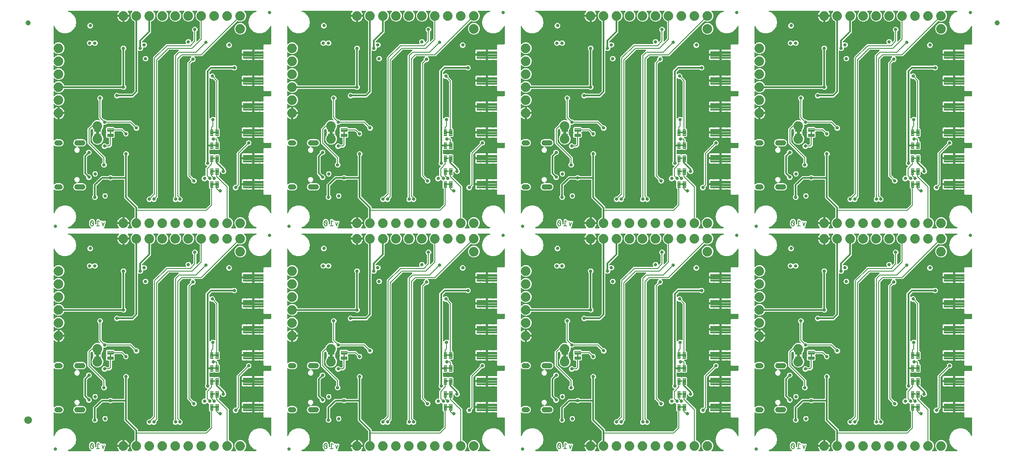
<source format=gbl>
G04 EAGLE Gerber RS-274X export*
G75*
%MOMM*%
%FSLAX34Y34*%
%LPD*%
%INBottom Copper*%
%IPPOS*%
%AMOC8*
5,1,8,0,0,1.08239X$1,22.5*%
G01*
%ADD10C,0.203200*%
%ADD11C,0.635000*%
%ADD12C,0.755600*%
%ADD13C,0.105000*%
%ADD14C,0.101600*%
%ADD15C,1.879600*%
%ADD16C,0.099059*%
%ADD17C,1.000000*%
%ADD18C,1.500000*%
%ADD19C,0.660400*%
%ADD20C,0.304800*%
%ADD21C,0.177800*%
%ADD22C,0.350000*%

G36*
X532933Y2810D02*
X532933Y2810D01*
X533046Y2820D01*
X533074Y2830D01*
X533103Y2835D01*
X533206Y2881D01*
X533312Y2921D01*
X533335Y2939D01*
X533363Y2951D01*
X533449Y3024D01*
X533539Y3091D01*
X533557Y3115D01*
X533580Y3134D01*
X533642Y3228D01*
X533710Y3318D01*
X533721Y3346D01*
X533737Y3371D01*
X533771Y3479D01*
X533811Y3584D01*
X533814Y3614D01*
X533823Y3642D01*
X533826Y3755D01*
X533835Y3867D01*
X533829Y3897D01*
X533830Y3926D01*
X533802Y4035D01*
X533780Y4146D01*
X533766Y4173D01*
X533758Y4201D01*
X533701Y4298D01*
X533649Y4399D01*
X533630Y4418D01*
X533613Y4446D01*
X533433Y4615D01*
X533412Y4636D01*
X531124Y6270D01*
X530661Y7622D01*
X530628Y7685D01*
X530613Y7737D01*
X529526Y9968D01*
X529526Y15432D01*
X530159Y16731D01*
X530161Y16736D01*
X530164Y16741D01*
X530174Y16779D01*
X530246Y17001D01*
X530248Y17036D01*
X530255Y17064D01*
X530277Y17255D01*
X530324Y17293D01*
X530363Y17334D01*
X530408Y17368D01*
X530448Y17425D01*
X530519Y17500D01*
X530563Y17586D01*
X530603Y17641D01*
X530613Y17663D01*
X530631Y17717D01*
X530649Y17753D01*
X530650Y17758D01*
X530661Y17778D01*
X531124Y19130D01*
X533858Y21083D01*
X537218Y21083D01*
X539951Y19130D01*
X540415Y17778D01*
X540447Y17715D01*
X540463Y17663D01*
X541550Y15432D01*
X541550Y11430D01*
X541558Y11372D01*
X541557Y11314D01*
X541578Y11232D01*
X541590Y11148D01*
X541614Y11095D01*
X541628Y11039D01*
X541671Y10966D01*
X541706Y10889D01*
X541744Y10844D01*
X541774Y10794D01*
X541835Y10736D01*
X541890Y10672D01*
X541938Y10640D01*
X541981Y10600D01*
X542056Y10561D01*
X542126Y10514D01*
X542182Y10497D01*
X542234Y10470D01*
X542302Y10459D01*
X542397Y10429D01*
X542497Y10426D01*
X542565Y10415D01*
X542904Y10415D01*
X542962Y10423D01*
X543020Y10421D01*
X543102Y10443D01*
X543185Y10455D01*
X543239Y10478D01*
X543295Y10493D01*
X543368Y10536D01*
X543445Y10571D01*
X543489Y10609D01*
X543540Y10638D01*
X543597Y10700D01*
X543662Y10754D01*
X543694Y10803D01*
X543734Y10846D01*
X543773Y10921D01*
X543819Y10991D01*
X543837Y11047D01*
X543864Y11099D01*
X543875Y11167D01*
X543905Y11262D01*
X543908Y11362D01*
X543919Y11430D01*
X543919Y17809D01*
X543910Y17872D01*
X543913Y17921D01*
X543794Y18990D01*
X543841Y19070D01*
X543849Y19101D01*
X543864Y19129D01*
X543877Y19206D01*
X543893Y19271D01*
X544653Y20031D01*
X544691Y20082D01*
X544728Y20114D01*
X545400Y20954D01*
X545490Y20977D01*
X545517Y20993D01*
X545547Y21003D01*
X545611Y21049D01*
X545669Y21083D01*
X546743Y21083D01*
X546806Y21092D01*
X546855Y21089D01*
X547924Y21208D01*
X548004Y21160D01*
X548034Y21153D01*
X548062Y21138D01*
X548140Y21125D01*
X548205Y21108D01*
X548964Y20349D01*
X549015Y20311D01*
X549048Y20274D01*
X552612Y17423D01*
X552657Y17396D01*
X552696Y17362D01*
X552778Y17324D01*
X552857Y17278D01*
X552907Y17265D01*
X552954Y17243D01*
X553044Y17230D01*
X553132Y17207D01*
X553184Y17208D01*
X553236Y17201D01*
X553307Y17212D01*
X553416Y17215D01*
X553503Y17243D01*
X553567Y17253D01*
X555118Y17770D01*
X556801Y16928D01*
X556817Y16923D01*
X556831Y16914D01*
X556952Y16878D01*
X557070Y16838D01*
X557087Y16837D01*
X557104Y16832D01*
X557230Y16831D01*
X557354Y16826D01*
X557371Y16830D01*
X557388Y16830D01*
X557456Y16851D01*
X557631Y16893D01*
X557672Y16917D01*
X557709Y16928D01*
X559392Y17770D01*
X561788Y16971D01*
X562917Y14712D01*
X560575Y7687D01*
X560573Y7672D01*
X560566Y7658D01*
X560547Y7532D01*
X560524Y7407D01*
X560526Y7392D01*
X560523Y7377D01*
X560534Y7309D01*
X560551Y7141D01*
X560111Y6261D01*
X560084Y6182D01*
X560056Y6128D01*
X559742Y5186D01*
X559700Y5156D01*
X559596Y5083D01*
X559586Y5071D01*
X559574Y5062D01*
X559533Y5007D01*
X559426Y4876D01*
X559117Y4773D01*
X559008Y4719D01*
X558897Y4669D01*
X558881Y4656D01*
X558863Y4646D01*
X558773Y4564D01*
X558680Y4485D01*
X558669Y4468D01*
X558653Y4454D01*
X558590Y4350D01*
X558523Y4249D01*
X558516Y4229D01*
X558506Y4211D01*
X558474Y4094D01*
X558437Y3978D01*
X558436Y3957D01*
X558431Y3937D01*
X558433Y3816D01*
X558430Y3694D01*
X558435Y3673D01*
X558435Y3653D01*
X558471Y3536D01*
X558501Y3419D01*
X558512Y3401D01*
X558518Y3381D01*
X558585Y3278D01*
X558647Y3174D01*
X558662Y3160D01*
X558673Y3142D01*
X558765Y3063D01*
X558854Y2980D01*
X558873Y2970D01*
X558888Y2957D01*
X558999Y2906D01*
X559107Y2850D01*
X559126Y2847D01*
X559147Y2838D01*
X559428Y2795D01*
X559433Y2796D01*
X559438Y2795D01*
X587470Y2795D01*
X587499Y2799D01*
X587529Y2796D01*
X587640Y2819D01*
X587752Y2835D01*
X587779Y2847D01*
X587807Y2852D01*
X587908Y2904D01*
X588011Y2951D01*
X588034Y2970D01*
X588060Y2983D01*
X588142Y3061D01*
X588228Y3134D01*
X588245Y3159D01*
X588266Y3179D01*
X588323Y3277D01*
X588386Y3371D01*
X588395Y3399D01*
X588410Y3424D01*
X588437Y3534D01*
X588472Y3642D01*
X588472Y3671D01*
X588480Y3700D01*
X588476Y3813D01*
X588479Y3926D01*
X588472Y3955D01*
X588471Y3984D01*
X588436Y4092D01*
X588407Y4201D01*
X588392Y4227D01*
X588383Y4255D01*
X588337Y4319D01*
X588262Y4446D01*
X588216Y4489D01*
X588188Y4528D01*
X587794Y4922D01*
X586689Y6443D01*
X585836Y8117D01*
X585255Y9904D01*
X585134Y10669D01*
X595884Y10669D01*
X595942Y10677D01*
X596000Y10675D01*
X596082Y10697D01*
X596165Y10709D01*
X596219Y10733D01*
X596275Y10747D01*
X596348Y10790D01*
X596425Y10825D01*
X596469Y10863D01*
X596520Y10893D01*
X596577Y10954D01*
X596642Y11009D01*
X596674Y11057D01*
X596714Y11100D01*
X596753Y11175D01*
X596799Y11245D01*
X596817Y11301D01*
X596844Y11353D01*
X596855Y11421D01*
X596885Y11516D01*
X596888Y11616D01*
X596899Y11684D01*
X596899Y12701D01*
X596901Y12701D01*
X596901Y11684D01*
X596909Y11626D01*
X596908Y11568D01*
X596929Y11486D01*
X596941Y11403D01*
X596965Y11349D01*
X596979Y11293D01*
X597022Y11220D01*
X597057Y11143D01*
X597095Y11098D01*
X597125Y11048D01*
X597186Y10990D01*
X597241Y10926D01*
X597289Y10894D01*
X597332Y10854D01*
X597407Y10815D01*
X597477Y10769D01*
X597533Y10751D01*
X597585Y10724D01*
X597653Y10713D01*
X597748Y10683D01*
X597848Y10680D01*
X597916Y10669D01*
X608666Y10669D01*
X608545Y9904D01*
X607964Y8117D01*
X607111Y6443D01*
X606006Y4922D01*
X605612Y4528D01*
X605594Y4504D01*
X605572Y4485D01*
X605509Y4391D01*
X605441Y4301D01*
X605430Y4273D01*
X605414Y4249D01*
X605380Y4141D01*
X605340Y4035D01*
X605337Y4006D01*
X605328Y3978D01*
X605325Y3865D01*
X605316Y3752D01*
X605322Y3723D01*
X605321Y3694D01*
X605350Y3584D01*
X605372Y3473D01*
X605385Y3447D01*
X605393Y3419D01*
X605451Y3321D01*
X605503Y3221D01*
X605523Y3199D01*
X605538Y3174D01*
X605621Y3097D01*
X605699Y3015D01*
X605724Y3000D01*
X605745Y2980D01*
X605846Y2928D01*
X605944Y2871D01*
X605972Y2864D01*
X605999Y2850D01*
X606076Y2837D01*
X606220Y2801D01*
X606282Y2803D01*
X606330Y2795D01*
X613589Y2795D01*
X613618Y2799D01*
X613647Y2796D01*
X613758Y2819D01*
X613870Y2835D01*
X613897Y2847D01*
X613926Y2852D01*
X614026Y2905D01*
X614130Y2951D01*
X614152Y2970D01*
X614178Y2983D01*
X614260Y3061D01*
X614347Y3134D01*
X614363Y3159D01*
X614384Y3179D01*
X614441Y3277D01*
X614504Y3371D01*
X614513Y3399D01*
X614528Y3424D01*
X614556Y3534D01*
X614590Y3642D01*
X614591Y3672D01*
X614598Y3700D01*
X614594Y3813D01*
X614597Y3926D01*
X614590Y3955D01*
X614589Y3984D01*
X614554Y4092D01*
X614526Y4201D01*
X614511Y4227D01*
X614502Y4255D01*
X614456Y4318D01*
X614380Y4446D01*
X614335Y4489D01*
X614307Y4528D01*
X612609Y6225D01*
X610869Y10426D01*
X610869Y14974D01*
X612610Y19175D01*
X615825Y22391D01*
X618117Y23340D01*
X618118Y23340D01*
X618119Y23341D01*
X618240Y23412D01*
X618361Y23484D01*
X618362Y23485D01*
X618364Y23486D01*
X618461Y23590D01*
X618557Y23691D01*
X618557Y23692D01*
X618558Y23693D01*
X618623Y23819D01*
X618687Y23944D01*
X618687Y23945D01*
X618688Y23947D01*
X618690Y23961D01*
X618742Y24222D01*
X618739Y24253D01*
X618743Y24278D01*
X618743Y41286D01*
X618731Y41373D01*
X618728Y41460D01*
X618711Y41513D01*
X618703Y41568D01*
X618668Y41648D01*
X618641Y41731D01*
X618613Y41770D01*
X618587Y41827D01*
X618491Y41940D01*
X618446Y42004D01*
X598423Y62027D01*
X598423Y97028D01*
X598415Y97086D01*
X598417Y97144D01*
X598395Y97226D01*
X598383Y97310D01*
X598360Y97363D01*
X598345Y97419D01*
X598302Y97492D01*
X598267Y97569D01*
X598229Y97614D01*
X598200Y97664D01*
X598138Y97722D01*
X598084Y97786D01*
X598035Y97818D01*
X597992Y97858D01*
X597917Y97897D01*
X597847Y97944D01*
X597791Y97961D01*
X597739Y97988D01*
X597671Y97999D01*
X597576Y98029D01*
X597476Y98032D01*
X597408Y98043D01*
X575908Y98043D01*
X575822Y98031D01*
X575734Y98028D01*
X575681Y98011D01*
X575627Y98003D01*
X575547Y97968D01*
X575464Y97941D01*
X575424Y97913D01*
X575367Y97887D01*
X575254Y97791D01*
X575190Y97746D01*
X574522Y97077D01*
X572561Y96265D01*
X570439Y96265D01*
X568478Y97077D01*
X567810Y97746D01*
X567740Y97798D01*
X567676Y97858D01*
X567627Y97884D01*
X567582Y97917D01*
X567501Y97948D01*
X567423Y97988D01*
X567375Y97996D01*
X567317Y98018D01*
X567169Y98030D01*
X567092Y98043D01*
X556884Y98043D01*
X556797Y98031D01*
X556710Y98028D01*
X556657Y98011D01*
X556602Y98003D01*
X556522Y97968D01*
X556439Y97941D01*
X556400Y97913D01*
X556343Y97887D01*
X556230Y97791D01*
X556166Y97746D01*
X544874Y86454D01*
X544822Y86384D01*
X544762Y86320D01*
X544736Y86271D01*
X544703Y86227D01*
X544672Y86145D01*
X544632Y86067D01*
X544624Y86020D01*
X544602Y85961D01*
X544590Y85814D01*
X544577Y85736D01*
X544577Y67908D01*
X544589Y67822D01*
X544592Y67734D01*
X544609Y67682D01*
X544617Y67627D01*
X544652Y67547D01*
X544679Y67464D01*
X544707Y67424D01*
X544733Y67367D01*
X544829Y67254D01*
X544874Y67190D01*
X545543Y66522D01*
X546355Y64561D01*
X546355Y62439D01*
X545543Y60478D01*
X544042Y58977D01*
X542081Y58165D01*
X539959Y58165D01*
X537998Y58977D01*
X536497Y60478D01*
X535685Y62439D01*
X535685Y64561D01*
X536497Y66522D01*
X537166Y67190D01*
X537218Y67260D01*
X537278Y67324D01*
X537304Y67373D01*
X537337Y67418D01*
X537368Y67499D01*
X537408Y67577D01*
X537416Y67625D01*
X537438Y67683D01*
X537450Y67831D01*
X537463Y67908D01*
X537463Y89103D01*
X551136Y102776D01*
X553517Y105157D01*
X567092Y105157D01*
X567178Y105169D01*
X567266Y105172D01*
X567318Y105189D01*
X567373Y105197D01*
X567453Y105232D01*
X567536Y105259D01*
X567576Y105287D01*
X567633Y105313D01*
X567746Y105409D01*
X567810Y105454D01*
X568478Y106123D01*
X570439Y106935D01*
X572561Y106935D01*
X574522Y106123D01*
X575190Y105454D01*
X575260Y105402D01*
X575324Y105342D01*
X575373Y105316D01*
X575418Y105283D01*
X575499Y105252D01*
X575577Y105212D01*
X575625Y105204D01*
X575683Y105182D01*
X575831Y105170D01*
X575908Y105157D01*
X597408Y105157D01*
X597466Y105165D01*
X597524Y105163D01*
X597606Y105185D01*
X597690Y105197D01*
X597743Y105220D01*
X597799Y105235D01*
X597872Y105278D01*
X597949Y105313D01*
X597994Y105351D01*
X598044Y105380D01*
X598102Y105442D01*
X598166Y105496D01*
X598198Y105545D01*
X598238Y105588D01*
X598277Y105663D01*
X598324Y105733D01*
X598341Y105789D01*
X598368Y105841D01*
X598379Y105909D01*
X598409Y106004D01*
X598412Y106104D01*
X598423Y106172D01*
X598423Y144182D01*
X598411Y144268D01*
X598408Y144356D01*
X598391Y144409D01*
X598383Y144463D01*
X598348Y144543D01*
X598321Y144626D01*
X598293Y144666D01*
X598267Y144723D01*
X598171Y144836D01*
X598126Y144900D01*
X597457Y145568D01*
X596645Y147529D01*
X596645Y149651D01*
X597457Y151612D01*
X598958Y153113D01*
X600919Y153925D01*
X603041Y153925D01*
X605002Y153113D01*
X606503Y151612D01*
X607315Y149651D01*
X607315Y147529D01*
X606503Y145568D01*
X605834Y144900D01*
X605782Y144830D01*
X605722Y144766D01*
X605696Y144717D01*
X605663Y144672D01*
X605632Y144591D01*
X605592Y144513D01*
X605584Y144465D01*
X605562Y144407D01*
X605550Y144259D01*
X605537Y144182D01*
X605537Y65394D01*
X605549Y65307D01*
X605552Y65220D01*
X605569Y65167D01*
X605577Y65112D01*
X605612Y65032D01*
X605639Y64949D01*
X605667Y64910D01*
X605693Y64853D01*
X605789Y64740D01*
X605834Y64676D01*
X625857Y44653D01*
X625857Y42037D01*
X625865Y41979D01*
X625863Y41921D01*
X625885Y41839D01*
X625897Y41755D01*
X625920Y41702D01*
X625935Y41646D01*
X625978Y41573D01*
X626013Y41496D01*
X626051Y41451D01*
X626080Y41401D01*
X626142Y41343D01*
X626196Y41279D01*
X626245Y41247D01*
X626288Y41207D01*
X626363Y41168D01*
X626433Y41121D01*
X626489Y41104D01*
X626541Y41077D01*
X626609Y41066D01*
X626704Y41036D01*
X626804Y41033D01*
X626872Y41022D01*
X757829Y41022D01*
X757916Y41034D01*
X758003Y41037D01*
X758056Y41054D01*
X758111Y41062D01*
X758191Y41097D01*
X758274Y41124D01*
X758313Y41152D01*
X758370Y41178D01*
X758483Y41274D01*
X758547Y41319D01*
X766274Y49046D01*
X766326Y49116D01*
X766386Y49180D01*
X766412Y49229D01*
X766445Y49273D01*
X766476Y49355D01*
X766516Y49433D01*
X766524Y49480D01*
X766546Y49539D01*
X766558Y49686D01*
X766571Y49764D01*
X766571Y79502D01*
X766563Y79560D01*
X766565Y79618D01*
X766543Y79700D01*
X766531Y79784D01*
X766508Y79837D01*
X766493Y79893D01*
X766450Y79966D01*
X766415Y80043D01*
X766377Y80088D01*
X766348Y80138D01*
X766286Y80196D01*
X766232Y80260D01*
X766183Y80292D01*
X766140Y80332D01*
X766065Y80371D01*
X765995Y80418D01*
X765939Y80435D01*
X765887Y80462D01*
X765819Y80473D01*
X765724Y80503D01*
X765651Y80505D01*
X764158Y81998D01*
X764158Y94562D01*
X764158Y94563D01*
X764158Y94565D01*
X764138Y94705D01*
X764118Y94843D01*
X764118Y94844D01*
X764118Y94846D01*
X764061Y94972D01*
X764002Y95102D01*
X764001Y95104D01*
X764000Y95105D01*
X763913Y95207D01*
X763819Y95319D01*
X763817Y95320D01*
X763816Y95322D01*
X763803Y95330D01*
X763582Y95477D01*
X763553Y95486D01*
X763532Y95499D01*
X762788Y95807D01*
X761448Y97148D01*
X761401Y97183D01*
X761361Y97225D01*
X761288Y97268D01*
X761221Y97319D01*
X761166Y97339D01*
X761116Y97369D01*
X761034Y97390D01*
X760955Y97420D01*
X760897Y97425D01*
X760840Y97439D01*
X760756Y97436D01*
X760672Y97443D01*
X760614Y97432D01*
X760556Y97430D01*
X760476Y97404D01*
X760393Y97387D01*
X760341Y97361D01*
X760285Y97343D01*
X760229Y97302D01*
X760141Y97256D01*
X760068Y97188D01*
X760012Y97148D01*
X758672Y95807D01*
X756711Y94995D01*
X754589Y94995D01*
X752628Y95807D01*
X751127Y97308D01*
X750315Y99269D01*
X750315Y101391D01*
X751127Y103352D01*
X752628Y104853D01*
X754589Y105665D01*
X756793Y105665D01*
X756851Y105673D01*
X756909Y105671D01*
X756991Y105693D01*
X757075Y105705D01*
X757128Y105728D01*
X757184Y105743D01*
X757257Y105786D01*
X757334Y105821D01*
X757379Y105859D01*
X757429Y105888D01*
X757487Y105950D01*
X757551Y106004D01*
X757583Y106053D01*
X757623Y106096D01*
X757662Y106171D01*
X757709Y106241D01*
X757726Y106297D01*
X757753Y106349D01*
X757764Y106417D01*
X757794Y106512D01*
X757797Y106612D01*
X757808Y106680D01*
X757808Y120590D01*
X760636Y123418D01*
X760705Y123509D01*
X760779Y123597D01*
X760790Y123623D01*
X760807Y123645D01*
X760848Y123752D01*
X760894Y123857D01*
X760898Y123885D01*
X760908Y123911D01*
X760917Y124025D01*
X760933Y124139D01*
X760929Y124166D01*
X760931Y124194D01*
X760909Y124306D01*
X760892Y124420D01*
X760881Y124445D01*
X760876Y124473D01*
X760823Y124575D01*
X760775Y124679D01*
X760757Y124700D01*
X760745Y124725D01*
X760666Y124808D01*
X760591Y124896D01*
X760570Y124909D01*
X760549Y124931D01*
X760319Y125066D01*
X760306Y125074D01*
X758724Y125729D01*
X757223Y127230D01*
X756411Y129190D01*
X756411Y131313D01*
X757223Y133274D01*
X757666Y133716D01*
X757718Y133786D01*
X757778Y133850D01*
X757804Y133899D01*
X757837Y133943D01*
X757868Y134025D01*
X757908Y134103D01*
X757916Y134150D01*
X757938Y134209D01*
X757950Y134356D01*
X757963Y134434D01*
X757963Y312463D01*
X766783Y321283D01*
X809888Y321283D01*
X809974Y321295D01*
X810062Y321298D01*
X810115Y321315D01*
X810169Y321323D01*
X810249Y321358D01*
X810332Y321385D01*
X810372Y321413D01*
X810429Y321439D01*
X810542Y321535D01*
X810606Y321580D01*
X811048Y322023D01*
X813009Y322835D01*
X815131Y322835D01*
X817092Y322023D01*
X818593Y320522D01*
X819405Y318561D01*
X819405Y316439D01*
X818593Y314478D01*
X817092Y312977D01*
X815131Y312165D01*
X813009Y312165D01*
X811048Y312977D01*
X810606Y313420D01*
X810536Y313472D01*
X810472Y313532D01*
X810423Y313558D01*
X810378Y313591D01*
X810297Y313622D01*
X810219Y313662D01*
X810171Y313670D01*
X810113Y313692D01*
X809965Y313704D01*
X809888Y313717D01*
X770337Y313717D01*
X770251Y313705D01*
X770163Y313702D01*
X770111Y313685D01*
X770056Y313677D01*
X769976Y313642D01*
X769893Y313615D01*
X769854Y313587D01*
X769796Y313561D01*
X769683Y313465D01*
X769620Y313420D01*
X765826Y309626D01*
X765774Y309557D01*
X765714Y309493D01*
X765688Y309443D01*
X765655Y309399D01*
X765624Y309318D01*
X765584Y309240D01*
X765576Y309192D01*
X765554Y309134D01*
X765542Y308986D01*
X765529Y308909D01*
X765529Y305624D01*
X765533Y305595D01*
X765530Y305566D01*
X765553Y305455D01*
X765569Y305343D01*
X765581Y305316D01*
X765586Y305287D01*
X765639Y305186D01*
X765685Y305083D01*
X765704Y305061D01*
X765717Y305035D01*
X765795Y304953D01*
X765868Y304866D01*
X765893Y304850D01*
X765913Y304829D01*
X766011Y304772D01*
X766105Y304709D01*
X766133Y304700D01*
X766158Y304685D01*
X766268Y304657D01*
X766376Y304623D01*
X766406Y304622D01*
X766434Y304615D01*
X766547Y304619D01*
X766660Y304616D01*
X766689Y304623D01*
X766718Y304624D01*
X766826Y304659D01*
X766935Y304687D01*
X766961Y304702D01*
X766989Y304711D01*
X767053Y304757D01*
X767180Y304833D01*
X767223Y304878D01*
X767262Y304906D01*
X767868Y305513D01*
X769829Y306325D01*
X771951Y306325D01*
X773912Y305513D01*
X775413Y304012D01*
X776225Y302051D01*
X776225Y300208D01*
X776232Y300158D01*
X776231Y300147D01*
X776236Y300130D01*
X776237Y300121D01*
X776240Y300034D01*
X776257Y299981D01*
X776265Y299926D01*
X776300Y299846D01*
X776327Y299763D01*
X776355Y299724D01*
X776381Y299667D01*
X776477Y299554D01*
X776522Y299490D01*
X782829Y293183D01*
X782829Y199898D01*
X782837Y199840D01*
X782835Y199782D01*
X782857Y199700D01*
X782869Y199616D01*
X782892Y199563D01*
X782907Y199507D01*
X782950Y199434D01*
X782985Y199357D01*
X783023Y199312D01*
X783052Y199262D01*
X783114Y199204D01*
X783168Y199140D01*
X783217Y199108D01*
X783260Y199068D01*
X783335Y199029D01*
X783405Y198982D01*
X783461Y198965D01*
X783513Y198938D01*
X783581Y198927D01*
X783676Y198897D01*
X783749Y198895D01*
X785242Y197402D01*
X785242Y183598D01*
X783761Y182117D01*
X780776Y182117D01*
X780747Y182113D01*
X780717Y182116D01*
X780606Y182093D01*
X780494Y182077D01*
X780467Y182065D01*
X780439Y182060D01*
X780338Y182007D01*
X780235Y181961D01*
X780212Y181942D01*
X780186Y181929D01*
X780104Y181851D01*
X780018Y181778D01*
X780002Y181753D01*
X779980Y181733D01*
X779923Y181635D01*
X779860Y181541D01*
X779851Y181513D01*
X779837Y181488D01*
X779809Y181378D01*
X779774Y181270D01*
X779774Y181240D01*
X779766Y181212D01*
X779770Y181099D01*
X779767Y180986D01*
X779775Y180957D01*
X779775Y180928D01*
X779810Y180820D01*
X779839Y180711D01*
X779854Y180685D01*
X779863Y180657D01*
X779909Y180593D01*
X779984Y180466D01*
X780030Y180423D01*
X780058Y180384D01*
X781729Y178713D01*
X782829Y177613D01*
X782829Y174498D01*
X782837Y174440D01*
X782835Y174382D01*
X782857Y174300D01*
X782869Y174216D01*
X782892Y174163D01*
X782907Y174107D01*
X782950Y174034D01*
X782985Y173957D01*
X783023Y173912D01*
X783052Y173862D01*
X783114Y173804D01*
X783168Y173740D01*
X783217Y173708D01*
X783260Y173668D01*
X783335Y173629D01*
X783405Y173582D01*
X783461Y173565D01*
X783513Y173538D01*
X783581Y173527D01*
X783676Y173497D01*
X783749Y173495D01*
X785242Y172002D01*
X785242Y158198D01*
X783761Y156717D01*
X776053Y156717D01*
X775418Y157353D01*
X775371Y157388D01*
X775331Y157430D01*
X775258Y157473D01*
X775191Y157523D01*
X775136Y157544D01*
X775086Y157574D01*
X775004Y157595D01*
X774925Y157625D01*
X774867Y157629D01*
X774810Y157644D01*
X774726Y157641D01*
X774642Y157648D01*
X774584Y157637D01*
X774526Y157635D01*
X774446Y157609D01*
X774363Y157592D01*
X774311Y157565D01*
X774255Y157547D01*
X774199Y157507D01*
X774111Y157461D01*
X774038Y157393D01*
X773982Y157353D01*
X773347Y156717D01*
X766544Y156717D01*
X766486Y156709D01*
X766428Y156711D01*
X766346Y156689D01*
X766262Y156677D01*
X766209Y156654D01*
X766153Y156639D01*
X766080Y156596D01*
X766003Y156561D01*
X765958Y156523D01*
X765908Y156494D01*
X765850Y156432D01*
X765786Y156378D01*
X765754Y156329D01*
X765714Y156286D01*
X765675Y156211D01*
X765628Y156141D01*
X765611Y156085D01*
X765584Y156033D01*
X765573Y155965D01*
X765543Y155870D01*
X765540Y155770D01*
X765529Y155702D01*
X765529Y149098D01*
X765537Y149040D01*
X765535Y148982D01*
X765557Y148900D01*
X765569Y148816D01*
X765592Y148763D01*
X765607Y148707D01*
X765650Y148634D01*
X765685Y148557D01*
X765723Y148512D01*
X765752Y148462D01*
X765814Y148404D01*
X765868Y148340D01*
X765917Y148308D01*
X765960Y148268D01*
X766035Y148229D01*
X766105Y148182D01*
X766161Y148165D01*
X766213Y148138D01*
X766281Y148127D01*
X766376Y148097D01*
X766476Y148094D01*
X766544Y148083D01*
X773347Y148083D01*
X773982Y147447D01*
X774029Y147412D01*
X774069Y147370D01*
X774142Y147327D01*
X774209Y147277D01*
X774264Y147256D01*
X774314Y147226D01*
X774396Y147205D01*
X774475Y147175D01*
X774533Y147171D01*
X774590Y147156D01*
X774674Y147159D01*
X774758Y147152D01*
X774816Y147163D01*
X774874Y147165D01*
X774954Y147191D01*
X775037Y147208D01*
X775089Y147235D01*
X775145Y147253D01*
X775201Y147293D01*
X775289Y147339D01*
X775362Y147407D01*
X775418Y147447D01*
X776053Y148083D01*
X783761Y148083D01*
X785242Y146602D01*
X785242Y132798D01*
X784973Y132529D01*
X784938Y132483D01*
X784895Y132442D01*
X784853Y132370D01*
X784802Y132302D01*
X784781Y132248D01*
X784752Y132197D01*
X784731Y132116D01*
X784701Y132037D01*
X784696Y131978D01*
X784682Y131922D01*
X784684Y131837D01*
X784677Y131753D01*
X784689Y131696D01*
X784691Y131637D01*
X784717Y131557D01*
X784733Y131475D01*
X784760Y131423D01*
X784778Y131367D01*
X784818Y131311D01*
X784864Y131222D01*
X784933Y131150D01*
X784973Y131094D01*
X796263Y119804D01*
X796263Y118482D01*
X796270Y118432D01*
X796269Y118417D01*
X796275Y118396D01*
X796278Y118308D01*
X796295Y118256D01*
X796303Y118201D01*
X796338Y118121D01*
X796365Y118038D01*
X796393Y117998D01*
X796419Y117941D01*
X796515Y117828D01*
X796560Y117764D01*
X797003Y117322D01*
X797815Y115361D01*
X797815Y113239D01*
X797003Y111278D01*
X795502Y109777D01*
X793541Y108965D01*
X791419Y108965D01*
X789458Y109777D01*
X787957Y111278D01*
X787195Y113119D01*
X787151Y113193D01*
X787116Y113271D01*
X787079Y113315D01*
X787050Y113364D01*
X786988Y113423D01*
X786932Y113488D01*
X786885Y113520D01*
X786844Y113559D01*
X786767Y113598D01*
X786696Y113646D01*
X786642Y113663D01*
X786591Y113689D01*
X786507Y113706D01*
X786425Y113732D01*
X786368Y113733D01*
X786312Y113744D01*
X786227Y113737D01*
X786141Y113739D01*
X786086Y113725D01*
X786029Y113720D01*
X785949Y113689D01*
X785866Y113667D01*
X785817Y113638D01*
X785764Y113618D01*
X785695Y113566D01*
X785621Y113522D01*
X785582Y113480D01*
X785537Y113446D01*
X785485Y113377D01*
X785427Y113315D01*
X785401Y113264D01*
X785367Y113218D01*
X785336Y113138D01*
X785297Y113061D01*
X785289Y113013D01*
X785266Y112952D01*
X785255Y112808D01*
X785242Y112730D01*
X785242Y107398D01*
X783729Y105886D01*
X783694Y105839D01*
X783652Y105799D01*
X783609Y105726D01*
X783558Y105658D01*
X783537Y105604D01*
X783508Y105553D01*
X783487Y105472D01*
X783457Y105393D01*
X783452Y105334D01*
X783438Y105278D01*
X783440Y105193D01*
X783433Y105109D01*
X783445Y105052D01*
X783447Y104994D01*
X783473Y104913D01*
X783489Y104831D01*
X783516Y104779D01*
X783534Y104723D01*
X783574Y104667D01*
X783620Y104578D01*
X783689Y104506D01*
X783729Y104450D01*
X803022Y85157D01*
X803022Y24541D01*
X803022Y24539D01*
X803022Y24538D01*
X803042Y24398D01*
X803062Y24259D01*
X803062Y24258D01*
X803062Y24256D01*
X803119Y24130D01*
X803178Y24000D01*
X803179Y23999D01*
X803180Y23997D01*
X803271Y23890D01*
X803361Y23783D01*
X803363Y23782D01*
X803364Y23781D01*
X803377Y23773D01*
X803598Y23625D01*
X803627Y23616D01*
X803648Y23603D01*
X806575Y22391D01*
X809790Y19175D01*
X811531Y14974D01*
X811531Y10426D01*
X809791Y6225D01*
X808093Y4528D01*
X808076Y4504D01*
X808053Y4485D01*
X807991Y4391D01*
X807922Y4301D01*
X807912Y4273D01*
X807896Y4249D01*
X807862Y4141D01*
X807821Y4035D01*
X807819Y4006D01*
X807810Y3978D01*
X807807Y3864D01*
X807798Y3752D01*
X807803Y3723D01*
X807803Y3694D01*
X807831Y3584D01*
X807854Y3473D01*
X807867Y3447D01*
X807874Y3419D01*
X807932Y3321D01*
X807985Y3221D01*
X808005Y3199D01*
X808020Y3174D01*
X808102Y3097D01*
X808180Y3015D01*
X808206Y3000D01*
X808227Y2980D01*
X808328Y2928D01*
X808426Y2871D01*
X808454Y2864D01*
X808480Y2850D01*
X808558Y2837D01*
X808701Y2801D01*
X808764Y2803D01*
X808811Y2795D01*
X816789Y2795D01*
X816818Y2799D01*
X816847Y2796D01*
X816958Y2819D01*
X817070Y2835D01*
X817097Y2847D01*
X817126Y2852D01*
X817226Y2905D01*
X817330Y2951D01*
X817352Y2970D01*
X817378Y2983D01*
X817460Y3061D01*
X817547Y3134D01*
X817563Y3159D01*
X817584Y3179D01*
X817641Y3277D01*
X817704Y3371D01*
X817713Y3399D01*
X817728Y3424D01*
X817756Y3534D01*
X817790Y3642D01*
X817791Y3672D01*
X817798Y3700D01*
X817794Y3813D01*
X817797Y3926D01*
X817790Y3955D01*
X817789Y3984D01*
X817754Y4092D01*
X817726Y4201D01*
X817711Y4227D01*
X817702Y4255D01*
X817656Y4318D01*
X817580Y4446D01*
X817535Y4489D01*
X817507Y4528D01*
X815809Y6225D01*
X814069Y10426D01*
X814069Y14974D01*
X815810Y19175D01*
X819025Y22390D01*
X823226Y24131D01*
X827774Y24131D01*
X831975Y22390D01*
X835190Y19175D01*
X836931Y14974D01*
X836931Y10426D01*
X835191Y6225D01*
X833493Y4528D01*
X833476Y4504D01*
X833453Y4485D01*
X833391Y4391D01*
X833322Y4301D01*
X833312Y4273D01*
X833296Y4249D01*
X833262Y4141D01*
X833221Y4035D01*
X833219Y4006D01*
X833210Y3978D01*
X833207Y3864D01*
X833198Y3752D01*
X833203Y3723D01*
X833203Y3694D01*
X833231Y3584D01*
X833254Y3473D01*
X833267Y3447D01*
X833274Y3419D01*
X833332Y3321D01*
X833385Y3221D01*
X833405Y3199D01*
X833420Y3174D01*
X833502Y3097D01*
X833580Y3015D01*
X833606Y3000D01*
X833627Y2980D01*
X833728Y2928D01*
X833826Y2871D01*
X833854Y2864D01*
X833880Y2850D01*
X833958Y2837D01*
X834101Y2801D01*
X834164Y2803D01*
X834211Y2795D01*
X856823Y2795D01*
X856929Y2810D01*
X857037Y2818D01*
X857070Y2830D01*
X857104Y2835D01*
X857202Y2879D01*
X857304Y2916D01*
X857332Y2937D01*
X857364Y2951D01*
X857446Y3021D01*
X857533Y3084D01*
X857554Y3112D01*
X857581Y3134D01*
X857640Y3224D01*
X857706Y3310D01*
X857719Y3342D01*
X857738Y3371D01*
X857771Y3474D01*
X857810Y3574D01*
X857813Y3609D01*
X857824Y3642D01*
X857827Y3750D01*
X857837Y3857D01*
X857830Y3892D01*
X857831Y3926D01*
X857804Y4031D01*
X857784Y4137D01*
X857768Y4168D01*
X857759Y4201D01*
X857704Y4294D01*
X857656Y4390D01*
X857632Y4416D01*
X857614Y4446D01*
X857536Y4520D01*
X857462Y4599D01*
X857435Y4614D01*
X857407Y4640D01*
X857216Y4738D01*
X857170Y4764D01*
X852638Y6413D01*
X846805Y11308D01*
X842998Y17902D01*
X841676Y25400D01*
X842998Y32898D01*
X846805Y39492D01*
X852638Y44387D01*
X859793Y46991D01*
X867407Y46991D01*
X874562Y44387D01*
X880395Y39492D01*
X884211Y32882D01*
X884215Y32858D01*
X884251Y32777D01*
X884278Y32693D01*
X884309Y32648D01*
X884331Y32599D01*
X884388Y32531D01*
X884438Y32458D01*
X884479Y32423D01*
X884515Y32382D01*
X884588Y32333D01*
X884656Y32276D01*
X884706Y32254D01*
X884751Y32224D01*
X884836Y32197D01*
X884917Y32162D01*
X884970Y32155D01*
X885022Y32138D01*
X885111Y32136D01*
X885198Y32124D01*
X885252Y32132D01*
X885306Y32131D01*
X885392Y32153D01*
X885480Y32166D01*
X885529Y32189D01*
X885581Y32203D01*
X885657Y32248D01*
X885738Y32285D01*
X885779Y32320D01*
X885826Y32348D01*
X885886Y32413D01*
X885953Y32470D01*
X885983Y32516D01*
X886020Y32555D01*
X886061Y32634D01*
X886109Y32708D01*
X886125Y32760D01*
X886150Y32808D01*
X886162Y32879D01*
X886193Y32980D01*
X886192Y33060D01*
X886205Y33140D01*
X886205Y67310D01*
X886197Y67368D01*
X886199Y67426D01*
X886177Y67508D01*
X886165Y67592D01*
X886142Y67645D01*
X886127Y67701D01*
X886084Y67774D01*
X886049Y67851D01*
X886011Y67896D01*
X885982Y67946D01*
X885920Y68004D01*
X885866Y68068D01*
X885817Y68100D01*
X885774Y68140D01*
X885699Y68179D01*
X885629Y68226D01*
X885573Y68243D01*
X885521Y68270D01*
X885453Y68281D01*
X885358Y68311D01*
X885258Y68314D01*
X885190Y68325D01*
X872602Y68325D01*
X870965Y69962D01*
X870965Y77844D01*
X870957Y77902D01*
X870959Y77960D01*
X870937Y78042D01*
X870925Y78126D01*
X870902Y78179D01*
X870887Y78235D01*
X870844Y78308D01*
X870809Y78385D01*
X870771Y78430D01*
X870742Y78480D01*
X870680Y78538D01*
X870626Y78602D01*
X870577Y78634D01*
X870534Y78674D01*
X870459Y78713D01*
X870389Y78760D01*
X870333Y78777D01*
X870281Y78804D01*
X870213Y78815D01*
X870118Y78845D01*
X870018Y78848D01*
X869950Y78859D01*
X852931Y78859D01*
X852931Y87884D01*
X852923Y87942D01*
X852924Y88000D01*
X852903Y88082D01*
X852891Y88165D01*
X852867Y88219D01*
X852853Y88275D01*
X852810Y88348D01*
X852775Y88425D01*
X852737Y88469D01*
X852707Y88520D01*
X852646Y88577D01*
X852591Y88642D01*
X852543Y88674D01*
X852500Y88714D01*
X852425Y88753D01*
X852355Y88799D01*
X852299Y88817D01*
X852247Y88844D01*
X852179Y88855D01*
X852084Y88885D01*
X851984Y88888D01*
X851916Y88899D01*
X850899Y88899D01*
X850899Y88901D01*
X851916Y88901D01*
X851974Y88909D01*
X852032Y88908D01*
X852114Y88929D01*
X852197Y88941D01*
X852251Y88965D01*
X852307Y88979D01*
X852380Y89022D01*
X852457Y89057D01*
X852501Y89095D01*
X852552Y89125D01*
X852609Y89186D01*
X852674Y89241D01*
X852706Y89289D01*
X852746Y89332D01*
X852785Y89407D01*
X852831Y89477D01*
X852849Y89533D01*
X852876Y89585D01*
X852887Y89653D01*
X852917Y89748D01*
X852920Y89848D01*
X852931Y89916D01*
X852931Y98941D01*
X869950Y98941D01*
X870008Y98949D01*
X870066Y98947D01*
X870148Y98969D01*
X870232Y98981D01*
X870285Y99004D01*
X870341Y99019D01*
X870414Y99062D01*
X870491Y99097D01*
X870536Y99135D01*
X870586Y99164D01*
X870644Y99226D01*
X870708Y99280D01*
X870740Y99329D01*
X870780Y99372D01*
X870819Y99447D01*
X870866Y99517D01*
X870883Y99573D01*
X870910Y99625D01*
X870921Y99693D01*
X870951Y99788D01*
X870954Y99888D01*
X870965Y99956D01*
X870965Y128644D01*
X870957Y128702D01*
X870959Y128760D01*
X870937Y128842D01*
X870925Y128926D01*
X870902Y128979D01*
X870887Y129035D01*
X870844Y129108D01*
X870809Y129185D01*
X870771Y129230D01*
X870742Y129280D01*
X870680Y129338D01*
X870626Y129402D01*
X870577Y129434D01*
X870534Y129474D01*
X870459Y129513D01*
X870389Y129560D01*
X870333Y129577D01*
X870281Y129604D01*
X870213Y129615D01*
X870118Y129645D01*
X870018Y129648D01*
X869950Y129659D01*
X852931Y129659D01*
X852931Y138684D01*
X852923Y138742D01*
X852924Y138800D01*
X852903Y138882D01*
X852891Y138965D01*
X852867Y139019D01*
X852853Y139075D01*
X852810Y139148D01*
X852775Y139225D01*
X852737Y139269D01*
X852707Y139320D01*
X852646Y139377D01*
X852591Y139442D01*
X852543Y139474D01*
X852500Y139514D01*
X852425Y139553D01*
X852355Y139599D01*
X852299Y139617D01*
X852247Y139644D01*
X852179Y139655D01*
X852084Y139685D01*
X851984Y139688D01*
X851916Y139699D01*
X850899Y139699D01*
X850899Y139701D01*
X851916Y139701D01*
X851974Y139709D01*
X852032Y139708D01*
X852114Y139729D01*
X852197Y139741D01*
X852251Y139765D01*
X852307Y139779D01*
X852380Y139822D01*
X852457Y139857D01*
X852501Y139895D01*
X852552Y139925D01*
X852609Y139986D01*
X852674Y140041D01*
X852706Y140089D01*
X852746Y140132D01*
X852785Y140207D01*
X852831Y140277D01*
X852849Y140333D01*
X852876Y140385D01*
X852887Y140453D01*
X852917Y140548D01*
X852920Y140648D01*
X852931Y140716D01*
X852931Y149741D01*
X869950Y149741D01*
X870008Y149749D01*
X870066Y149747D01*
X870148Y149769D01*
X870232Y149781D01*
X870285Y149804D01*
X870341Y149819D01*
X870414Y149862D01*
X870491Y149897D01*
X870536Y149935D01*
X870586Y149964D01*
X870644Y150026D01*
X870708Y150080D01*
X870740Y150129D01*
X870780Y150172D01*
X870819Y150247D01*
X870866Y150317D01*
X870883Y150373D01*
X870910Y150425D01*
X870921Y150493D01*
X870951Y150588D01*
X870954Y150688D01*
X870965Y150756D01*
X870965Y158638D01*
X872602Y160275D01*
X885190Y160275D01*
X885248Y160283D01*
X885306Y160281D01*
X885388Y160303D01*
X885472Y160315D01*
X885525Y160338D01*
X885581Y160353D01*
X885654Y160396D01*
X885731Y160431D01*
X885776Y160469D01*
X885826Y160498D01*
X885884Y160560D01*
X885948Y160614D01*
X885980Y160663D01*
X886020Y160706D01*
X886059Y160781D01*
X886106Y160851D01*
X886123Y160907D01*
X886150Y160959D01*
X886161Y161027D01*
X886191Y161122D01*
X886194Y161222D01*
X886205Y161290D01*
X886205Y168910D01*
X886197Y168968D01*
X886199Y169026D01*
X886177Y169108D01*
X886165Y169192D01*
X886142Y169245D01*
X886127Y169301D01*
X886084Y169374D01*
X886049Y169451D01*
X886011Y169496D01*
X885982Y169546D01*
X885920Y169604D01*
X885866Y169668D01*
X885817Y169700D01*
X885774Y169740D01*
X885699Y169779D01*
X885629Y169826D01*
X885573Y169843D01*
X885521Y169870D01*
X885453Y169881D01*
X885358Y169911D01*
X885258Y169914D01*
X885190Y169925D01*
X872602Y169925D01*
X870965Y171562D01*
X870965Y179444D01*
X870957Y179502D01*
X870959Y179560D01*
X870937Y179642D01*
X870925Y179726D01*
X870902Y179779D01*
X870887Y179835D01*
X870844Y179908D01*
X870809Y179985D01*
X870771Y180030D01*
X870742Y180080D01*
X870680Y180138D01*
X870626Y180202D01*
X870577Y180234D01*
X870534Y180274D01*
X870459Y180313D01*
X870389Y180360D01*
X870333Y180377D01*
X870281Y180404D01*
X870213Y180415D01*
X870118Y180445D01*
X870018Y180448D01*
X869950Y180459D01*
X852931Y180459D01*
X852931Y189484D01*
X852923Y189542D01*
X852924Y189600D01*
X852903Y189682D01*
X852891Y189765D01*
X852867Y189819D01*
X852853Y189875D01*
X852810Y189948D01*
X852775Y190025D01*
X852737Y190069D01*
X852707Y190120D01*
X852646Y190177D01*
X852591Y190242D01*
X852543Y190274D01*
X852500Y190314D01*
X852425Y190353D01*
X852355Y190399D01*
X852299Y190417D01*
X852247Y190444D01*
X852179Y190455D01*
X852084Y190485D01*
X851984Y190488D01*
X851916Y190499D01*
X850899Y190499D01*
X850899Y190501D01*
X851916Y190501D01*
X851974Y190509D01*
X852032Y190508D01*
X852114Y190529D01*
X852197Y190541D01*
X852251Y190565D01*
X852307Y190579D01*
X852380Y190622D01*
X852457Y190657D01*
X852501Y190695D01*
X852552Y190725D01*
X852609Y190786D01*
X852674Y190841D01*
X852706Y190889D01*
X852746Y190932D01*
X852785Y191007D01*
X852831Y191077D01*
X852849Y191133D01*
X852876Y191185D01*
X852887Y191253D01*
X852917Y191348D01*
X852920Y191448D01*
X852931Y191516D01*
X852931Y200541D01*
X869950Y200541D01*
X870008Y200549D01*
X870066Y200547D01*
X870148Y200569D01*
X870232Y200581D01*
X870285Y200604D01*
X870341Y200619D01*
X870414Y200662D01*
X870491Y200697D01*
X870536Y200735D01*
X870586Y200764D01*
X870644Y200826D01*
X870708Y200880D01*
X870740Y200929D01*
X870780Y200972D01*
X870819Y201047D01*
X870866Y201117D01*
X870883Y201173D01*
X870910Y201225D01*
X870921Y201293D01*
X870951Y201388D01*
X870954Y201488D01*
X870965Y201556D01*
X870965Y230244D01*
X870958Y230297D01*
X870959Y230327D01*
X870958Y230330D01*
X870959Y230360D01*
X870937Y230442D01*
X870925Y230526D01*
X870902Y230579D01*
X870887Y230635D01*
X870844Y230708D01*
X870809Y230785D01*
X870771Y230830D01*
X870742Y230880D01*
X870680Y230938D01*
X870626Y231002D01*
X870577Y231034D01*
X870534Y231074D01*
X870459Y231113D01*
X870389Y231160D01*
X870333Y231177D01*
X870281Y231204D01*
X870213Y231215D01*
X870118Y231245D01*
X870018Y231248D01*
X869950Y231259D01*
X852931Y231259D01*
X852931Y240284D01*
X852923Y240342D01*
X852924Y240400D01*
X852903Y240482D01*
X852891Y240565D01*
X852867Y240619D01*
X852853Y240675D01*
X852810Y240748D01*
X852775Y240825D01*
X852737Y240869D01*
X852707Y240920D01*
X852646Y240977D01*
X852591Y241042D01*
X852543Y241074D01*
X852500Y241114D01*
X852425Y241153D01*
X852355Y241199D01*
X852299Y241217D01*
X852247Y241244D01*
X852179Y241255D01*
X852084Y241285D01*
X851984Y241288D01*
X851916Y241299D01*
X850899Y241299D01*
X850899Y241301D01*
X851916Y241301D01*
X851974Y241309D01*
X852032Y241308D01*
X852114Y241329D01*
X852197Y241341D01*
X852251Y241365D01*
X852307Y241379D01*
X852380Y241422D01*
X852457Y241457D01*
X852501Y241495D01*
X852552Y241525D01*
X852609Y241586D01*
X852674Y241641D01*
X852706Y241689D01*
X852746Y241732D01*
X852785Y241807D01*
X852831Y241877D01*
X852849Y241933D01*
X852876Y241985D01*
X852887Y242053D01*
X852917Y242148D01*
X852920Y242248D01*
X852931Y242316D01*
X852931Y251341D01*
X869950Y251341D01*
X870008Y251349D01*
X870066Y251347D01*
X870148Y251369D01*
X870232Y251381D01*
X870285Y251404D01*
X870341Y251419D01*
X870414Y251462D01*
X870491Y251497D01*
X870536Y251535D01*
X870586Y251564D01*
X870644Y251626D01*
X870708Y251680D01*
X870740Y251729D01*
X870780Y251772D01*
X870819Y251847D01*
X870866Y251917D01*
X870883Y251973D01*
X870910Y252025D01*
X870921Y252093D01*
X870951Y252188D01*
X870954Y252288D01*
X870965Y252356D01*
X870965Y260238D01*
X872602Y261875D01*
X885190Y261875D01*
X885248Y261883D01*
X885306Y261881D01*
X885388Y261903D01*
X885472Y261915D01*
X885525Y261938D01*
X885581Y261953D01*
X885654Y261996D01*
X885731Y262031D01*
X885776Y262069D01*
X885826Y262098D01*
X885884Y262160D01*
X885948Y262214D01*
X885980Y262263D01*
X886020Y262306D01*
X886059Y262381D01*
X886106Y262451D01*
X886123Y262507D01*
X886150Y262559D01*
X886161Y262627D01*
X886191Y262722D01*
X886194Y262822D01*
X886205Y262890D01*
X886205Y270510D01*
X886197Y270568D01*
X886199Y270626D01*
X886177Y270708D01*
X886165Y270792D01*
X886142Y270845D01*
X886127Y270901D01*
X886084Y270974D01*
X886049Y271051D01*
X886011Y271096D01*
X885982Y271146D01*
X885920Y271204D01*
X885866Y271268D01*
X885817Y271300D01*
X885774Y271340D01*
X885699Y271379D01*
X885629Y271426D01*
X885573Y271443D01*
X885521Y271470D01*
X885453Y271481D01*
X885358Y271511D01*
X885258Y271514D01*
X885190Y271525D01*
X872602Y271525D01*
X870965Y273162D01*
X870965Y281044D01*
X870957Y281102D01*
X870959Y281160D01*
X870937Y281242D01*
X870925Y281326D01*
X870902Y281379D01*
X870887Y281435D01*
X870844Y281508D01*
X870809Y281585D01*
X870771Y281630D01*
X870742Y281680D01*
X870680Y281738D01*
X870626Y281802D01*
X870577Y281834D01*
X870534Y281874D01*
X870459Y281913D01*
X870389Y281960D01*
X870333Y281977D01*
X870281Y282004D01*
X870213Y282015D01*
X870118Y282045D01*
X870018Y282048D01*
X869950Y282059D01*
X852931Y282059D01*
X852931Y291084D01*
X852923Y291142D01*
X852924Y291200D01*
X852903Y291282D01*
X852891Y291365D01*
X852867Y291419D01*
X852853Y291475D01*
X852810Y291548D01*
X852775Y291625D01*
X852737Y291669D01*
X852707Y291720D01*
X852646Y291777D01*
X852591Y291842D01*
X852543Y291874D01*
X852500Y291914D01*
X852425Y291953D01*
X852355Y291999D01*
X852299Y292017D01*
X852247Y292044D01*
X852179Y292055D01*
X852084Y292085D01*
X851984Y292088D01*
X851916Y292099D01*
X850899Y292099D01*
X850899Y292101D01*
X851916Y292101D01*
X851974Y292109D01*
X852032Y292108D01*
X852114Y292129D01*
X852197Y292141D01*
X852251Y292165D01*
X852307Y292179D01*
X852380Y292222D01*
X852457Y292257D01*
X852501Y292295D01*
X852552Y292325D01*
X852609Y292386D01*
X852674Y292441D01*
X852706Y292489D01*
X852746Y292532D01*
X852785Y292607D01*
X852831Y292677D01*
X852849Y292733D01*
X852876Y292785D01*
X852887Y292853D01*
X852917Y292948D01*
X852920Y293048D01*
X852931Y293116D01*
X852931Y302141D01*
X869950Y302141D01*
X870008Y302149D01*
X870066Y302147D01*
X870148Y302169D01*
X870232Y302181D01*
X870285Y302204D01*
X870341Y302219D01*
X870414Y302262D01*
X870491Y302297D01*
X870536Y302335D01*
X870586Y302364D01*
X870644Y302426D01*
X870708Y302480D01*
X870740Y302529D01*
X870780Y302572D01*
X870819Y302647D01*
X870866Y302717D01*
X870883Y302773D01*
X870910Y302825D01*
X870921Y302893D01*
X870951Y302988D01*
X870954Y303088D01*
X870965Y303156D01*
X870965Y331844D01*
X870957Y331902D01*
X870959Y331960D01*
X870937Y332042D01*
X870925Y332126D01*
X870902Y332179D01*
X870887Y332235D01*
X870844Y332308D01*
X870809Y332385D01*
X870771Y332430D01*
X870742Y332480D01*
X870680Y332538D01*
X870626Y332602D01*
X870577Y332634D01*
X870534Y332674D01*
X870459Y332713D01*
X870389Y332760D01*
X870333Y332777D01*
X870281Y332804D01*
X870213Y332815D01*
X870118Y332845D01*
X870018Y332848D01*
X869950Y332859D01*
X852931Y332859D01*
X852931Y341884D01*
X852923Y341942D01*
X852924Y342000D01*
X852903Y342082D01*
X852891Y342165D01*
X852867Y342219D01*
X852853Y342275D01*
X852810Y342348D01*
X852775Y342425D01*
X852737Y342469D01*
X852707Y342520D01*
X852646Y342577D01*
X852591Y342642D01*
X852543Y342674D01*
X852500Y342714D01*
X852425Y342753D01*
X852355Y342799D01*
X852299Y342817D01*
X852247Y342844D01*
X852179Y342855D01*
X852084Y342885D01*
X851984Y342888D01*
X851916Y342899D01*
X850899Y342899D01*
X850899Y342901D01*
X851916Y342901D01*
X851974Y342909D01*
X852032Y342908D01*
X852114Y342929D01*
X852197Y342941D01*
X852251Y342965D01*
X852307Y342979D01*
X852380Y343022D01*
X852457Y343057D01*
X852501Y343095D01*
X852552Y343125D01*
X852609Y343186D01*
X852674Y343241D01*
X852706Y343289D01*
X852746Y343332D01*
X852785Y343407D01*
X852831Y343477D01*
X852849Y343533D01*
X852876Y343585D01*
X852887Y343653D01*
X852917Y343748D01*
X852920Y343848D01*
X852931Y343916D01*
X852931Y352941D01*
X869950Y352941D01*
X870008Y352949D01*
X870066Y352947D01*
X870148Y352969D01*
X870232Y352981D01*
X870285Y353004D01*
X870341Y353019D01*
X870414Y353062D01*
X870491Y353097D01*
X870536Y353135D01*
X870586Y353164D01*
X870644Y353226D01*
X870708Y353280D01*
X870740Y353329D01*
X870780Y353372D01*
X870819Y353447D01*
X870866Y353517D01*
X870883Y353573D01*
X870910Y353625D01*
X870921Y353693D01*
X870951Y353788D01*
X870954Y353888D01*
X870965Y353956D01*
X870965Y361838D01*
X872602Y363475D01*
X885190Y363475D01*
X885248Y363483D01*
X885306Y363481D01*
X885388Y363503D01*
X885472Y363515D01*
X885525Y363538D01*
X885581Y363553D01*
X885654Y363596D01*
X885731Y363631D01*
X885776Y363669D01*
X885826Y363698D01*
X885884Y363760D01*
X885948Y363814D01*
X885980Y363863D01*
X886020Y363906D01*
X886059Y363981D01*
X886106Y364051D01*
X886123Y364107D01*
X886150Y364159D01*
X886161Y364227D01*
X886191Y364322D01*
X886194Y364422D01*
X886205Y364490D01*
X886205Y398660D01*
X886198Y398714D01*
X886200Y398768D01*
X886178Y398854D01*
X886165Y398942D01*
X886143Y398991D01*
X886130Y399044D01*
X886085Y399121D01*
X886049Y399201D01*
X886014Y399243D01*
X885987Y399290D01*
X885923Y399351D01*
X885866Y399418D01*
X885820Y399448D01*
X885781Y399486D01*
X885703Y399527D01*
X885629Y399576D01*
X885577Y399592D01*
X885529Y399617D01*
X885442Y399635D01*
X885358Y399662D01*
X885304Y399663D01*
X885250Y399674D01*
X885162Y399667D01*
X885074Y399669D01*
X885021Y399655D01*
X884967Y399651D01*
X884884Y399620D01*
X884799Y399597D01*
X884752Y399570D01*
X884701Y399550D01*
X884630Y399497D01*
X884554Y399452D01*
X884517Y399412D01*
X884474Y399380D01*
X884420Y399309D01*
X884360Y399245D01*
X884335Y399196D01*
X884302Y399153D01*
X884278Y399086D01*
X884230Y398991D01*
X884221Y398935D01*
X880395Y392308D01*
X874562Y387413D01*
X867407Y384809D01*
X859793Y384809D01*
X852638Y387413D01*
X846805Y392308D01*
X842998Y398902D01*
X841676Y406400D01*
X842998Y413898D01*
X846805Y420492D01*
X852638Y425387D01*
X857170Y427036D01*
X857265Y427087D01*
X857364Y427131D01*
X857390Y427153D01*
X857421Y427170D01*
X857498Y427245D01*
X857581Y427315D01*
X857600Y427343D01*
X857625Y427368D01*
X857678Y427461D01*
X857738Y427551D01*
X857749Y427584D01*
X857766Y427614D01*
X857791Y427719D01*
X857824Y427822D01*
X857825Y427857D01*
X857833Y427891D01*
X857828Y427998D01*
X857831Y428106D01*
X857822Y428140D01*
X857821Y428175D01*
X857787Y428277D01*
X857759Y428381D01*
X857742Y428411D01*
X857731Y428444D01*
X857669Y428533D01*
X857614Y428626D01*
X857589Y428650D01*
X857569Y428678D01*
X857486Y428747D01*
X857407Y428820D01*
X857376Y428836D01*
X857349Y428858D01*
X857250Y428901D01*
X857154Y428950D01*
X857123Y428955D01*
X857088Y428970D01*
X856875Y428996D01*
X856823Y429005D01*
X834211Y429005D01*
X834182Y429001D01*
X834153Y429004D01*
X834042Y428981D01*
X833930Y428965D01*
X833903Y428953D01*
X833874Y428948D01*
X833774Y428895D01*
X833670Y428849D01*
X833648Y428830D01*
X833622Y428817D01*
X833540Y428739D01*
X833453Y428666D01*
X833437Y428641D01*
X833416Y428621D01*
X833359Y428523D01*
X833296Y428429D01*
X833287Y428401D01*
X833272Y428376D01*
X833244Y428266D01*
X833210Y428158D01*
X833209Y428128D01*
X833202Y428100D01*
X833206Y427987D01*
X833203Y427874D01*
X833210Y427845D01*
X833211Y427816D01*
X833246Y427708D01*
X833274Y427599D01*
X833289Y427573D01*
X833298Y427545D01*
X833344Y427482D01*
X833420Y427354D01*
X833465Y427311D01*
X833493Y427272D01*
X835191Y425575D01*
X836931Y421374D01*
X836931Y416826D01*
X835190Y412625D01*
X831975Y409410D01*
X827774Y407669D01*
X823226Y407669D01*
X820300Y408881D01*
X820298Y408882D01*
X820297Y408883D01*
X820163Y408917D01*
X820024Y408952D01*
X820023Y408952D01*
X820021Y408953D01*
X819881Y408948D01*
X819740Y408944D01*
X819739Y408944D01*
X819737Y408944D01*
X819604Y408901D01*
X819470Y408858D01*
X819468Y408857D01*
X819467Y408856D01*
X819455Y408848D01*
X819233Y408699D01*
X819214Y408676D01*
X819193Y408661D01*
X752519Y341987D01*
X750510Y339978D01*
X736817Y339978D01*
X736788Y339974D01*
X736759Y339977D01*
X736648Y339954D01*
X736536Y339938D01*
X736509Y339926D01*
X736480Y339921D01*
X736379Y339868D01*
X736276Y339822D01*
X736254Y339803D01*
X736228Y339790D01*
X736146Y339712D01*
X736059Y339639D01*
X736043Y339614D01*
X736022Y339594D01*
X735965Y339496D01*
X735902Y339402D01*
X735893Y339374D01*
X735878Y339349D01*
X735850Y339239D01*
X735816Y339131D01*
X735815Y339101D01*
X735808Y339073D01*
X735812Y338960D01*
X735809Y338847D01*
X735816Y338818D01*
X735817Y338789D01*
X735852Y338681D01*
X735880Y338572D01*
X735895Y338546D01*
X735904Y338518D01*
X735950Y338454D01*
X736026Y338327D01*
X736071Y338284D01*
X736099Y338245D01*
X737313Y337032D01*
X738125Y335071D01*
X738125Y332949D01*
X737313Y330988D01*
X735812Y329487D01*
X733851Y328675D01*
X732008Y328675D01*
X731921Y328663D01*
X731834Y328660D01*
X731781Y328643D01*
X731726Y328635D01*
X731646Y328600D01*
X731563Y328573D01*
X731524Y328545D01*
X731467Y328519D01*
X731354Y328423D01*
X731290Y328378D01*
X728389Y325477D01*
X728337Y325407D01*
X728277Y325343D01*
X728251Y325294D01*
X728218Y325250D01*
X728187Y325168D01*
X728147Y325090D01*
X728139Y325043D01*
X728117Y324984D01*
X728105Y324837D01*
X728092Y324759D01*
X728092Y107041D01*
X728104Y106954D01*
X728107Y106867D01*
X728124Y106814D01*
X728132Y106759D01*
X728167Y106679D01*
X728194Y106596D01*
X728222Y106557D01*
X728248Y106500D01*
X728344Y106387D01*
X728389Y106323D01*
X733606Y101106D01*
X733675Y101054D01*
X733739Y100994D01*
X733789Y100969D01*
X733833Y100935D01*
X733915Y100904D01*
X733992Y100864D01*
X734040Y100857D01*
X734098Y100834D01*
X734246Y100822D01*
X734324Y100809D01*
X736167Y100809D01*
X738128Y99997D01*
X739628Y98496D01*
X740440Y96535D01*
X740440Y94413D01*
X739628Y92452D01*
X738128Y90952D01*
X736167Y90140D01*
X734045Y90140D01*
X732084Y90952D01*
X730583Y92452D01*
X729771Y94413D01*
X729771Y96256D01*
X729764Y96305D01*
X729764Y96314D01*
X729761Y96326D01*
X729759Y96343D01*
X729756Y96431D01*
X729739Y96483D01*
X729731Y96538D01*
X729695Y96618D01*
X729669Y96701D01*
X729641Y96740D01*
X729615Y96797D01*
X729519Y96911D01*
X729474Y96974D01*
X722248Y104200D01*
X722248Y327600D01*
X727158Y332510D01*
X727210Y332580D01*
X727270Y332644D01*
X727296Y332693D01*
X727329Y332737D01*
X727360Y332819D01*
X727400Y332897D01*
X727408Y332944D01*
X727430Y333003D01*
X727442Y333150D01*
X727455Y333228D01*
X727455Y335071D01*
X728267Y337032D01*
X729481Y338245D01*
X729498Y338269D01*
X729521Y338288D01*
X729583Y338382D01*
X729652Y338472D01*
X729662Y338500D01*
X729678Y338524D01*
X729712Y338632D01*
X729753Y338738D01*
X729755Y338767D01*
X729764Y338795D01*
X729767Y338909D01*
X729776Y339021D01*
X729771Y339050D01*
X729771Y339079D01*
X729743Y339189D01*
X729720Y339300D01*
X729707Y339326D01*
X729700Y339354D01*
X729642Y339452D01*
X729590Y339552D01*
X729569Y339574D01*
X729554Y339599D01*
X729472Y339676D01*
X729394Y339758D01*
X729368Y339773D01*
X729347Y339793D01*
X729246Y339845D01*
X729148Y339902D01*
X729120Y339909D01*
X729094Y339923D01*
X729017Y339936D01*
X728873Y339972D01*
X728810Y339970D01*
X728763Y339978D01*
X712831Y339978D01*
X712744Y339966D01*
X712657Y339963D01*
X712604Y339946D01*
X712549Y339938D01*
X712469Y339903D01*
X712386Y339876D01*
X712347Y339848D01*
X712290Y339822D01*
X712177Y339726D01*
X712113Y339681D01*
X706799Y334367D01*
X706747Y334297D01*
X706687Y334233D01*
X706661Y334184D01*
X706628Y334140D01*
X706597Y334058D01*
X706557Y333980D01*
X706549Y333933D01*
X706527Y333874D01*
X706515Y333727D01*
X706502Y333649D01*
X706502Y67671D01*
X706514Y67584D01*
X706517Y67497D01*
X706534Y67444D01*
X706542Y67389D01*
X706577Y67309D01*
X706604Y67226D01*
X706632Y67187D01*
X706658Y67130D01*
X706754Y67017D01*
X706799Y66953D01*
X708780Y64972D01*
X708804Y64954D01*
X708824Y64930D01*
X708891Y64888D01*
X709007Y64801D01*
X709067Y64778D01*
X709109Y64752D01*
X710412Y64213D01*
X711913Y62712D01*
X712725Y60751D01*
X712725Y58629D01*
X711913Y56668D01*
X710412Y55167D01*
X708451Y54355D01*
X706329Y54355D01*
X704368Y55167D01*
X703917Y55619D01*
X703870Y55654D01*
X703830Y55696D01*
X703757Y55739D01*
X703690Y55790D01*
X703635Y55810D01*
X703585Y55840D01*
X703503Y55861D01*
X703424Y55891D01*
X703366Y55896D01*
X703309Y55910D01*
X703225Y55907D01*
X703141Y55914D01*
X703083Y55903D01*
X703025Y55901D01*
X702945Y55875D01*
X702862Y55858D01*
X702810Y55832D01*
X702754Y55814D01*
X702698Y55773D01*
X702610Y55727D01*
X702537Y55659D01*
X702481Y55619D01*
X702030Y55167D01*
X700069Y54355D01*
X697947Y54355D01*
X695986Y55167D01*
X694485Y56668D01*
X693673Y58629D01*
X693673Y60751D01*
X694485Y62712D01*
X695789Y64015D01*
X695804Y64035D01*
X695821Y64049D01*
X695852Y64096D01*
X695901Y64149D01*
X695927Y64198D01*
X695960Y64243D01*
X695974Y64280D01*
X695978Y64286D01*
X695987Y64315D01*
X695991Y64324D01*
X696031Y64402D01*
X696039Y64450D01*
X696061Y64508D01*
X696073Y64656D01*
X696086Y64733D01*
X696086Y342078D01*
X702901Y348893D01*
X704953Y350945D01*
X704971Y350969D01*
X704993Y350988D01*
X705056Y351082D01*
X705124Y351172D01*
X705135Y351200D01*
X705151Y351224D01*
X705185Y351332D01*
X705225Y351438D01*
X705228Y351467D01*
X705237Y351495D01*
X705239Y351609D01*
X705249Y351721D01*
X705243Y351750D01*
X705244Y351779D01*
X705215Y351889D01*
X705193Y352000D01*
X705179Y352026D01*
X705172Y352054D01*
X705114Y352152D01*
X705062Y352252D01*
X705042Y352274D01*
X705027Y352299D01*
X704944Y352376D01*
X704866Y352458D01*
X704841Y352473D01*
X704819Y352493D01*
X704719Y352545D01*
X704621Y352602D01*
X704592Y352609D01*
X704566Y352623D01*
X704489Y352636D01*
X704345Y352672D01*
X704283Y352670D01*
X704235Y352678D01*
X686161Y352678D01*
X686074Y352666D01*
X685987Y352663D01*
X685934Y352646D01*
X685879Y352638D01*
X685799Y352603D01*
X685716Y352576D01*
X685677Y352548D01*
X685620Y352522D01*
X685507Y352426D01*
X685443Y352381D01*
X664889Y331827D01*
X664837Y331757D01*
X664777Y331693D01*
X664751Y331644D01*
X664718Y331600D01*
X664687Y331518D01*
X664647Y331440D01*
X664639Y331393D01*
X664617Y331334D01*
X664605Y331187D01*
X664592Y331109D01*
X664592Y63560D01*
X662222Y61190D01*
X662170Y61120D01*
X662110Y61056D01*
X662084Y61007D01*
X662051Y60963D01*
X662020Y60881D01*
X661980Y60803D01*
X661972Y60756D01*
X661950Y60697D01*
X661938Y60550D01*
X661925Y60472D01*
X661925Y58629D01*
X661113Y56668D01*
X659612Y55167D01*
X657651Y54355D01*
X655529Y54355D01*
X653568Y55167D01*
X652863Y55873D01*
X652816Y55908D01*
X652776Y55950D01*
X652703Y55993D01*
X652636Y56044D01*
X652581Y56064D01*
X652531Y56094D01*
X652449Y56115D01*
X652370Y56145D01*
X652312Y56150D01*
X652255Y56164D01*
X652171Y56161D01*
X652087Y56168D01*
X652029Y56157D01*
X651971Y56155D01*
X651891Y56129D01*
X651808Y56112D01*
X651756Y56085D01*
X651700Y56068D01*
X651644Y56028D01*
X651556Y55981D01*
X651483Y55913D01*
X651427Y55873D01*
X650722Y55167D01*
X648761Y54355D01*
X646639Y54355D01*
X644678Y55167D01*
X643177Y56668D01*
X642365Y58629D01*
X642365Y60751D01*
X643177Y62712D01*
X644678Y64213D01*
X646639Y65025D01*
X648482Y65025D01*
X648569Y65037D01*
X648656Y65040D01*
X648709Y65057D01*
X648764Y65065D01*
X648844Y65100D01*
X648927Y65127D01*
X648966Y65155D01*
X649023Y65181D01*
X649136Y65277D01*
X649200Y65322D01*
X654641Y70763D01*
X654693Y70833D01*
X654753Y70897D01*
X654779Y70946D01*
X654812Y70990D01*
X654843Y71072D01*
X654883Y71150D01*
X654891Y71197D01*
X654913Y71256D01*
X654925Y71403D01*
X654938Y71481D01*
X654938Y337760D01*
X680780Y363602D01*
X718603Y363602D01*
X718632Y363606D01*
X718661Y363603D01*
X718772Y363626D01*
X718884Y363642D01*
X718911Y363654D01*
X718940Y363659D01*
X719041Y363712D01*
X719144Y363758D01*
X719166Y363777D01*
X719192Y363790D01*
X719274Y363868D01*
X719361Y363941D01*
X719377Y363966D01*
X719398Y363986D01*
X719456Y364084D01*
X719518Y364178D01*
X719527Y364206D01*
X719542Y364232D01*
X719570Y364341D01*
X719604Y364449D01*
X719605Y364479D01*
X719612Y364507D01*
X719608Y364620D01*
X719611Y364733D01*
X719604Y364762D01*
X719603Y364791D01*
X719568Y364899D01*
X719540Y365008D01*
X719525Y365034D01*
X719515Y365062D01*
X719470Y365126D01*
X719394Y365253D01*
X719384Y365263D01*
X718565Y367239D01*
X718565Y369361D01*
X719377Y371322D01*
X720878Y372823D01*
X722839Y373635D01*
X724961Y373635D01*
X726922Y372823D01*
X728423Y371322D01*
X729235Y369361D01*
X729235Y368788D01*
X729239Y368759D01*
X729236Y368729D01*
X729259Y368618D01*
X729275Y368506D01*
X729287Y368479D01*
X729292Y368451D01*
X729345Y368350D01*
X729391Y368247D01*
X729410Y368224D01*
X729423Y368198D01*
X729501Y368116D01*
X729574Y368030D01*
X729599Y368014D01*
X729619Y367992D01*
X729717Y367935D01*
X729811Y367872D01*
X729839Y367863D01*
X729864Y367849D01*
X729974Y367821D01*
X730082Y367786D01*
X730112Y367786D01*
X730140Y367778D01*
X730253Y367782D01*
X730366Y367779D01*
X730395Y367787D01*
X730424Y367787D01*
X730532Y367822D01*
X730641Y367851D01*
X730667Y367866D01*
X730695Y367875D01*
X730758Y367920D01*
X730886Y367996D01*
X730929Y368042D01*
X730968Y368070D01*
X733381Y370483D01*
X733433Y370553D01*
X733493Y370617D01*
X733519Y370666D01*
X733552Y370710D01*
X733583Y370792D01*
X733623Y370870D01*
X733631Y370917D01*
X733653Y370976D01*
X733665Y371123D01*
X733678Y371201D01*
X733678Y387387D01*
X733666Y387473D01*
X733663Y387561D01*
X733646Y387613D01*
X733638Y387668D01*
X733603Y387748D01*
X733576Y387831D01*
X733548Y387871D01*
X733522Y387928D01*
X733426Y388041D01*
X733381Y388105D01*
X732077Y389408D01*
X731265Y391369D01*
X731265Y393491D01*
X732077Y395452D01*
X733578Y396953D01*
X735539Y397765D01*
X737661Y397765D01*
X739622Y396953D01*
X741123Y395452D01*
X741935Y393491D01*
X741935Y391369D01*
X741123Y389408D01*
X739819Y388105D01*
X739767Y388035D01*
X739707Y387971D01*
X739681Y387922D01*
X739648Y387877D01*
X739617Y387796D01*
X739577Y387718D01*
X739569Y387670D01*
X739547Y387612D01*
X739535Y387464D01*
X739522Y387387D01*
X739522Y370185D01*
X739526Y370156D01*
X739523Y370126D01*
X739546Y370015D01*
X739562Y369903D01*
X739574Y369876D01*
X739579Y369848D01*
X739631Y369747D01*
X739678Y369644D01*
X739697Y369621D01*
X739710Y369595D01*
X739788Y369513D01*
X739861Y369427D01*
X739886Y369411D01*
X739906Y369389D01*
X740004Y369332D01*
X740098Y369269D01*
X740126Y369260D01*
X740151Y369246D01*
X740261Y369218D01*
X740369Y369183D01*
X740399Y369183D01*
X740427Y369175D01*
X740540Y369179D01*
X740653Y369176D01*
X740682Y369184D01*
X740711Y369184D01*
X740819Y369219D01*
X740928Y369248D01*
X740954Y369263D01*
X740982Y369272D01*
X741045Y369317D01*
X741173Y369393D01*
X741216Y369439D01*
X741255Y369467D01*
X746081Y374293D01*
X746133Y374363D01*
X746193Y374427D01*
X746219Y374476D01*
X746252Y374520D01*
X746283Y374602D01*
X746323Y374680D01*
X746331Y374727D01*
X746353Y374786D01*
X746365Y374933D01*
X746378Y375011D01*
X746378Y407259D01*
X746378Y407261D01*
X746378Y407262D01*
X746358Y407402D01*
X746338Y407541D01*
X746338Y407542D01*
X746338Y407544D01*
X746281Y407669D01*
X746222Y407800D01*
X746221Y407801D01*
X746220Y407803D01*
X746129Y407910D01*
X746039Y408017D01*
X746037Y408018D01*
X746036Y408019D01*
X746023Y408027D01*
X745802Y408175D01*
X745773Y408184D01*
X745752Y408197D01*
X742825Y409409D01*
X739610Y412625D01*
X737869Y416826D01*
X737869Y421374D01*
X739609Y425575D01*
X741307Y427272D01*
X741324Y427296D01*
X741347Y427315D01*
X741409Y427409D01*
X741478Y427499D01*
X741488Y427527D01*
X741504Y427551D01*
X741538Y427659D01*
X741579Y427765D01*
X741581Y427794D01*
X741590Y427822D01*
X741593Y427936D01*
X741602Y428048D01*
X741597Y428077D01*
X741597Y428106D01*
X741569Y428216D01*
X741546Y428327D01*
X741533Y428353D01*
X741526Y428381D01*
X741468Y428479D01*
X741415Y428579D01*
X741395Y428601D01*
X741380Y428626D01*
X741298Y428703D01*
X741220Y428785D01*
X741194Y428800D01*
X741173Y428820D01*
X741072Y428872D01*
X740974Y428929D01*
X740946Y428936D01*
X740920Y428950D01*
X740842Y428963D01*
X740699Y428999D01*
X740636Y428997D01*
X740589Y429005D01*
X732611Y429005D01*
X732582Y429001D01*
X732553Y429004D01*
X732442Y428981D01*
X732330Y428965D01*
X732303Y428953D01*
X732274Y428948D01*
X732174Y428895D01*
X732070Y428849D01*
X732048Y428830D01*
X732022Y428817D01*
X731940Y428739D01*
X731853Y428666D01*
X731837Y428641D01*
X731816Y428621D01*
X731759Y428523D01*
X731696Y428429D01*
X731687Y428401D01*
X731672Y428376D01*
X731644Y428266D01*
X731610Y428158D01*
X731609Y428128D01*
X731602Y428100D01*
X731606Y427987D01*
X731603Y427874D01*
X731610Y427845D01*
X731611Y427816D01*
X731646Y427708D01*
X731674Y427599D01*
X731689Y427573D01*
X731698Y427545D01*
X731744Y427482D01*
X731820Y427354D01*
X731865Y427311D01*
X731893Y427272D01*
X733591Y425575D01*
X735331Y421374D01*
X735331Y416826D01*
X733590Y412625D01*
X730375Y409410D01*
X726174Y407669D01*
X721626Y407669D01*
X717425Y409410D01*
X714210Y412625D01*
X712469Y416826D01*
X712469Y421374D01*
X714209Y425575D01*
X715907Y427272D01*
X715924Y427296D01*
X715947Y427315D01*
X716009Y427409D01*
X716078Y427499D01*
X716088Y427527D01*
X716104Y427551D01*
X716138Y427659D01*
X716179Y427765D01*
X716181Y427794D01*
X716190Y427822D01*
X716193Y427936D01*
X716202Y428048D01*
X716197Y428077D01*
X716197Y428106D01*
X716169Y428216D01*
X716146Y428327D01*
X716133Y428353D01*
X716126Y428381D01*
X716068Y428479D01*
X716015Y428579D01*
X715995Y428601D01*
X715980Y428626D01*
X715898Y428703D01*
X715820Y428785D01*
X715794Y428800D01*
X715773Y428820D01*
X715672Y428872D01*
X715574Y428929D01*
X715546Y428936D01*
X715520Y428950D01*
X715442Y428963D01*
X715299Y428999D01*
X715236Y428997D01*
X715189Y429005D01*
X707211Y429005D01*
X707182Y429001D01*
X707153Y429004D01*
X707042Y428981D01*
X706930Y428965D01*
X706903Y428953D01*
X706874Y428948D01*
X706774Y428895D01*
X706670Y428849D01*
X706648Y428830D01*
X706622Y428817D01*
X706540Y428739D01*
X706453Y428666D01*
X706437Y428641D01*
X706416Y428621D01*
X706359Y428523D01*
X706296Y428429D01*
X706287Y428401D01*
X706272Y428376D01*
X706244Y428266D01*
X706210Y428158D01*
X706209Y428128D01*
X706202Y428100D01*
X706206Y427987D01*
X706203Y427874D01*
X706210Y427845D01*
X706211Y427816D01*
X706246Y427708D01*
X706274Y427599D01*
X706289Y427573D01*
X706298Y427545D01*
X706344Y427482D01*
X706420Y427354D01*
X706465Y427311D01*
X706493Y427272D01*
X708191Y425575D01*
X709931Y421374D01*
X709931Y416826D01*
X708190Y412625D01*
X704975Y409410D01*
X700774Y407669D01*
X696226Y407669D01*
X692025Y409410D01*
X688810Y412625D01*
X687069Y416826D01*
X687069Y421374D01*
X688809Y425575D01*
X690507Y427272D01*
X690524Y427296D01*
X690547Y427315D01*
X690609Y427409D01*
X690678Y427499D01*
X690688Y427527D01*
X690704Y427551D01*
X690738Y427659D01*
X690779Y427765D01*
X690781Y427794D01*
X690790Y427822D01*
X690793Y427936D01*
X690802Y428048D01*
X690797Y428077D01*
X690797Y428106D01*
X690769Y428216D01*
X690746Y428327D01*
X690733Y428353D01*
X690726Y428381D01*
X690668Y428479D01*
X690615Y428579D01*
X690595Y428601D01*
X690580Y428626D01*
X690498Y428703D01*
X690420Y428785D01*
X690394Y428800D01*
X690373Y428820D01*
X690272Y428872D01*
X690174Y428929D01*
X690146Y428936D01*
X690120Y428950D01*
X690042Y428963D01*
X689899Y428999D01*
X689836Y428997D01*
X689789Y429005D01*
X681811Y429005D01*
X681782Y429001D01*
X681753Y429004D01*
X681642Y428981D01*
X681530Y428965D01*
X681503Y428953D01*
X681474Y428948D01*
X681374Y428895D01*
X681270Y428849D01*
X681248Y428830D01*
X681222Y428817D01*
X681140Y428739D01*
X681053Y428666D01*
X681037Y428641D01*
X681016Y428621D01*
X680959Y428523D01*
X680896Y428429D01*
X680887Y428401D01*
X680872Y428376D01*
X680844Y428266D01*
X680810Y428158D01*
X680809Y428128D01*
X680802Y428100D01*
X680806Y427987D01*
X680803Y427874D01*
X680810Y427845D01*
X680811Y427816D01*
X680846Y427708D01*
X680874Y427599D01*
X680889Y427573D01*
X680898Y427545D01*
X680944Y427482D01*
X681020Y427354D01*
X681065Y427311D01*
X681093Y427272D01*
X682791Y425575D01*
X684531Y421374D01*
X684531Y416826D01*
X682790Y412625D01*
X679575Y409410D01*
X675374Y407669D01*
X670826Y407669D01*
X666625Y409410D01*
X663410Y412625D01*
X661669Y416826D01*
X661669Y421374D01*
X663409Y425575D01*
X665107Y427272D01*
X665124Y427296D01*
X665147Y427315D01*
X665209Y427409D01*
X665278Y427499D01*
X665288Y427527D01*
X665304Y427551D01*
X665338Y427659D01*
X665379Y427765D01*
X665381Y427794D01*
X665390Y427822D01*
X665393Y427936D01*
X665402Y428048D01*
X665397Y428077D01*
X665397Y428106D01*
X665369Y428216D01*
X665346Y428327D01*
X665333Y428353D01*
X665326Y428381D01*
X665268Y428479D01*
X665215Y428579D01*
X665195Y428601D01*
X665180Y428626D01*
X665098Y428703D01*
X665020Y428785D01*
X664994Y428800D01*
X664973Y428820D01*
X664872Y428872D01*
X664774Y428929D01*
X664746Y428936D01*
X664720Y428950D01*
X664642Y428963D01*
X664499Y428999D01*
X664436Y428997D01*
X664389Y429005D01*
X656411Y429005D01*
X656382Y429001D01*
X656353Y429004D01*
X656242Y428981D01*
X656130Y428965D01*
X656103Y428953D01*
X656074Y428948D01*
X655974Y428895D01*
X655870Y428849D01*
X655848Y428830D01*
X655822Y428817D01*
X655740Y428739D01*
X655653Y428666D01*
X655637Y428641D01*
X655616Y428621D01*
X655559Y428523D01*
X655496Y428429D01*
X655487Y428401D01*
X655472Y428376D01*
X655444Y428266D01*
X655410Y428158D01*
X655409Y428128D01*
X655402Y428100D01*
X655406Y427987D01*
X655403Y427874D01*
X655410Y427845D01*
X655411Y427816D01*
X655446Y427708D01*
X655474Y427599D01*
X655489Y427573D01*
X655498Y427545D01*
X655544Y427482D01*
X655620Y427354D01*
X655665Y427311D01*
X655693Y427272D01*
X657391Y425575D01*
X659131Y421374D01*
X659131Y416826D01*
X657390Y412625D01*
X654175Y409409D01*
X651883Y408460D01*
X651882Y408460D01*
X651881Y408459D01*
X651760Y408388D01*
X651639Y408316D01*
X651638Y408315D01*
X651636Y408314D01*
X651535Y408206D01*
X651443Y408109D01*
X651443Y408108D01*
X651442Y408107D01*
X651377Y407981D01*
X651313Y407856D01*
X651313Y407855D01*
X651312Y407853D01*
X651310Y407839D01*
X651258Y407578D01*
X651261Y407547D01*
X651257Y407522D01*
X651257Y387147D01*
X633774Y369664D01*
X633722Y369594D01*
X633662Y369530D01*
X633636Y369481D01*
X633603Y369437D01*
X633572Y369355D01*
X633532Y369277D01*
X633524Y369230D01*
X633502Y369171D01*
X633490Y369024D01*
X633477Y368946D01*
X633477Y367942D01*
X633493Y367828D01*
X633503Y367714D01*
X633513Y367688D01*
X633517Y367660D01*
X633564Y367555D01*
X633605Y367448D01*
X633621Y367426D01*
X633633Y367401D01*
X633707Y367313D01*
X633776Y367222D01*
X633799Y367205D01*
X633816Y367184D01*
X633912Y367120D01*
X634004Y367051D01*
X634030Y367042D01*
X634053Y367026D01*
X634163Y366991D01*
X634270Y366951D01*
X634298Y366949D01*
X634324Y366940D01*
X634439Y366937D01*
X634553Y366928D01*
X634578Y366934D01*
X634608Y366933D01*
X634865Y367000D01*
X634881Y367004D01*
X636479Y367666D01*
X638601Y367666D01*
X640562Y366854D01*
X642063Y365353D01*
X642875Y363392D01*
X642875Y361270D01*
X642063Y359309D01*
X640562Y357808D01*
X638601Y356996D01*
X636277Y356996D01*
X636235Y356990D01*
X636154Y356992D01*
X636128Y356986D01*
X636101Y356985D01*
X636024Y356960D01*
X635995Y356956D01*
X635967Y356944D01*
X635879Y356921D01*
X635856Y356907D01*
X635830Y356899D01*
X635755Y356849D01*
X635736Y356840D01*
X635719Y356826D01*
X635634Y356775D01*
X635616Y356756D01*
X635593Y356741D01*
X635530Y356666D01*
X635519Y356657D01*
X635510Y356643D01*
X635440Y356568D01*
X635427Y356544D01*
X635410Y356524D01*
X635369Y356431D01*
X635361Y356420D01*
X635357Y356407D01*
X635310Y356315D01*
X635306Y356291D01*
X635294Y356264D01*
X635280Y356163D01*
X635276Y356149D01*
X635275Y356128D01*
X635256Y355991D01*
X635255Y355984D01*
X635255Y354539D01*
X634443Y352578D01*
X632942Y351077D01*
X630981Y350265D01*
X628859Y350265D01*
X627261Y350927D01*
X627149Y350956D01*
X627040Y350991D01*
X627012Y350991D01*
X626985Y350998D01*
X626871Y350995D01*
X626756Y350998D01*
X626729Y350991D01*
X626701Y350990D01*
X626592Y350955D01*
X626481Y350926D01*
X626457Y350912D01*
X626430Y350903D01*
X626335Y350839D01*
X626236Y350781D01*
X626217Y350761D01*
X626194Y350745D01*
X626120Y350657D01*
X626042Y350574D01*
X626029Y350549D01*
X626011Y350528D01*
X625965Y350423D01*
X625912Y350320D01*
X625908Y350296D01*
X625896Y350268D01*
X625859Y350004D01*
X625857Y349989D01*
X625857Y269037D01*
X618534Y261714D01*
X616153Y259333D01*
X588608Y259333D01*
X588522Y259321D01*
X588434Y259318D01*
X588382Y259301D01*
X588327Y259293D01*
X588247Y259258D01*
X588164Y259231D01*
X588124Y259203D01*
X588067Y259177D01*
X587954Y259081D01*
X587890Y259036D01*
X587222Y258367D01*
X585261Y257555D01*
X583139Y257555D01*
X581178Y258367D01*
X579677Y259868D01*
X578865Y261829D01*
X578865Y263951D01*
X579677Y265912D01*
X581178Y267413D01*
X583139Y268225D01*
X585261Y268225D01*
X587222Y267413D01*
X587890Y266744D01*
X587960Y266692D01*
X588024Y266632D01*
X588073Y266606D01*
X588118Y266573D01*
X588199Y266542D01*
X588277Y266502D01*
X588325Y266494D01*
X588383Y266472D01*
X588531Y266460D01*
X588608Y266447D01*
X612786Y266447D01*
X612873Y266459D01*
X612960Y266462D01*
X613013Y266479D01*
X613068Y266487D01*
X613148Y266522D01*
X613231Y266549D01*
X613270Y266577D01*
X613327Y266603D01*
X613440Y266699D01*
X613504Y266744D01*
X618446Y271686D01*
X618498Y271756D01*
X618558Y271820D01*
X618584Y271869D01*
X618617Y271913D01*
X618648Y271995D01*
X618688Y272073D01*
X618696Y272120D01*
X618718Y272179D01*
X618730Y272326D01*
X618743Y272404D01*
X618743Y407522D01*
X618743Y407524D01*
X618743Y407526D01*
X618723Y407666D01*
X618703Y407804D01*
X618703Y407805D01*
X618703Y407807D01*
X618646Y407933D01*
X618587Y408063D01*
X618586Y408065D01*
X618585Y408066D01*
X618494Y408173D01*
X618404Y408280D01*
X618402Y408281D01*
X618401Y408282D01*
X618388Y408291D01*
X618167Y408438D01*
X618138Y408447D01*
X618117Y408460D01*
X615825Y409409D01*
X612610Y412625D01*
X610869Y416826D01*
X610869Y421374D01*
X612609Y425575D01*
X614307Y427272D01*
X614324Y427296D01*
X614347Y427315D01*
X614409Y427409D01*
X614478Y427499D01*
X614488Y427527D01*
X614504Y427551D01*
X614538Y427659D01*
X614579Y427765D01*
X614581Y427794D01*
X614590Y427822D01*
X614593Y427936D01*
X614602Y428048D01*
X614597Y428077D01*
X614597Y428106D01*
X614569Y428216D01*
X614546Y428327D01*
X614533Y428353D01*
X614526Y428381D01*
X614468Y428479D01*
X614415Y428579D01*
X614395Y428601D01*
X614380Y428626D01*
X614298Y428703D01*
X614220Y428785D01*
X614194Y428800D01*
X614173Y428820D01*
X614072Y428872D01*
X613974Y428929D01*
X613946Y428936D01*
X613920Y428950D01*
X613842Y428963D01*
X613699Y428999D01*
X613636Y428997D01*
X613589Y429005D01*
X606330Y429005D01*
X606301Y429001D01*
X606271Y429004D01*
X606160Y428981D01*
X606048Y428965D01*
X606021Y428953D01*
X605993Y428948D01*
X605892Y428896D01*
X605789Y428849D01*
X605766Y428830D01*
X605740Y428817D01*
X605658Y428739D01*
X605572Y428666D01*
X605555Y428641D01*
X605534Y428621D01*
X605477Y428523D01*
X605414Y428429D01*
X605405Y428401D01*
X605390Y428376D01*
X605363Y428266D01*
X605328Y428158D01*
X605328Y428129D01*
X605320Y428100D01*
X605324Y427987D01*
X605321Y427874D01*
X605328Y427845D01*
X605329Y427816D01*
X605364Y427708D01*
X605393Y427599D01*
X605408Y427573D01*
X605417Y427545D01*
X605463Y427481D01*
X605538Y427354D01*
X605584Y427311D01*
X605612Y427272D01*
X606006Y426878D01*
X607111Y425357D01*
X607964Y423683D01*
X608545Y421896D01*
X608666Y421131D01*
X597916Y421131D01*
X597858Y421123D01*
X597800Y421125D01*
X597718Y421103D01*
X597635Y421091D01*
X597581Y421067D01*
X597525Y421053D01*
X597452Y421010D01*
X597375Y420975D01*
X597331Y420937D01*
X597280Y420907D01*
X597223Y420846D01*
X597158Y420791D01*
X597126Y420743D01*
X597086Y420700D01*
X597047Y420625D01*
X597001Y420555D01*
X596983Y420499D01*
X596956Y420447D01*
X596945Y420379D01*
X596915Y420284D01*
X596912Y420184D01*
X596901Y420116D01*
X596901Y419099D01*
X596899Y419099D01*
X596899Y420116D01*
X596892Y420166D01*
X596892Y420179D01*
X596891Y420184D01*
X596892Y420232D01*
X596871Y420314D01*
X596859Y420397D01*
X596835Y420451D01*
X596821Y420507D01*
X596778Y420580D01*
X596743Y420657D01*
X596705Y420702D01*
X596675Y420752D01*
X596614Y420810D01*
X596559Y420874D01*
X596511Y420906D01*
X596468Y420946D01*
X596393Y420985D01*
X596323Y421031D01*
X596267Y421049D01*
X596215Y421076D01*
X596147Y421087D01*
X596052Y421117D01*
X595952Y421120D01*
X595884Y421131D01*
X585134Y421131D01*
X585255Y421896D01*
X585836Y423683D01*
X586689Y425357D01*
X587794Y426878D01*
X588188Y427272D01*
X588206Y427296D01*
X588228Y427315D01*
X588291Y427409D01*
X588359Y427499D01*
X588370Y427527D01*
X588386Y427551D01*
X588420Y427659D01*
X588460Y427765D01*
X588463Y427794D01*
X588472Y427822D01*
X588475Y427935D01*
X588484Y428048D01*
X588478Y428077D01*
X588479Y428106D01*
X588450Y428216D01*
X588428Y428327D01*
X588415Y428353D01*
X588407Y428381D01*
X588349Y428479D01*
X588297Y428579D01*
X588277Y428601D01*
X588262Y428626D01*
X588179Y428703D01*
X588101Y428785D01*
X588076Y428800D01*
X588055Y428820D01*
X587954Y428872D01*
X587856Y428929D01*
X587828Y428936D01*
X587801Y428950D01*
X587724Y428963D01*
X587580Y428999D01*
X587518Y428997D01*
X587470Y429005D01*
X489377Y429005D01*
X489271Y428990D01*
X489163Y428982D01*
X489130Y428970D01*
X489096Y428965D01*
X488998Y428921D01*
X488896Y428884D01*
X488868Y428863D01*
X488836Y428849D01*
X488754Y428779D01*
X488667Y428716D01*
X488646Y428688D01*
X488619Y428666D01*
X488560Y428576D01*
X488494Y428490D01*
X488481Y428458D01*
X488462Y428429D01*
X488429Y428326D01*
X488390Y428226D01*
X488387Y428191D01*
X488376Y428158D01*
X488373Y428050D01*
X488363Y427943D01*
X488370Y427908D01*
X488369Y427874D01*
X488396Y427769D01*
X488416Y427663D01*
X488432Y427632D01*
X488441Y427599D01*
X488496Y427506D01*
X488544Y427410D01*
X488568Y427384D01*
X488586Y427354D01*
X488664Y427280D01*
X488738Y427201D01*
X488765Y427186D01*
X488793Y427160D01*
X488984Y427062D01*
X489030Y427036D01*
X493562Y425387D01*
X499395Y420492D01*
X503202Y413898D01*
X504524Y406400D01*
X503202Y398902D01*
X499395Y392308D01*
X493562Y387413D01*
X486407Y384809D01*
X478793Y384809D01*
X471638Y387413D01*
X465805Y392308D01*
X461989Y398918D01*
X461985Y398942D01*
X461949Y399023D01*
X461922Y399107D01*
X461891Y399152D01*
X461869Y399201D01*
X461812Y399269D01*
X461762Y399342D01*
X461721Y399377D01*
X461685Y399418D01*
X461612Y399467D01*
X461544Y399524D01*
X461494Y399546D01*
X461449Y399576D01*
X461364Y399603D01*
X461283Y399638D01*
X461230Y399645D01*
X461178Y399662D01*
X461089Y399664D01*
X461002Y399676D01*
X460948Y399668D01*
X460894Y399669D01*
X460808Y399647D01*
X460720Y399634D01*
X460671Y399611D01*
X460619Y399597D01*
X460543Y399552D01*
X460462Y399515D01*
X460421Y399480D01*
X460374Y399452D01*
X460314Y399387D01*
X460247Y399330D01*
X460217Y399284D01*
X460180Y399245D01*
X460139Y399166D01*
X460091Y399092D01*
X460075Y399040D01*
X460050Y398992D01*
X460038Y398921D01*
X460007Y398820D01*
X460008Y398740D01*
X459995Y398660D01*
X459995Y364311D01*
X459999Y364282D01*
X459996Y364253D01*
X460019Y364142D01*
X460035Y364030D01*
X460047Y364003D01*
X460052Y363974D01*
X460105Y363874D01*
X460151Y363770D01*
X460170Y363748D01*
X460183Y363722D01*
X460261Y363640D01*
X460334Y363553D01*
X460359Y363537D01*
X460379Y363516D01*
X460477Y363459D01*
X460571Y363396D01*
X460599Y363387D01*
X460624Y363372D01*
X460734Y363344D01*
X460842Y363310D01*
X460872Y363309D01*
X460900Y363302D01*
X461013Y363306D01*
X461126Y363303D01*
X461155Y363310D01*
X461184Y363311D01*
X461292Y363346D01*
X461401Y363374D01*
X461427Y363389D01*
X461455Y363398D01*
X461518Y363444D01*
X461646Y363520D01*
X461689Y363565D01*
X461728Y363593D01*
X463425Y365291D01*
X467626Y367031D01*
X472174Y367031D01*
X476375Y365290D01*
X479590Y362075D01*
X481331Y357874D01*
X481331Y353326D01*
X479590Y349125D01*
X476375Y345910D01*
X472174Y344169D01*
X467626Y344169D01*
X463425Y345909D01*
X461728Y347607D01*
X461704Y347624D01*
X461685Y347647D01*
X461591Y347709D01*
X461501Y347778D01*
X461473Y347788D01*
X461449Y347804D01*
X461341Y347838D01*
X461235Y347879D01*
X461206Y347881D01*
X461178Y347890D01*
X461064Y347893D01*
X460952Y347902D01*
X460923Y347897D01*
X460894Y347897D01*
X460784Y347869D01*
X460673Y347846D01*
X460647Y347833D01*
X460619Y347826D01*
X460521Y347768D01*
X460421Y347715D01*
X460399Y347695D01*
X460374Y347680D01*
X460297Y347598D01*
X460215Y347520D01*
X460200Y347494D01*
X460180Y347473D01*
X460128Y347372D01*
X460071Y347274D01*
X460064Y347246D01*
X460050Y347220D01*
X460037Y347142D01*
X460001Y346999D01*
X460003Y346936D01*
X459995Y346889D01*
X459995Y338911D01*
X459999Y338882D01*
X459996Y338853D01*
X460019Y338742D01*
X460035Y338630D01*
X460047Y338603D01*
X460052Y338574D01*
X460105Y338474D01*
X460151Y338370D01*
X460170Y338348D01*
X460183Y338322D01*
X460261Y338240D01*
X460334Y338153D01*
X460359Y338137D01*
X460379Y338116D01*
X460477Y338059D01*
X460571Y337996D01*
X460599Y337987D01*
X460624Y337972D01*
X460734Y337944D01*
X460842Y337910D01*
X460872Y337909D01*
X460900Y337902D01*
X461013Y337906D01*
X461126Y337903D01*
X461155Y337910D01*
X461184Y337911D01*
X461292Y337946D01*
X461401Y337974D01*
X461427Y337989D01*
X461455Y337998D01*
X461518Y338044D01*
X461646Y338120D01*
X461689Y338165D01*
X461728Y338193D01*
X463425Y339891D01*
X467626Y341631D01*
X472174Y341631D01*
X476375Y339890D01*
X479590Y336675D01*
X481331Y332474D01*
X481331Y327926D01*
X479590Y323725D01*
X476375Y320510D01*
X472174Y318769D01*
X467626Y318769D01*
X463425Y320509D01*
X461728Y322207D01*
X461704Y322224D01*
X461685Y322247D01*
X461591Y322309D01*
X461501Y322378D01*
X461473Y322388D01*
X461449Y322404D01*
X461341Y322438D01*
X461235Y322479D01*
X461206Y322481D01*
X461178Y322490D01*
X461064Y322493D01*
X460952Y322502D01*
X460923Y322497D01*
X460894Y322497D01*
X460784Y322469D01*
X460673Y322446D01*
X460647Y322433D01*
X460619Y322426D01*
X460521Y322368D01*
X460421Y322315D01*
X460399Y322295D01*
X460374Y322280D01*
X460297Y322198D01*
X460215Y322120D01*
X460200Y322094D01*
X460180Y322073D01*
X460128Y321972D01*
X460071Y321874D01*
X460064Y321846D01*
X460050Y321820D01*
X460037Y321742D01*
X460001Y321599D01*
X460003Y321536D01*
X459995Y321489D01*
X459995Y313511D01*
X459999Y313482D01*
X459996Y313453D01*
X460019Y313342D01*
X460035Y313230D01*
X460047Y313203D01*
X460052Y313174D01*
X460105Y313074D01*
X460151Y312970D01*
X460170Y312948D01*
X460183Y312922D01*
X460261Y312840D01*
X460334Y312753D01*
X460359Y312737D01*
X460379Y312716D01*
X460477Y312659D01*
X460571Y312596D01*
X460599Y312587D01*
X460624Y312572D01*
X460734Y312544D01*
X460842Y312510D01*
X460872Y312509D01*
X460900Y312502D01*
X461013Y312506D01*
X461126Y312503D01*
X461155Y312510D01*
X461184Y312511D01*
X461292Y312546D01*
X461401Y312574D01*
X461427Y312589D01*
X461455Y312598D01*
X461518Y312644D01*
X461646Y312720D01*
X461689Y312765D01*
X461728Y312793D01*
X463425Y314491D01*
X467626Y316231D01*
X472174Y316231D01*
X476375Y314490D01*
X479590Y311275D01*
X481331Y307074D01*
X481331Y302526D01*
X479590Y298325D01*
X476375Y295110D01*
X472174Y293369D01*
X467626Y293369D01*
X463425Y295109D01*
X461728Y296807D01*
X461704Y296824D01*
X461685Y296847D01*
X461591Y296909D01*
X461501Y296978D01*
X461473Y296988D01*
X461449Y297004D01*
X461341Y297038D01*
X461235Y297079D01*
X461206Y297081D01*
X461178Y297090D01*
X461064Y297093D01*
X460952Y297102D01*
X460923Y297097D01*
X460894Y297097D01*
X460784Y297069D01*
X460673Y297046D01*
X460647Y297033D01*
X460619Y297026D01*
X460521Y296968D01*
X460421Y296915D01*
X460399Y296895D01*
X460374Y296880D01*
X460297Y296798D01*
X460215Y296720D01*
X460200Y296694D01*
X460180Y296673D01*
X460128Y296572D01*
X460071Y296474D01*
X460064Y296446D01*
X460050Y296420D01*
X460037Y296342D01*
X460001Y296199D01*
X460003Y296136D01*
X459995Y296089D01*
X459995Y288111D01*
X459999Y288082D01*
X459996Y288053D01*
X460019Y287942D01*
X460035Y287830D01*
X460047Y287803D01*
X460052Y287774D01*
X460105Y287674D01*
X460151Y287570D01*
X460170Y287548D01*
X460183Y287522D01*
X460261Y287440D01*
X460334Y287353D01*
X460359Y287337D01*
X460379Y287316D01*
X460477Y287259D01*
X460571Y287196D01*
X460599Y287187D01*
X460624Y287172D01*
X460734Y287144D01*
X460842Y287110D01*
X460872Y287109D01*
X460900Y287102D01*
X461013Y287106D01*
X461126Y287103D01*
X461155Y287110D01*
X461184Y287111D01*
X461292Y287146D01*
X461401Y287174D01*
X461427Y287189D01*
X461455Y287198D01*
X461518Y287244D01*
X461646Y287320D01*
X461689Y287365D01*
X461728Y287393D01*
X463425Y289091D01*
X467626Y290831D01*
X472174Y290831D01*
X476375Y289090D01*
X479590Y285875D01*
X480540Y283583D01*
X480541Y283582D01*
X480541Y283581D01*
X480611Y283462D01*
X480684Y283339D01*
X480685Y283338D01*
X480686Y283336D01*
X480790Y283239D01*
X480891Y283143D01*
X480892Y283143D01*
X480893Y283142D01*
X481019Y283077D01*
X481144Y283013D01*
X481145Y283013D01*
X481147Y283012D01*
X481162Y283010D01*
X481423Y282958D01*
X481453Y282961D01*
X481478Y282957D01*
X592328Y282957D01*
X592386Y282965D01*
X592444Y282963D01*
X592526Y282985D01*
X592610Y282997D01*
X592663Y283020D01*
X592719Y283035D01*
X592792Y283078D01*
X592869Y283113D01*
X592914Y283151D01*
X592964Y283180D01*
X593022Y283242D01*
X593086Y283296D01*
X593118Y283345D01*
X593158Y283388D01*
X593197Y283463D01*
X593244Y283533D01*
X593261Y283589D01*
X593288Y283641D01*
X593299Y283709D01*
X593329Y283804D01*
X593332Y283904D01*
X593343Y283972D01*
X593343Y351192D01*
X593331Y351278D01*
X593328Y351366D01*
X593311Y351418D01*
X593303Y351473D01*
X593268Y351553D01*
X593241Y351636D01*
X593213Y351676D01*
X593187Y351733D01*
X593091Y351846D01*
X593046Y351910D01*
X592377Y352578D01*
X591565Y354539D01*
X591565Y356661D01*
X592377Y358622D01*
X593878Y360123D01*
X595839Y360935D01*
X597961Y360935D01*
X599922Y360123D01*
X601423Y358622D01*
X602235Y356661D01*
X602235Y354539D01*
X601423Y352578D01*
X600754Y351910D01*
X600702Y351840D01*
X600642Y351776D01*
X600616Y351727D01*
X600583Y351682D01*
X600552Y351601D01*
X600512Y351523D01*
X600504Y351475D01*
X600482Y351417D01*
X600470Y351269D01*
X600457Y351192D01*
X600457Y283808D01*
X600469Y283722D01*
X600472Y283634D01*
X600489Y283582D01*
X600497Y283527D01*
X600532Y283447D01*
X600559Y283364D01*
X600587Y283324D01*
X600613Y283267D01*
X600709Y283154D01*
X600754Y283090D01*
X601423Y282422D01*
X602235Y280461D01*
X602235Y278339D01*
X601423Y276378D01*
X599922Y274877D01*
X597961Y274065D01*
X595839Y274065D01*
X593878Y274877D01*
X593210Y275546D01*
X593140Y275598D01*
X593076Y275658D01*
X593027Y275684D01*
X592982Y275717D01*
X592901Y275748D01*
X592823Y275788D01*
X592775Y275796D01*
X592717Y275818D01*
X592569Y275830D01*
X592492Y275843D01*
X481478Y275843D01*
X481476Y275843D01*
X481475Y275843D01*
X481335Y275823D01*
X481196Y275803D01*
X481195Y275803D01*
X481193Y275803D01*
X481067Y275746D01*
X480937Y275687D01*
X480936Y275686D01*
X480934Y275685D01*
X480827Y275594D01*
X480720Y275504D01*
X480719Y275502D01*
X480718Y275501D01*
X480709Y275488D01*
X480562Y275267D01*
X480553Y275238D01*
X480540Y275217D01*
X479590Y272925D01*
X476375Y269710D01*
X472174Y267969D01*
X467626Y267969D01*
X463425Y269709D01*
X461728Y271407D01*
X461704Y271424D01*
X461685Y271447D01*
X461591Y271509D01*
X461501Y271578D01*
X461473Y271588D01*
X461449Y271604D01*
X461341Y271638D01*
X461235Y271679D01*
X461206Y271681D01*
X461178Y271690D01*
X461064Y271693D01*
X460952Y271702D01*
X460923Y271697D01*
X460894Y271697D01*
X460784Y271669D01*
X460673Y271646D01*
X460647Y271633D01*
X460619Y271626D01*
X460521Y271568D01*
X460421Y271515D01*
X460399Y271495D01*
X460374Y271480D01*
X460297Y271398D01*
X460215Y271320D01*
X460200Y271294D01*
X460180Y271273D01*
X460128Y271172D01*
X460071Y271074D01*
X460064Y271046D01*
X460050Y271020D01*
X460037Y270942D01*
X460001Y270799D01*
X460003Y270736D01*
X459995Y270689D01*
X459995Y262711D01*
X459999Y262682D01*
X459996Y262653D01*
X460019Y262542D01*
X460035Y262430D01*
X460047Y262403D01*
X460052Y262374D01*
X460105Y262274D01*
X460151Y262170D01*
X460170Y262148D01*
X460183Y262122D01*
X460261Y262040D01*
X460334Y261953D01*
X460359Y261937D01*
X460379Y261916D01*
X460477Y261859D01*
X460571Y261796D01*
X460599Y261787D01*
X460624Y261772D01*
X460734Y261744D01*
X460842Y261710D01*
X460872Y261709D01*
X460900Y261702D01*
X461013Y261706D01*
X461126Y261703D01*
X461155Y261710D01*
X461184Y261711D01*
X461292Y261746D01*
X461401Y261774D01*
X461427Y261789D01*
X461455Y261798D01*
X461518Y261844D01*
X461646Y261920D01*
X461689Y261965D01*
X461728Y261993D01*
X463425Y263691D01*
X467626Y265431D01*
X472174Y265431D01*
X476375Y263690D01*
X479590Y260475D01*
X481331Y256274D01*
X481331Y251726D01*
X479590Y247525D01*
X476375Y244310D01*
X472174Y242569D01*
X467626Y242569D01*
X463425Y244309D01*
X461728Y246007D01*
X461704Y246024D01*
X461685Y246047D01*
X461591Y246109D01*
X461501Y246178D01*
X461473Y246188D01*
X461449Y246204D01*
X461341Y246238D01*
X461235Y246279D01*
X461206Y246281D01*
X461178Y246290D01*
X461064Y246293D01*
X460952Y246302D01*
X460923Y246297D01*
X460894Y246297D01*
X460784Y246269D01*
X460673Y246246D01*
X460647Y246233D01*
X460619Y246226D01*
X460521Y246168D01*
X460421Y246115D01*
X460399Y246095D01*
X460374Y246080D01*
X460297Y245998D01*
X460215Y245920D01*
X460200Y245894D01*
X460180Y245873D01*
X460128Y245772D01*
X460071Y245674D01*
X460064Y245646D01*
X460050Y245620D01*
X460037Y245542D01*
X460001Y245399D01*
X460003Y245336D01*
X459995Y245289D01*
X459995Y238030D01*
X459999Y238001D01*
X459996Y237971D01*
X460019Y237860D01*
X460035Y237748D01*
X460047Y237721D01*
X460052Y237693D01*
X460104Y237592D01*
X460151Y237489D01*
X460170Y237466D01*
X460183Y237440D01*
X460261Y237358D01*
X460334Y237272D01*
X460359Y237255D01*
X460379Y237234D01*
X460477Y237177D01*
X460571Y237114D01*
X460599Y237105D01*
X460624Y237090D01*
X460734Y237063D01*
X460842Y237028D01*
X460871Y237028D01*
X460900Y237020D01*
X461013Y237024D01*
X461126Y237021D01*
X461155Y237028D01*
X461184Y237029D01*
X461292Y237064D01*
X461401Y237093D01*
X461427Y237108D01*
X461455Y237117D01*
X461519Y237163D01*
X461646Y237238D01*
X461689Y237284D01*
X461728Y237312D01*
X462122Y237706D01*
X463643Y238811D01*
X465317Y239664D01*
X467104Y240245D01*
X467869Y240366D01*
X467869Y229616D01*
X467877Y229558D01*
X467875Y229500D01*
X467897Y229418D01*
X467909Y229335D01*
X467933Y229281D01*
X467947Y229225D01*
X467990Y229152D01*
X468025Y229075D01*
X468063Y229031D01*
X468093Y228980D01*
X468154Y228923D01*
X468209Y228858D01*
X468257Y228826D01*
X468300Y228786D01*
X468375Y228747D01*
X468445Y228701D01*
X468501Y228683D01*
X468553Y228656D01*
X468621Y228645D01*
X468716Y228615D01*
X468816Y228612D01*
X468884Y228601D01*
X469901Y228601D01*
X469901Y228599D01*
X468884Y228599D01*
X468826Y228591D01*
X468768Y228592D01*
X468686Y228571D01*
X468603Y228559D01*
X468549Y228535D01*
X468493Y228521D01*
X468420Y228478D01*
X468343Y228443D01*
X468298Y228405D01*
X468248Y228375D01*
X468190Y228314D01*
X468126Y228259D01*
X468094Y228211D01*
X468054Y228168D01*
X468015Y228093D01*
X467969Y228023D01*
X467951Y227967D01*
X467924Y227915D01*
X467913Y227847D01*
X467883Y227752D01*
X467880Y227652D01*
X467869Y227584D01*
X467869Y216834D01*
X467104Y216955D01*
X465317Y217536D01*
X463643Y218389D01*
X462122Y219494D01*
X461728Y219888D01*
X461704Y219906D01*
X461685Y219928D01*
X461591Y219991D01*
X461501Y220059D01*
X461473Y220070D01*
X461449Y220086D01*
X461341Y220120D01*
X461235Y220160D01*
X461206Y220163D01*
X461178Y220172D01*
X461065Y220175D01*
X460952Y220184D01*
X460923Y220178D01*
X460894Y220179D01*
X460784Y220150D01*
X460673Y220128D01*
X460647Y220115D01*
X460619Y220107D01*
X460521Y220049D01*
X460421Y219997D01*
X460399Y219977D01*
X460374Y219962D01*
X460297Y219879D01*
X460215Y219801D01*
X460200Y219776D01*
X460180Y219755D01*
X460128Y219654D01*
X460071Y219556D01*
X460064Y219528D01*
X460050Y219501D01*
X460037Y219424D01*
X460001Y219280D01*
X460003Y219218D01*
X459995Y219170D01*
X459995Y176100D01*
X460003Y176043D01*
X460001Y175985D01*
X460023Y175903D01*
X460035Y175819D01*
X460058Y175766D01*
X460073Y175709D01*
X460116Y175637D01*
X460151Y175559D01*
X460188Y175515D01*
X460218Y175465D01*
X460280Y175407D01*
X460334Y175342D01*
X460383Y175310D01*
X460425Y175270D01*
X460501Y175232D01*
X460571Y175185D01*
X460626Y175167D01*
X460678Y175141D01*
X460761Y175124D01*
X460842Y175099D01*
X460900Y175097D01*
X460957Y175086D01*
X461042Y175094D01*
X461126Y175091D01*
X461182Y175106D01*
X461240Y175111D01*
X461304Y175138D01*
X461401Y175163D01*
X461487Y175214D01*
X461550Y175240D01*
X462032Y175543D01*
X462229Y175667D01*
X462343Y175763D01*
X462407Y175809D01*
X462902Y176304D01*
X463563Y176535D01*
X463696Y176604D01*
X463768Y176634D01*
X464361Y177007D01*
X465057Y177085D01*
X465202Y177122D01*
X465279Y177136D01*
X465785Y177313D01*
X465821Y177307D01*
X465915Y177277D01*
X466016Y177274D01*
X466084Y177263D01*
X466576Y177263D01*
X466640Y177272D01*
X466690Y177269D01*
X467425Y177352D01*
X467446Y177340D01*
X467476Y177332D01*
X467503Y177318D01*
X467580Y177305D01*
X467721Y177269D01*
X467785Y177271D01*
X467834Y177263D01*
X471666Y177263D01*
X471696Y177267D01*
X471727Y177265D01*
X471837Y177287D01*
X471947Y177303D01*
X471975Y177315D01*
X472005Y177321D01*
X472063Y177353D01*
X472810Y177269D01*
X472875Y177271D01*
X472924Y177263D01*
X473416Y177263D01*
X473475Y177271D01*
X473534Y177270D01*
X473600Y177289D01*
X473697Y177303D01*
X473718Y177312D01*
X474221Y177136D01*
X474367Y177107D01*
X474443Y177085D01*
X475139Y177007D01*
X475732Y176634D01*
X475868Y176573D01*
X475937Y176535D01*
X476598Y176304D01*
X477093Y175809D01*
X477213Y175719D01*
X477271Y175667D01*
X477864Y175294D01*
X478237Y174701D01*
X478333Y174587D01*
X478379Y174523D01*
X478874Y174028D01*
X479105Y173367D01*
X479174Y173234D01*
X479204Y173162D01*
X479577Y172569D01*
X479655Y171873D01*
X479692Y171728D01*
X479706Y171651D01*
X479937Y170990D01*
X479859Y170294D01*
X479863Y170144D01*
X479859Y170066D01*
X479937Y169370D01*
X479706Y168709D01*
X479677Y168563D01*
X479655Y168487D01*
X479577Y167791D01*
X479204Y167198D01*
X479143Y167062D01*
X479105Y166993D01*
X478874Y166332D01*
X478379Y165837D01*
X478289Y165718D01*
X478237Y165659D01*
X477864Y165066D01*
X477271Y164693D01*
X477157Y164597D01*
X477093Y164551D01*
X476598Y164056D01*
X475937Y163825D01*
X475804Y163756D01*
X475732Y163726D01*
X475139Y163353D01*
X474443Y163275D01*
X474298Y163238D01*
X474221Y163224D01*
X473715Y163047D01*
X473679Y163053D01*
X473585Y163083D01*
X473484Y163086D01*
X473416Y163097D01*
X472924Y163097D01*
X472860Y163088D01*
X472810Y163091D01*
X472075Y163008D01*
X472054Y163020D01*
X472024Y163028D01*
X471997Y163042D01*
X471920Y163055D01*
X471779Y163091D01*
X471715Y163089D01*
X471666Y163097D01*
X467834Y163097D01*
X467804Y163093D01*
X467773Y163095D01*
X467663Y163073D01*
X467553Y163057D01*
X467525Y163045D01*
X467494Y163039D01*
X467437Y163007D01*
X466690Y163091D01*
X466625Y163089D01*
X466576Y163097D01*
X466084Y163097D01*
X466025Y163089D01*
X465966Y163090D01*
X465900Y163071D01*
X465803Y163057D01*
X465782Y163048D01*
X465279Y163224D01*
X465133Y163253D01*
X465057Y163275D01*
X464361Y163353D01*
X463768Y163726D01*
X463632Y163787D01*
X463563Y163825D01*
X462902Y164056D01*
X462407Y164551D01*
X462288Y164641D01*
X462229Y164693D01*
X461550Y165120D01*
X461497Y165143D01*
X461449Y165175D01*
X461368Y165201D01*
X461291Y165236D01*
X461233Y165244D01*
X461178Y165261D01*
X461093Y165263D01*
X461009Y165275D01*
X460952Y165267D01*
X460894Y165269D01*
X460812Y165247D01*
X460728Y165235D01*
X460675Y165211D01*
X460619Y165197D01*
X460546Y165153D01*
X460468Y165119D01*
X460424Y165081D01*
X460374Y165051D01*
X460316Y164990D01*
X460251Y164935D01*
X460219Y164886D01*
X460180Y164844D01*
X460141Y164769D01*
X460094Y164698D01*
X460077Y164643D01*
X460050Y164591D01*
X460039Y164523D01*
X460009Y164427D01*
X460006Y164328D01*
X459995Y164260D01*
X459995Y89740D01*
X460003Y89683D01*
X460001Y89625D01*
X460023Y89543D01*
X460035Y89459D01*
X460058Y89406D01*
X460073Y89349D01*
X460116Y89276D01*
X460151Y89199D01*
X460188Y89155D01*
X460218Y89105D01*
X460280Y89047D01*
X460334Y88982D01*
X460383Y88950D01*
X460425Y88910D01*
X460500Y88872D01*
X460571Y88825D01*
X460626Y88807D01*
X460678Y88781D01*
X460761Y88764D01*
X460842Y88739D01*
X460900Y88737D01*
X460957Y88726D01*
X461042Y88734D01*
X461126Y88731D01*
X461182Y88746D01*
X461240Y88751D01*
X461304Y88778D01*
X461401Y88803D01*
X461487Y88854D01*
X461550Y88880D01*
X462134Y89247D01*
X462229Y89307D01*
X462343Y89403D01*
X462407Y89449D01*
X462902Y89944D01*
X463563Y90175D01*
X463696Y90244D01*
X463768Y90274D01*
X464361Y90647D01*
X465057Y90725D01*
X465202Y90762D01*
X465279Y90776D01*
X465785Y90953D01*
X465821Y90947D01*
X465915Y90917D01*
X466016Y90914D01*
X466084Y90903D01*
X466576Y90903D01*
X466640Y90912D01*
X466690Y90909D01*
X467425Y90992D01*
X467446Y90980D01*
X467476Y90972D01*
X467503Y90958D01*
X467580Y90945D01*
X467721Y90909D01*
X467785Y90911D01*
X467834Y90903D01*
X471666Y90903D01*
X471696Y90907D01*
X471727Y90905D01*
X471837Y90927D01*
X471947Y90943D01*
X471975Y90955D01*
X472006Y90961D01*
X472063Y90993D01*
X472810Y90909D01*
X472875Y90911D01*
X472924Y90903D01*
X473416Y90903D01*
X473475Y90911D01*
X473534Y90910D01*
X473600Y90929D01*
X473697Y90943D01*
X473718Y90952D01*
X474221Y90776D01*
X474367Y90747D01*
X474443Y90725D01*
X475139Y90647D01*
X475732Y90274D01*
X475868Y90213D01*
X475937Y90175D01*
X476598Y89944D01*
X477093Y89449D01*
X477212Y89359D01*
X477271Y89307D01*
X477864Y88934D01*
X478237Y88341D01*
X478333Y88227D01*
X478379Y88163D01*
X478874Y87668D01*
X479105Y87007D01*
X479174Y86874D01*
X479204Y86802D01*
X479577Y86209D01*
X479655Y85513D01*
X479692Y85368D01*
X479706Y85291D01*
X479937Y84630D01*
X479859Y83934D01*
X479863Y83784D01*
X479859Y83706D01*
X479937Y83010D01*
X479706Y82349D01*
X479679Y82213D01*
X479659Y82152D01*
X479659Y82141D01*
X479655Y82127D01*
X479577Y81431D01*
X479204Y80838D01*
X479143Y80702D01*
X479105Y80633D01*
X478874Y79972D01*
X478379Y79477D01*
X478289Y79358D01*
X478237Y79299D01*
X477864Y78706D01*
X477271Y78333D01*
X477157Y78237D01*
X477093Y78191D01*
X476598Y77696D01*
X475937Y77465D01*
X475804Y77396D01*
X475732Y77366D01*
X475139Y76993D01*
X474443Y76915D01*
X474298Y76878D01*
X474275Y76874D01*
X474237Y76868D01*
X474233Y76866D01*
X474221Y76864D01*
X473715Y76687D01*
X473679Y76693D01*
X473585Y76723D01*
X473484Y76726D01*
X473416Y76737D01*
X472924Y76737D01*
X472860Y76728D01*
X472810Y76731D01*
X472075Y76648D01*
X472054Y76660D01*
X472024Y76668D01*
X471997Y76682D01*
X471920Y76695D01*
X471779Y76731D01*
X471715Y76729D01*
X471666Y76737D01*
X467834Y76737D01*
X467804Y76733D01*
X467773Y76735D01*
X467663Y76713D01*
X467553Y76697D01*
X467525Y76685D01*
X467494Y76679D01*
X467437Y76647D01*
X466690Y76731D01*
X466625Y76729D01*
X466576Y76737D01*
X466084Y76737D01*
X466025Y76729D01*
X465966Y76730D01*
X465900Y76711D01*
X465803Y76697D01*
X465782Y76688D01*
X465279Y76864D01*
X465133Y76893D01*
X465057Y76915D01*
X464361Y76993D01*
X463768Y77366D01*
X463632Y77427D01*
X463563Y77465D01*
X462902Y77696D01*
X462407Y78191D01*
X462288Y78281D01*
X462229Y78333D01*
X461550Y78760D01*
X461497Y78783D01*
X461449Y78815D01*
X461368Y78841D01*
X461291Y78876D01*
X461233Y78884D01*
X461178Y78901D01*
X461093Y78903D01*
X461009Y78915D01*
X460952Y78907D01*
X460894Y78909D01*
X460812Y78887D01*
X460728Y78875D01*
X460675Y78851D01*
X460619Y78837D01*
X460546Y78793D01*
X460468Y78759D01*
X460424Y78721D01*
X460374Y78691D01*
X460316Y78630D01*
X460251Y78575D01*
X460219Y78526D01*
X460180Y78484D01*
X460141Y78409D01*
X460094Y78338D01*
X460077Y78283D01*
X460050Y78231D01*
X460039Y78163D01*
X460009Y78067D01*
X460006Y77968D01*
X459995Y77900D01*
X459995Y33140D01*
X460002Y33086D01*
X460000Y33032D01*
X460022Y32946D01*
X460035Y32858D01*
X460057Y32809D01*
X460070Y32756D01*
X460115Y32679D01*
X460151Y32599D01*
X460186Y32557D01*
X460213Y32510D01*
X460277Y32449D01*
X460334Y32382D01*
X460380Y32352D01*
X460419Y32314D01*
X460497Y32273D01*
X460571Y32224D01*
X460623Y32208D01*
X460671Y32183D01*
X460758Y32165D01*
X460842Y32138D01*
X460897Y32137D01*
X460950Y32126D01*
X461038Y32133D01*
X461126Y32131D01*
X461179Y32145D01*
X461233Y32149D01*
X461316Y32180D01*
X461401Y32203D01*
X461448Y32230D01*
X461499Y32250D01*
X461570Y32303D01*
X461646Y32348D01*
X461683Y32388D01*
X461726Y32420D01*
X461780Y32491D01*
X461840Y32555D01*
X461865Y32604D01*
X461898Y32647D01*
X461922Y32714D01*
X461970Y32808D01*
X461979Y32865D01*
X465805Y39492D01*
X471638Y44387D01*
X478793Y46991D01*
X486407Y46991D01*
X493562Y44387D01*
X499395Y39492D01*
X503202Y32898D01*
X504524Y25400D01*
X503202Y17902D01*
X499395Y11308D01*
X493562Y6413D01*
X489030Y4764D01*
X488935Y4713D01*
X488836Y4669D01*
X488810Y4647D01*
X488779Y4630D01*
X488702Y4555D01*
X488619Y4485D01*
X488600Y4457D01*
X488575Y4432D01*
X488522Y4339D01*
X488462Y4249D01*
X488451Y4216D01*
X488434Y4186D01*
X488409Y4081D01*
X488376Y3978D01*
X488375Y3943D01*
X488367Y3909D01*
X488372Y3802D01*
X488369Y3694D01*
X488378Y3660D01*
X488379Y3625D01*
X488413Y3523D01*
X488441Y3419D01*
X488458Y3389D01*
X488469Y3356D01*
X488531Y3267D01*
X488586Y3174D01*
X488611Y3150D01*
X488631Y3122D01*
X488714Y3053D01*
X488793Y2980D01*
X488824Y2964D01*
X488851Y2942D01*
X488950Y2899D01*
X489046Y2850D01*
X489077Y2845D01*
X489112Y2830D01*
X489325Y2804D01*
X489377Y2795D01*
X532822Y2795D01*
X532933Y2810D01*
G37*
G36*
X1447333Y2810D02*
X1447333Y2810D01*
X1447446Y2820D01*
X1447474Y2830D01*
X1447503Y2835D01*
X1447606Y2881D01*
X1447712Y2921D01*
X1447735Y2939D01*
X1447763Y2951D01*
X1447849Y3024D01*
X1447939Y3091D01*
X1447957Y3115D01*
X1447980Y3134D01*
X1448042Y3228D01*
X1448110Y3318D01*
X1448121Y3346D01*
X1448137Y3371D01*
X1448171Y3479D01*
X1448211Y3584D01*
X1448214Y3614D01*
X1448223Y3642D01*
X1448226Y3755D01*
X1448235Y3867D01*
X1448229Y3897D01*
X1448230Y3926D01*
X1448202Y4035D01*
X1448180Y4146D01*
X1448166Y4173D01*
X1448158Y4201D01*
X1448101Y4298D01*
X1448049Y4399D01*
X1448030Y4418D01*
X1448013Y4446D01*
X1447833Y4615D01*
X1447812Y4636D01*
X1445524Y6270D01*
X1445061Y7622D01*
X1445029Y7685D01*
X1445013Y7737D01*
X1443926Y9968D01*
X1443926Y15432D01*
X1444559Y16731D01*
X1444561Y16736D01*
X1444564Y16741D01*
X1444574Y16779D01*
X1444646Y17001D01*
X1444648Y17036D01*
X1444655Y17064D01*
X1444677Y17255D01*
X1444724Y17293D01*
X1444763Y17334D01*
X1444808Y17368D01*
X1444848Y17425D01*
X1444919Y17500D01*
X1444963Y17586D01*
X1445003Y17641D01*
X1445013Y17663D01*
X1445031Y17717D01*
X1445049Y17753D01*
X1445050Y17758D01*
X1445061Y17778D01*
X1445524Y19130D01*
X1448258Y21083D01*
X1451618Y21083D01*
X1454351Y19130D01*
X1454815Y17778D01*
X1454847Y17715D01*
X1454863Y17663D01*
X1455950Y15432D01*
X1455950Y11430D01*
X1455958Y11372D01*
X1455957Y11314D01*
X1455978Y11232D01*
X1455990Y11148D01*
X1456014Y11095D01*
X1456028Y11039D01*
X1456071Y10966D01*
X1456106Y10889D01*
X1456144Y10844D01*
X1456174Y10794D01*
X1456235Y10736D01*
X1456290Y10672D01*
X1456338Y10640D01*
X1456381Y10600D01*
X1456456Y10561D01*
X1456526Y10514D01*
X1456582Y10497D01*
X1456634Y10470D01*
X1456702Y10459D01*
X1456797Y10429D01*
X1456897Y10426D01*
X1456965Y10415D01*
X1457304Y10415D01*
X1457362Y10423D01*
X1457420Y10421D01*
X1457502Y10443D01*
X1457585Y10455D01*
X1457639Y10478D01*
X1457695Y10493D01*
X1457768Y10536D01*
X1457845Y10571D01*
X1457889Y10609D01*
X1457940Y10638D01*
X1457997Y10700D01*
X1458062Y10754D01*
X1458094Y10803D01*
X1458134Y10846D01*
X1458173Y10921D01*
X1458219Y10991D01*
X1458237Y11047D01*
X1458264Y11099D01*
X1458275Y11167D01*
X1458305Y11262D01*
X1458308Y11362D01*
X1458319Y11430D01*
X1458319Y17809D01*
X1458310Y17872D01*
X1458313Y17921D01*
X1458194Y18990D01*
X1458241Y19070D01*
X1458249Y19101D01*
X1458264Y19129D01*
X1458277Y19206D01*
X1458293Y19271D01*
X1459053Y20031D01*
X1459091Y20082D01*
X1459128Y20114D01*
X1459800Y20954D01*
X1459890Y20977D01*
X1459917Y20993D01*
X1459947Y21003D01*
X1460011Y21049D01*
X1460069Y21083D01*
X1461143Y21083D01*
X1461206Y21092D01*
X1461255Y21089D01*
X1462324Y21208D01*
X1462404Y21160D01*
X1462434Y21153D01*
X1462462Y21138D01*
X1462540Y21125D01*
X1462605Y21108D01*
X1463364Y20349D01*
X1463415Y20311D01*
X1463448Y20274D01*
X1467012Y17423D01*
X1467057Y17396D01*
X1467096Y17362D01*
X1467178Y17324D01*
X1467257Y17278D01*
X1467307Y17265D01*
X1467354Y17243D01*
X1467444Y17230D01*
X1467532Y17207D01*
X1467584Y17208D01*
X1467636Y17201D01*
X1467707Y17212D01*
X1467816Y17215D01*
X1467903Y17243D01*
X1467967Y17253D01*
X1469518Y17770D01*
X1471201Y16928D01*
X1471217Y16923D01*
X1471231Y16914D01*
X1471352Y16878D01*
X1471470Y16838D01*
X1471487Y16837D01*
X1471504Y16832D01*
X1471630Y16831D01*
X1471754Y16826D01*
X1471771Y16830D01*
X1471788Y16830D01*
X1471856Y16851D01*
X1472031Y16893D01*
X1472072Y16917D01*
X1472109Y16928D01*
X1473792Y17770D01*
X1476188Y16971D01*
X1477317Y14712D01*
X1474975Y7687D01*
X1474973Y7672D01*
X1474966Y7658D01*
X1474947Y7532D01*
X1474924Y7407D01*
X1474926Y7392D01*
X1474923Y7377D01*
X1474934Y7309D01*
X1474951Y7141D01*
X1474511Y6261D01*
X1474484Y6182D01*
X1474456Y6128D01*
X1474142Y5186D01*
X1474100Y5156D01*
X1473996Y5083D01*
X1473986Y5071D01*
X1473974Y5062D01*
X1473933Y5007D01*
X1473826Y4876D01*
X1473517Y4773D01*
X1473408Y4719D01*
X1473297Y4669D01*
X1473281Y4656D01*
X1473263Y4646D01*
X1473173Y4564D01*
X1473080Y4485D01*
X1473069Y4468D01*
X1473053Y4454D01*
X1472990Y4350D01*
X1472923Y4249D01*
X1472916Y4229D01*
X1472906Y4211D01*
X1472874Y4094D01*
X1472837Y3978D01*
X1472836Y3957D01*
X1472831Y3937D01*
X1472833Y3816D01*
X1472830Y3694D01*
X1472835Y3673D01*
X1472835Y3653D01*
X1472871Y3536D01*
X1472901Y3419D01*
X1472912Y3401D01*
X1472918Y3381D01*
X1472985Y3279D01*
X1473047Y3174D01*
X1473062Y3160D01*
X1473073Y3142D01*
X1473165Y3063D01*
X1473254Y2980D01*
X1473273Y2970D01*
X1473288Y2957D01*
X1473399Y2906D01*
X1473507Y2850D01*
X1473526Y2847D01*
X1473546Y2838D01*
X1473828Y2795D01*
X1473833Y2796D01*
X1473838Y2795D01*
X1501870Y2795D01*
X1501899Y2799D01*
X1501929Y2796D01*
X1502040Y2819D01*
X1502152Y2835D01*
X1502179Y2847D01*
X1502207Y2852D01*
X1502308Y2904D01*
X1502411Y2951D01*
X1502434Y2970D01*
X1502460Y2983D01*
X1502542Y3061D01*
X1502628Y3134D01*
X1502645Y3159D01*
X1502666Y3179D01*
X1502723Y3277D01*
X1502786Y3371D01*
X1502795Y3399D01*
X1502810Y3424D01*
X1502837Y3534D01*
X1502872Y3642D01*
X1502872Y3671D01*
X1502880Y3700D01*
X1502876Y3813D01*
X1502879Y3926D01*
X1502872Y3955D01*
X1502871Y3984D01*
X1502836Y4092D01*
X1502807Y4201D01*
X1502792Y4227D01*
X1502783Y4255D01*
X1502737Y4319D01*
X1502662Y4446D01*
X1502616Y4489D01*
X1502588Y4528D01*
X1502194Y4922D01*
X1501089Y6443D01*
X1500236Y8117D01*
X1499655Y9904D01*
X1499534Y10669D01*
X1510284Y10669D01*
X1510342Y10677D01*
X1510400Y10675D01*
X1510482Y10697D01*
X1510565Y10709D01*
X1510619Y10733D01*
X1510675Y10747D01*
X1510748Y10790D01*
X1510825Y10825D01*
X1510869Y10863D01*
X1510920Y10893D01*
X1510977Y10954D01*
X1511042Y11009D01*
X1511074Y11057D01*
X1511114Y11100D01*
X1511153Y11175D01*
X1511199Y11245D01*
X1511217Y11301D01*
X1511244Y11353D01*
X1511255Y11421D01*
X1511285Y11516D01*
X1511288Y11616D01*
X1511299Y11684D01*
X1511299Y12701D01*
X1511301Y12701D01*
X1511301Y11684D01*
X1511309Y11626D01*
X1511308Y11568D01*
X1511329Y11486D01*
X1511341Y11403D01*
X1511365Y11349D01*
X1511379Y11293D01*
X1511422Y11220D01*
X1511457Y11143D01*
X1511495Y11098D01*
X1511525Y11048D01*
X1511586Y10990D01*
X1511641Y10926D01*
X1511689Y10894D01*
X1511732Y10854D01*
X1511807Y10815D01*
X1511877Y10769D01*
X1511933Y10751D01*
X1511985Y10724D01*
X1512053Y10713D01*
X1512148Y10683D01*
X1512248Y10680D01*
X1512316Y10669D01*
X1523066Y10669D01*
X1522945Y9904D01*
X1522364Y8117D01*
X1521511Y6443D01*
X1520406Y4922D01*
X1520012Y4528D01*
X1519994Y4504D01*
X1519972Y4485D01*
X1519909Y4391D01*
X1519841Y4301D01*
X1519830Y4273D01*
X1519814Y4249D01*
X1519780Y4141D01*
X1519740Y4035D01*
X1519737Y4006D01*
X1519728Y3978D01*
X1519725Y3865D01*
X1519716Y3752D01*
X1519722Y3723D01*
X1519721Y3694D01*
X1519750Y3584D01*
X1519772Y3473D01*
X1519785Y3447D01*
X1519793Y3419D01*
X1519851Y3321D01*
X1519903Y3221D01*
X1519923Y3199D01*
X1519938Y3174D01*
X1520021Y3097D01*
X1520099Y3015D01*
X1520124Y3000D01*
X1520145Y2980D01*
X1520246Y2928D01*
X1520344Y2871D01*
X1520372Y2864D01*
X1520399Y2850D01*
X1520476Y2837D01*
X1520620Y2801D01*
X1520682Y2803D01*
X1520730Y2795D01*
X1527989Y2795D01*
X1528018Y2799D01*
X1528047Y2796D01*
X1528158Y2819D01*
X1528270Y2835D01*
X1528297Y2847D01*
X1528326Y2852D01*
X1528426Y2905D01*
X1528530Y2951D01*
X1528552Y2970D01*
X1528578Y2983D01*
X1528660Y3061D01*
X1528747Y3134D01*
X1528763Y3159D01*
X1528784Y3179D01*
X1528841Y3277D01*
X1528904Y3371D01*
X1528913Y3399D01*
X1528928Y3424D01*
X1528956Y3534D01*
X1528990Y3642D01*
X1528991Y3672D01*
X1528998Y3700D01*
X1528994Y3813D01*
X1528997Y3926D01*
X1528990Y3955D01*
X1528989Y3984D01*
X1528954Y4092D01*
X1528926Y4201D01*
X1528911Y4227D01*
X1528902Y4255D01*
X1528856Y4318D01*
X1528780Y4446D01*
X1528735Y4489D01*
X1528707Y4528D01*
X1527009Y6225D01*
X1525269Y10426D01*
X1525269Y14974D01*
X1527010Y19175D01*
X1530225Y22391D01*
X1532517Y23340D01*
X1532518Y23340D01*
X1532519Y23341D01*
X1532640Y23412D01*
X1532761Y23484D01*
X1532762Y23485D01*
X1532764Y23486D01*
X1532861Y23590D01*
X1532957Y23691D01*
X1532957Y23692D01*
X1532958Y23693D01*
X1533023Y23819D01*
X1533087Y23944D01*
X1533087Y23945D01*
X1533088Y23947D01*
X1533090Y23961D01*
X1533142Y24222D01*
X1533139Y24253D01*
X1533143Y24278D01*
X1533143Y41286D01*
X1533131Y41373D01*
X1533128Y41460D01*
X1533111Y41513D01*
X1533103Y41568D01*
X1533068Y41648D01*
X1533041Y41731D01*
X1533013Y41770D01*
X1532987Y41827D01*
X1532891Y41940D01*
X1532846Y42004D01*
X1512823Y62027D01*
X1512823Y97028D01*
X1512815Y97086D01*
X1512817Y97144D01*
X1512795Y97226D01*
X1512783Y97310D01*
X1512760Y97363D01*
X1512745Y97419D01*
X1512702Y97492D01*
X1512667Y97569D01*
X1512629Y97614D01*
X1512600Y97664D01*
X1512538Y97722D01*
X1512484Y97786D01*
X1512435Y97818D01*
X1512392Y97858D01*
X1512317Y97897D01*
X1512247Y97944D01*
X1512191Y97961D01*
X1512139Y97988D01*
X1512071Y97999D01*
X1511976Y98029D01*
X1511876Y98032D01*
X1511808Y98043D01*
X1490308Y98043D01*
X1490222Y98031D01*
X1490134Y98028D01*
X1490081Y98011D01*
X1490027Y98003D01*
X1489947Y97968D01*
X1489864Y97941D01*
X1489824Y97913D01*
X1489767Y97887D01*
X1489654Y97791D01*
X1489590Y97746D01*
X1488922Y97077D01*
X1486961Y96265D01*
X1484839Y96265D01*
X1482878Y97077D01*
X1482210Y97746D01*
X1482140Y97798D01*
X1482076Y97858D01*
X1482027Y97884D01*
X1481982Y97917D01*
X1481901Y97948D01*
X1481823Y97988D01*
X1481775Y97996D01*
X1481717Y98018D01*
X1481569Y98030D01*
X1481492Y98043D01*
X1471284Y98043D01*
X1471197Y98031D01*
X1471110Y98028D01*
X1471057Y98011D01*
X1471002Y98003D01*
X1470922Y97968D01*
X1470839Y97941D01*
X1470800Y97913D01*
X1470743Y97887D01*
X1470630Y97791D01*
X1470566Y97746D01*
X1459274Y86454D01*
X1459222Y86384D01*
X1459162Y86320D01*
X1459136Y86271D01*
X1459103Y86227D01*
X1459072Y86145D01*
X1459032Y86067D01*
X1459024Y86020D01*
X1459002Y85961D01*
X1458990Y85814D01*
X1458977Y85736D01*
X1458977Y67908D01*
X1458989Y67822D01*
X1458992Y67734D01*
X1459009Y67682D01*
X1459017Y67627D01*
X1459052Y67547D01*
X1459079Y67464D01*
X1459107Y67424D01*
X1459133Y67367D01*
X1459229Y67254D01*
X1459274Y67190D01*
X1459943Y66522D01*
X1460755Y64561D01*
X1460755Y62439D01*
X1459943Y60478D01*
X1458442Y58977D01*
X1456481Y58165D01*
X1454359Y58165D01*
X1452398Y58977D01*
X1450897Y60478D01*
X1450085Y62439D01*
X1450085Y64561D01*
X1450897Y66522D01*
X1451566Y67190D01*
X1451618Y67260D01*
X1451678Y67324D01*
X1451704Y67373D01*
X1451737Y67418D01*
X1451768Y67499D01*
X1451808Y67577D01*
X1451816Y67625D01*
X1451838Y67683D01*
X1451850Y67831D01*
X1451863Y67908D01*
X1451863Y89103D01*
X1465536Y102776D01*
X1467917Y105157D01*
X1481492Y105157D01*
X1481578Y105169D01*
X1481666Y105172D01*
X1481718Y105189D01*
X1481773Y105197D01*
X1481853Y105232D01*
X1481936Y105259D01*
X1481976Y105287D01*
X1482033Y105313D01*
X1482146Y105409D01*
X1482210Y105454D01*
X1482878Y106123D01*
X1484839Y106935D01*
X1486961Y106935D01*
X1488922Y106123D01*
X1489590Y105454D01*
X1489660Y105402D01*
X1489724Y105342D01*
X1489773Y105316D01*
X1489818Y105283D01*
X1489899Y105252D01*
X1489977Y105212D01*
X1490025Y105204D01*
X1490083Y105182D01*
X1490231Y105170D01*
X1490308Y105157D01*
X1511808Y105157D01*
X1511866Y105165D01*
X1511924Y105163D01*
X1512006Y105185D01*
X1512090Y105197D01*
X1512143Y105220D01*
X1512199Y105235D01*
X1512272Y105278D01*
X1512349Y105313D01*
X1512394Y105351D01*
X1512444Y105380D01*
X1512502Y105442D01*
X1512566Y105496D01*
X1512598Y105545D01*
X1512638Y105588D01*
X1512677Y105663D01*
X1512724Y105733D01*
X1512741Y105789D01*
X1512768Y105841D01*
X1512779Y105909D01*
X1512809Y106004D01*
X1512812Y106104D01*
X1512823Y106172D01*
X1512823Y144182D01*
X1512811Y144268D01*
X1512808Y144356D01*
X1512791Y144408D01*
X1512783Y144463D01*
X1512748Y144543D01*
X1512721Y144626D01*
X1512693Y144666D01*
X1512667Y144723D01*
X1512571Y144836D01*
X1512526Y144900D01*
X1511857Y145568D01*
X1511045Y147529D01*
X1511045Y149651D01*
X1511857Y151612D01*
X1513358Y153113D01*
X1515319Y153925D01*
X1517441Y153925D01*
X1519402Y153113D01*
X1520903Y151612D01*
X1521715Y149651D01*
X1521715Y147529D01*
X1520903Y145568D01*
X1520234Y144900D01*
X1520182Y144830D01*
X1520122Y144766D01*
X1520096Y144717D01*
X1520063Y144672D01*
X1520032Y144591D01*
X1519992Y144513D01*
X1519984Y144465D01*
X1519962Y144407D01*
X1519950Y144259D01*
X1519937Y144182D01*
X1519937Y65394D01*
X1519949Y65307D01*
X1519952Y65220D01*
X1519969Y65167D01*
X1519977Y65112D01*
X1520012Y65032D01*
X1520039Y64949D01*
X1520067Y64910D01*
X1520093Y64853D01*
X1520189Y64740D01*
X1520234Y64676D01*
X1540257Y44653D01*
X1540257Y42037D01*
X1540265Y41979D01*
X1540263Y41921D01*
X1540285Y41839D01*
X1540297Y41755D01*
X1540320Y41702D01*
X1540335Y41646D01*
X1540378Y41573D01*
X1540413Y41496D01*
X1540451Y41451D01*
X1540480Y41401D01*
X1540542Y41343D01*
X1540596Y41279D01*
X1540645Y41247D01*
X1540688Y41207D01*
X1540763Y41168D01*
X1540833Y41121D01*
X1540889Y41104D01*
X1540941Y41077D01*
X1541009Y41066D01*
X1541104Y41036D01*
X1541204Y41033D01*
X1541272Y41022D01*
X1672229Y41022D01*
X1672316Y41034D01*
X1672403Y41037D01*
X1672456Y41054D01*
X1672511Y41062D01*
X1672591Y41097D01*
X1672674Y41124D01*
X1672713Y41152D01*
X1672770Y41178D01*
X1672883Y41274D01*
X1672947Y41319D01*
X1680674Y49046D01*
X1680726Y49116D01*
X1680786Y49180D01*
X1680812Y49229D01*
X1680845Y49273D01*
X1680876Y49355D01*
X1680916Y49433D01*
X1680924Y49480D01*
X1680946Y49539D01*
X1680958Y49686D01*
X1680971Y49764D01*
X1680971Y79502D01*
X1680963Y79560D01*
X1680965Y79618D01*
X1680943Y79700D01*
X1680931Y79784D01*
X1680908Y79837D01*
X1680893Y79893D01*
X1680850Y79966D01*
X1680815Y80043D01*
X1680777Y80088D01*
X1680748Y80138D01*
X1680686Y80196D01*
X1680632Y80260D01*
X1680583Y80292D01*
X1680540Y80332D01*
X1680465Y80371D01*
X1680395Y80418D01*
X1680339Y80435D01*
X1680287Y80462D01*
X1680219Y80473D01*
X1680124Y80503D01*
X1680051Y80505D01*
X1678558Y81998D01*
X1678558Y94562D01*
X1678558Y94563D01*
X1678558Y94565D01*
X1678538Y94705D01*
X1678518Y94843D01*
X1678518Y94844D01*
X1678518Y94846D01*
X1678461Y94972D01*
X1678402Y95102D01*
X1678401Y95104D01*
X1678400Y95105D01*
X1678313Y95207D01*
X1678219Y95319D01*
X1678217Y95320D01*
X1678216Y95322D01*
X1678203Y95330D01*
X1677982Y95477D01*
X1677953Y95486D01*
X1677932Y95499D01*
X1677188Y95807D01*
X1675848Y97148D01*
X1675801Y97183D01*
X1675761Y97225D01*
X1675688Y97268D01*
X1675621Y97319D01*
X1675566Y97339D01*
X1675516Y97369D01*
X1675434Y97390D01*
X1675355Y97420D01*
X1675297Y97425D01*
X1675240Y97439D01*
X1675156Y97436D01*
X1675072Y97443D01*
X1675014Y97432D01*
X1674956Y97430D01*
X1674876Y97404D01*
X1674793Y97387D01*
X1674741Y97361D01*
X1674685Y97343D01*
X1674629Y97302D01*
X1674541Y97256D01*
X1674468Y97188D01*
X1674412Y97148D01*
X1673072Y95807D01*
X1671111Y94995D01*
X1668989Y94995D01*
X1667028Y95807D01*
X1665527Y97308D01*
X1664715Y99269D01*
X1664715Y101391D01*
X1665527Y103352D01*
X1667028Y104853D01*
X1668989Y105665D01*
X1671193Y105665D01*
X1671251Y105673D01*
X1671309Y105671D01*
X1671391Y105693D01*
X1671475Y105705D01*
X1671528Y105728D01*
X1671584Y105743D01*
X1671657Y105786D01*
X1671734Y105821D01*
X1671779Y105859D01*
X1671829Y105888D01*
X1671887Y105950D01*
X1671951Y106004D01*
X1671983Y106053D01*
X1672023Y106096D01*
X1672062Y106171D01*
X1672109Y106241D01*
X1672126Y106297D01*
X1672153Y106349D01*
X1672164Y106417D01*
X1672194Y106512D01*
X1672197Y106612D01*
X1672208Y106680D01*
X1672208Y120590D01*
X1675036Y123418D01*
X1675105Y123509D01*
X1675179Y123597D01*
X1675190Y123623D01*
X1675207Y123645D01*
X1675248Y123752D01*
X1675294Y123857D01*
X1675298Y123885D01*
X1675308Y123911D01*
X1675317Y124025D01*
X1675333Y124139D01*
X1675329Y124166D01*
X1675331Y124194D01*
X1675309Y124306D01*
X1675292Y124420D01*
X1675281Y124445D01*
X1675276Y124473D01*
X1675223Y124575D01*
X1675175Y124679D01*
X1675157Y124700D01*
X1675145Y124725D01*
X1675066Y124808D01*
X1674991Y124896D01*
X1674970Y124909D01*
X1674949Y124931D01*
X1674719Y125066D01*
X1674706Y125074D01*
X1673124Y125729D01*
X1671623Y127230D01*
X1670811Y129190D01*
X1670811Y131313D01*
X1671623Y133274D01*
X1672066Y133716D01*
X1672118Y133786D01*
X1672178Y133850D01*
X1672204Y133899D01*
X1672237Y133943D01*
X1672268Y134025D01*
X1672308Y134103D01*
X1672316Y134150D01*
X1672338Y134209D01*
X1672350Y134356D01*
X1672363Y134434D01*
X1672363Y312463D01*
X1681183Y321283D01*
X1724288Y321283D01*
X1724374Y321295D01*
X1724462Y321298D01*
X1724515Y321315D01*
X1724569Y321323D01*
X1724649Y321358D01*
X1724732Y321385D01*
X1724772Y321413D01*
X1724829Y321439D01*
X1724942Y321535D01*
X1725006Y321580D01*
X1725448Y322023D01*
X1727409Y322835D01*
X1729531Y322835D01*
X1731492Y322023D01*
X1732993Y320522D01*
X1733805Y318561D01*
X1733805Y316439D01*
X1732993Y314478D01*
X1731492Y312977D01*
X1729531Y312165D01*
X1727409Y312165D01*
X1725448Y312977D01*
X1725006Y313420D01*
X1724936Y313472D01*
X1724872Y313532D01*
X1724823Y313558D01*
X1724778Y313591D01*
X1724697Y313622D01*
X1724619Y313662D01*
X1724571Y313670D01*
X1724513Y313692D01*
X1724365Y313704D01*
X1724288Y313717D01*
X1684737Y313717D01*
X1684651Y313705D01*
X1684563Y313702D01*
X1684511Y313685D01*
X1684456Y313677D01*
X1684376Y313642D01*
X1684293Y313615D01*
X1684254Y313587D01*
X1684196Y313561D01*
X1684083Y313465D01*
X1684020Y313420D01*
X1680226Y309626D01*
X1680174Y309557D01*
X1680114Y309493D01*
X1680088Y309443D01*
X1680055Y309399D01*
X1680024Y309318D01*
X1679984Y309240D01*
X1679976Y309192D01*
X1679954Y309134D01*
X1679942Y308986D01*
X1679929Y308909D01*
X1679929Y305624D01*
X1679933Y305595D01*
X1679930Y305566D01*
X1679953Y305455D01*
X1679969Y305343D01*
X1679981Y305316D01*
X1679986Y305287D01*
X1680039Y305186D01*
X1680085Y305083D01*
X1680104Y305061D01*
X1680117Y305035D01*
X1680195Y304953D01*
X1680268Y304866D01*
X1680293Y304850D01*
X1680313Y304829D01*
X1680411Y304772D01*
X1680505Y304709D01*
X1680533Y304700D01*
X1680558Y304685D01*
X1680668Y304657D01*
X1680776Y304623D01*
X1680806Y304622D01*
X1680834Y304615D01*
X1680947Y304619D01*
X1681060Y304616D01*
X1681089Y304623D01*
X1681118Y304624D01*
X1681226Y304659D01*
X1681335Y304687D01*
X1681361Y304702D01*
X1681389Y304711D01*
X1681453Y304757D01*
X1681580Y304833D01*
X1681623Y304878D01*
X1681662Y304906D01*
X1682268Y305513D01*
X1684229Y306325D01*
X1686351Y306325D01*
X1688312Y305513D01*
X1689813Y304012D01*
X1690625Y302051D01*
X1690625Y300208D01*
X1690632Y300158D01*
X1690631Y300147D01*
X1690636Y300130D01*
X1690637Y300121D01*
X1690640Y300034D01*
X1690657Y299981D01*
X1690665Y299926D01*
X1690700Y299846D01*
X1690727Y299763D01*
X1690755Y299724D01*
X1690781Y299667D01*
X1690877Y299554D01*
X1690922Y299490D01*
X1697229Y293183D01*
X1697229Y199898D01*
X1697237Y199840D01*
X1697235Y199782D01*
X1697257Y199700D01*
X1697269Y199616D01*
X1697292Y199563D01*
X1697307Y199507D01*
X1697350Y199434D01*
X1697385Y199357D01*
X1697423Y199312D01*
X1697452Y199262D01*
X1697514Y199204D01*
X1697568Y199140D01*
X1697617Y199108D01*
X1697660Y199068D01*
X1697735Y199029D01*
X1697805Y198982D01*
X1697861Y198965D01*
X1697913Y198938D01*
X1697981Y198927D01*
X1698076Y198897D01*
X1698149Y198895D01*
X1699642Y197402D01*
X1699642Y183598D01*
X1698161Y182117D01*
X1695176Y182117D01*
X1695147Y182113D01*
X1695117Y182116D01*
X1695006Y182093D01*
X1694894Y182077D01*
X1694867Y182065D01*
X1694839Y182060D01*
X1694738Y182007D01*
X1694635Y181961D01*
X1694612Y181942D01*
X1694586Y181929D01*
X1694504Y181851D01*
X1694418Y181778D01*
X1694402Y181753D01*
X1694380Y181733D01*
X1694323Y181635D01*
X1694260Y181541D01*
X1694251Y181513D01*
X1694237Y181488D01*
X1694209Y181378D01*
X1694174Y181270D01*
X1694174Y181240D01*
X1694166Y181212D01*
X1694170Y181099D01*
X1694167Y180986D01*
X1694175Y180957D01*
X1694175Y180928D01*
X1694210Y180820D01*
X1694239Y180711D01*
X1694254Y180685D01*
X1694263Y180657D01*
X1694309Y180593D01*
X1694384Y180466D01*
X1694430Y180423D01*
X1694458Y180384D01*
X1696129Y178713D01*
X1697229Y177613D01*
X1697229Y174498D01*
X1697237Y174440D01*
X1697235Y174382D01*
X1697257Y174300D01*
X1697269Y174216D01*
X1697292Y174163D01*
X1697307Y174107D01*
X1697350Y174034D01*
X1697385Y173957D01*
X1697423Y173912D01*
X1697452Y173862D01*
X1697514Y173804D01*
X1697568Y173740D01*
X1697617Y173708D01*
X1697660Y173668D01*
X1697735Y173629D01*
X1697805Y173582D01*
X1697861Y173565D01*
X1697913Y173538D01*
X1697981Y173527D01*
X1698076Y173497D01*
X1698149Y173495D01*
X1699642Y172002D01*
X1699642Y158198D01*
X1698161Y156717D01*
X1690453Y156717D01*
X1689818Y157353D01*
X1689771Y157388D01*
X1689731Y157430D01*
X1689658Y157473D01*
X1689591Y157523D01*
X1689536Y157544D01*
X1689486Y157574D01*
X1689404Y157595D01*
X1689325Y157625D01*
X1689267Y157629D01*
X1689210Y157644D01*
X1689126Y157641D01*
X1689042Y157648D01*
X1688984Y157637D01*
X1688926Y157635D01*
X1688846Y157609D01*
X1688763Y157592D01*
X1688711Y157565D01*
X1688655Y157547D01*
X1688599Y157507D01*
X1688511Y157461D01*
X1688438Y157393D01*
X1688382Y157353D01*
X1687747Y156717D01*
X1680944Y156717D01*
X1680886Y156709D01*
X1680828Y156711D01*
X1680746Y156689D01*
X1680662Y156677D01*
X1680609Y156654D01*
X1680553Y156639D01*
X1680480Y156596D01*
X1680403Y156561D01*
X1680358Y156523D01*
X1680308Y156494D01*
X1680250Y156432D01*
X1680186Y156378D01*
X1680154Y156329D01*
X1680114Y156286D01*
X1680075Y156211D01*
X1680028Y156141D01*
X1680011Y156085D01*
X1679984Y156033D01*
X1679973Y155965D01*
X1679943Y155870D01*
X1679940Y155770D01*
X1679929Y155702D01*
X1679929Y149098D01*
X1679937Y149040D01*
X1679935Y148982D01*
X1679957Y148900D01*
X1679969Y148816D01*
X1679992Y148763D01*
X1680007Y148707D01*
X1680050Y148634D01*
X1680085Y148557D01*
X1680123Y148512D01*
X1680152Y148462D01*
X1680214Y148404D01*
X1680268Y148340D01*
X1680317Y148308D01*
X1680360Y148268D01*
X1680435Y148229D01*
X1680505Y148182D01*
X1680561Y148165D01*
X1680613Y148138D01*
X1680681Y148127D01*
X1680776Y148097D01*
X1680876Y148094D01*
X1680944Y148083D01*
X1687747Y148083D01*
X1688382Y147447D01*
X1688429Y147412D01*
X1688469Y147370D01*
X1688542Y147327D01*
X1688609Y147277D01*
X1688664Y147256D01*
X1688714Y147226D01*
X1688796Y147205D01*
X1688875Y147175D01*
X1688933Y147171D01*
X1688990Y147156D01*
X1689074Y147159D01*
X1689158Y147152D01*
X1689216Y147163D01*
X1689274Y147165D01*
X1689354Y147191D01*
X1689437Y147208D01*
X1689489Y147235D01*
X1689545Y147253D01*
X1689601Y147293D01*
X1689689Y147339D01*
X1689762Y147407D01*
X1689818Y147447D01*
X1690453Y148083D01*
X1698161Y148083D01*
X1699642Y146602D01*
X1699642Y132798D01*
X1699373Y132529D01*
X1699338Y132483D01*
X1699295Y132442D01*
X1699253Y132370D01*
X1699202Y132302D01*
X1699181Y132248D01*
X1699152Y132197D01*
X1699131Y132116D01*
X1699101Y132037D01*
X1699096Y131978D01*
X1699082Y131922D01*
X1699084Y131837D01*
X1699077Y131753D01*
X1699089Y131696D01*
X1699091Y131637D01*
X1699117Y131557D01*
X1699133Y131475D01*
X1699160Y131423D01*
X1699178Y131367D01*
X1699218Y131311D01*
X1699264Y131222D01*
X1699333Y131150D01*
X1699373Y131094D01*
X1710663Y119804D01*
X1710663Y118482D01*
X1710670Y118432D01*
X1710669Y118417D01*
X1710675Y118396D01*
X1710678Y118308D01*
X1710695Y118256D01*
X1710703Y118201D01*
X1710738Y118121D01*
X1710765Y118038D01*
X1710793Y117998D01*
X1710819Y117941D01*
X1710915Y117828D01*
X1710960Y117764D01*
X1711403Y117322D01*
X1712215Y115361D01*
X1712215Y113239D01*
X1711403Y111278D01*
X1709902Y109777D01*
X1707941Y108965D01*
X1705819Y108965D01*
X1703858Y109777D01*
X1702357Y111278D01*
X1701595Y113119D01*
X1701551Y113193D01*
X1701516Y113271D01*
X1701479Y113315D01*
X1701450Y113364D01*
X1701388Y113423D01*
X1701332Y113488D01*
X1701285Y113520D01*
X1701244Y113559D01*
X1701167Y113598D01*
X1701096Y113646D01*
X1701042Y113663D01*
X1700991Y113689D01*
X1700907Y113706D01*
X1700825Y113732D01*
X1700768Y113733D01*
X1700712Y113744D01*
X1700627Y113737D01*
X1700541Y113739D01*
X1700486Y113725D01*
X1700429Y113720D01*
X1700349Y113689D01*
X1700266Y113667D01*
X1700217Y113638D01*
X1700164Y113618D01*
X1700095Y113566D01*
X1700021Y113522D01*
X1699982Y113480D01*
X1699937Y113446D01*
X1699885Y113377D01*
X1699827Y113315D01*
X1699801Y113264D01*
X1699767Y113218D01*
X1699736Y113138D01*
X1699697Y113061D01*
X1699689Y113013D01*
X1699666Y112952D01*
X1699655Y112808D01*
X1699642Y112730D01*
X1699642Y107398D01*
X1698129Y105886D01*
X1698094Y105839D01*
X1698052Y105799D01*
X1698009Y105726D01*
X1697958Y105658D01*
X1697937Y105604D01*
X1697908Y105553D01*
X1697887Y105472D01*
X1697857Y105393D01*
X1697852Y105334D01*
X1697838Y105278D01*
X1697840Y105194D01*
X1697833Y105109D01*
X1697845Y105052D01*
X1697847Y104994D01*
X1697873Y104913D01*
X1697889Y104831D01*
X1697916Y104779D01*
X1697934Y104723D01*
X1697974Y104667D01*
X1698020Y104578D01*
X1698089Y104506D01*
X1698129Y104450D01*
X1717422Y85157D01*
X1717422Y24541D01*
X1717422Y24539D01*
X1717422Y24538D01*
X1717442Y24398D01*
X1717462Y24259D01*
X1717462Y24258D01*
X1717462Y24256D01*
X1717519Y24130D01*
X1717578Y24000D01*
X1717579Y23999D01*
X1717580Y23997D01*
X1717671Y23890D01*
X1717761Y23783D01*
X1717763Y23782D01*
X1717764Y23781D01*
X1717777Y23773D01*
X1717998Y23625D01*
X1718027Y23616D01*
X1718048Y23603D01*
X1720975Y22391D01*
X1724190Y19175D01*
X1725931Y14974D01*
X1725931Y10426D01*
X1724191Y6225D01*
X1722493Y4528D01*
X1722476Y4504D01*
X1722453Y4485D01*
X1722391Y4391D01*
X1722322Y4301D01*
X1722312Y4273D01*
X1722296Y4249D01*
X1722262Y4141D01*
X1722221Y4035D01*
X1722219Y4006D01*
X1722210Y3978D01*
X1722207Y3864D01*
X1722198Y3752D01*
X1722203Y3723D01*
X1722203Y3694D01*
X1722231Y3584D01*
X1722254Y3473D01*
X1722267Y3447D01*
X1722274Y3419D01*
X1722332Y3321D01*
X1722385Y3221D01*
X1722405Y3199D01*
X1722420Y3174D01*
X1722502Y3097D01*
X1722580Y3015D01*
X1722606Y3000D01*
X1722627Y2980D01*
X1722728Y2928D01*
X1722826Y2871D01*
X1722854Y2864D01*
X1722880Y2850D01*
X1722958Y2837D01*
X1723101Y2801D01*
X1723164Y2803D01*
X1723211Y2795D01*
X1731189Y2795D01*
X1731218Y2799D01*
X1731247Y2796D01*
X1731358Y2819D01*
X1731470Y2835D01*
X1731497Y2847D01*
X1731526Y2852D01*
X1731626Y2905D01*
X1731730Y2951D01*
X1731752Y2970D01*
X1731778Y2983D01*
X1731860Y3061D01*
X1731947Y3134D01*
X1731963Y3159D01*
X1731984Y3179D01*
X1732041Y3277D01*
X1732104Y3371D01*
X1732113Y3399D01*
X1732128Y3424D01*
X1732156Y3534D01*
X1732190Y3642D01*
X1732191Y3672D01*
X1732198Y3700D01*
X1732194Y3813D01*
X1732197Y3926D01*
X1732190Y3955D01*
X1732189Y3984D01*
X1732154Y4092D01*
X1732126Y4201D01*
X1732111Y4227D01*
X1732102Y4255D01*
X1732056Y4318D01*
X1731980Y4446D01*
X1731935Y4489D01*
X1731907Y4528D01*
X1730209Y6225D01*
X1728469Y10426D01*
X1728469Y14974D01*
X1730210Y19175D01*
X1733425Y22390D01*
X1737626Y24131D01*
X1742174Y24131D01*
X1746375Y22390D01*
X1749590Y19175D01*
X1751331Y14974D01*
X1751331Y10426D01*
X1749591Y6225D01*
X1747893Y4528D01*
X1747876Y4504D01*
X1747853Y4485D01*
X1747791Y4391D01*
X1747722Y4301D01*
X1747712Y4273D01*
X1747696Y4249D01*
X1747662Y4141D01*
X1747621Y4035D01*
X1747619Y4006D01*
X1747610Y3978D01*
X1747607Y3864D01*
X1747598Y3752D01*
X1747603Y3723D01*
X1747603Y3694D01*
X1747631Y3584D01*
X1747654Y3473D01*
X1747667Y3447D01*
X1747674Y3419D01*
X1747732Y3321D01*
X1747785Y3221D01*
X1747805Y3199D01*
X1747820Y3174D01*
X1747902Y3097D01*
X1747980Y3015D01*
X1748006Y3000D01*
X1748027Y2980D01*
X1748128Y2928D01*
X1748226Y2871D01*
X1748254Y2864D01*
X1748280Y2850D01*
X1748358Y2837D01*
X1748501Y2801D01*
X1748564Y2803D01*
X1748611Y2795D01*
X1771223Y2795D01*
X1771329Y2810D01*
X1771437Y2818D01*
X1771470Y2830D01*
X1771504Y2835D01*
X1771602Y2879D01*
X1771704Y2916D01*
X1771732Y2937D01*
X1771764Y2951D01*
X1771846Y3021D01*
X1771933Y3084D01*
X1771954Y3112D01*
X1771981Y3134D01*
X1772040Y3224D01*
X1772106Y3310D01*
X1772119Y3342D01*
X1772138Y3371D01*
X1772171Y3474D01*
X1772210Y3574D01*
X1772213Y3609D01*
X1772224Y3642D01*
X1772227Y3750D01*
X1772237Y3857D01*
X1772230Y3892D01*
X1772231Y3926D01*
X1772204Y4031D01*
X1772184Y4137D01*
X1772168Y4168D01*
X1772159Y4201D01*
X1772104Y4294D01*
X1772056Y4390D01*
X1772032Y4416D01*
X1772014Y4446D01*
X1771936Y4520D01*
X1771862Y4599D01*
X1771835Y4614D01*
X1771807Y4640D01*
X1771616Y4738D01*
X1771570Y4764D01*
X1767038Y6413D01*
X1761205Y11308D01*
X1757398Y17902D01*
X1756076Y25400D01*
X1757398Y32898D01*
X1761205Y39492D01*
X1767038Y44387D01*
X1774193Y46991D01*
X1781807Y46991D01*
X1788962Y44387D01*
X1794795Y39492D01*
X1798611Y32882D01*
X1798615Y32858D01*
X1798651Y32777D01*
X1798678Y32693D01*
X1798709Y32648D01*
X1798731Y32599D01*
X1798788Y32531D01*
X1798838Y32458D01*
X1798879Y32423D01*
X1798915Y32382D01*
X1798988Y32333D01*
X1799056Y32276D01*
X1799106Y32254D01*
X1799151Y32224D01*
X1799236Y32197D01*
X1799317Y32162D01*
X1799370Y32155D01*
X1799422Y32138D01*
X1799511Y32136D01*
X1799598Y32124D01*
X1799652Y32132D01*
X1799706Y32131D01*
X1799792Y32153D01*
X1799880Y32166D01*
X1799929Y32189D01*
X1799981Y32203D01*
X1800057Y32248D01*
X1800138Y32285D01*
X1800179Y32320D01*
X1800226Y32348D01*
X1800286Y32413D01*
X1800353Y32470D01*
X1800383Y32516D01*
X1800420Y32555D01*
X1800461Y32634D01*
X1800509Y32708D01*
X1800525Y32760D01*
X1800550Y32808D01*
X1800562Y32879D01*
X1800593Y32980D01*
X1800592Y33060D01*
X1800605Y33140D01*
X1800605Y67310D01*
X1800597Y67368D01*
X1800599Y67426D01*
X1800577Y67508D01*
X1800565Y67592D01*
X1800542Y67645D01*
X1800527Y67701D01*
X1800484Y67774D01*
X1800449Y67851D01*
X1800411Y67896D01*
X1800382Y67946D01*
X1800320Y68004D01*
X1800266Y68068D01*
X1800217Y68100D01*
X1800174Y68140D01*
X1800099Y68179D01*
X1800029Y68226D01*
X1799973Y68243D01*
X1799921Y68270D01*
X1799853Y68281D01*
X1799758Y68311D01*
X1799658Y68314D01*
X1799590Y68325D01*
X1787002Y68325D01*
X1785365Y69962D01*
X1785365Y77844D01*
X1785357Y77902D01*
X1785359Y77960D01*
X1785337Y78042D01*
X1785325Y78126D01*
X1785302Y78179D01*
X1785287Y78235D01*
X1785244Y78308D01*
X1785209Y78385D01*
X1785171Y78430D01*
X1785142Y78480D01*
X1785080Y78538D01*
X1785026Y78602D01*
X1784977Y78634D01*
X1784934Y78674D01*
X1784859Y78713D01*
X1784789Y78760D01*
X1784733Y78777D01*
X1784681Y78804D01*
X1784613Y78815D01*
X1784518Y78845D01*
X1784418Y78848D01*
X1784350Y78859D01*
X1767331Y78859D01*
X1767331Y87884D01*
X1767323Y87942D01*
X1767324Y88000D01*
X1767303Y88082D01*
X1767291Y88165D01*
X1767267Y88219D01*
X1767253Y88275D01*
X1767210Y88348D01*
X1767175Y88425D01*
X1767137Y88469D01*
X1767107Y88520D01*
X1767046Y88577D01*
X1766991Y88642D01*
X1766943Y88674D01*
X1766900Y88714D01*
X1766825Y88753D01*
X1766755Y88799D01*
X1766699Y88817D01*
X1766647Y88844D01*
X1766579Y88855D01*
X1766484Y88885D01*
X1766384Y88888D01*
X1766316Y88899D01*
X1765299Y88899D01*
X1765299Y88901D01*
X1766316Y88901D01*
X1766374Y88909D01*
X1766432Y88908D01*
X1766514Y88929D01*
X1766597Y88941D01*
X1766651Y88965D01*
X1766707Y88979D01*
X1766780Y89022D01*
X1766857Y89057D01*
X1766901Y89095D01*
X1766952Y89125D01*
X1767009Y89186D01*
X1767074Y89241D01*
X1767106Y89289D01*
X1767146Y89332D01*
X1767185Y89407D01*
X1767231Y89477D01*
X1767249Y89533D01*
X1767276Y89585D01*
X1767287Y89653D01*
X1767317Y89748D01*
X1767320Y89848D01*
X1767331Y89916D01*
X1767331Y98941D01*
X1784350Y98941D01*
X1784408Y98949D01*
X1784466Y98947D01*
X1784548Y98969D01*
X1784632Y98981D01*
X1784685Y99004D01*
X1784741Y99019D01*
X1784814Y99062D01*
X1784891Y99097D01*
X1784936Y99135D01*
X1784986Y99164D01*
X1785044Y99226D01*
X1785108Y99280D01*
X1785140Y99329D01*
X1785180Y99372D01*
X1785219Y99447D01*
X1785266Y99517D01*
X1785283Y99573D01*
X1785310Y99625D01*
X1785321Y99693D01*
X1785351Y99788D01*
X1785354Y99888D01*
X1785365Y99956D01*
X1785365Y128644D01*
X1785357Y128702D01*
X1785359Y128760D01*
X1785337Y128842D01*
X1785325Y128926D01*
X1785302Y128979D01*
X1785287Y129035D01*
X1785244Y129108D01*
X1785209Y129185D01*
X1785171Y129230D01*
X1785142Y129280D01*
X1785080Y129338D01*
X1785026Y129402D01*
X1784977Y129434D01*
X1784934Y129474D01*
X1784859Y129513D01*
X1784789Y129560D01*
X1784733Y129577D01*
X1784681Y129604D01*
X1784613Y129615D01*
X1784518Y129645D01*
X1784418Y129648D01*
X1784350Y129659D01*
X1767331Y129659D01*
X1767331Y138684D01*
X1767323Y138742D01*
X1767324Y138800D01*
X1767303Y138882D01*
X1767291Y138965D01*
X1767267Y139019D01*
X1767253Y139075D01*
X1767210Y139148D01*
X1767175Y139225D01*
X1767137Y139269D01*
X1767107Y139320D01*
X1767046Y139377D01*
X1766991Y139442D01*
X1766943Y139474D01*
X1766900Y139514D01*
X1766825Y139553D01*
X1766755Y139599D01*
X1766699Y139617D01*
X1766647Y139644D01*
X1766579Y139655D01*
X1766484Y139685D01*
X1766384Y139688D01*
X1766316Y139699D01*
X1765299Y139699D01*
X1765299Y139701D01*
X1766316Y139701D01*
X1766374Y139709D01*
X1766432Y139708D01*
X1766514Y139729D01*
X1766597Y139741D01*
X1766651Y139765D01*
X1766707Y139779D01*
X1766780Y139822D01*
X1766857Y139857D01*
X1766901Y139895D01*
X1766952Y139925D01*
X1767009Y139986D01*
X1767074Y140041D01*
X1767106Y140089D01*
X1767146Y140132D01*
X1767185Y140207D01*
X1767231Y140277D01*
X1767249Y140333D01*
X1767276Y140385D01*
X1767287Y140453D01*
X1767317Y140548D01*
X1767320Y140648D01*
X1767331Y140716D01*
X1767331Y149741D01*
X1784350Y149741D01*
X1784408Y149749D01*
X1784466Y149747D01*
X1784548Y149769D01*
X1784632Y149781D01*
X1784685Y149804D01*
X1784741Y149819D01*
X1784814Y149862D01*
X1784891Y149897D01*
X1784936Y149935D01*
X1784986Y149964D01*
X1785044Y150026D01*
X1785108Y150080D01*
X1785140Y150129D01*
X1785180Y150172D01*
X1785219Y150247D01*
X1785266Y150317D01*
X1785283Y150373D01*
X1785310Y150425D01*
X1785321Y150493D01*
X1785351Y150588D01*
X1785354Y150688D01*
X1785365Y150756D01*
X1785365Y158638D01*
X1787002Y160275D01*
X1799590Y160275D01*
X1799648Y160283D01*
X1799706Y160281D01*
X1799788Y160303D01*
X1799872Y160315D01*
X1799925Y160338D01*
X1799981Y160353D01*
X1800054Y160396D01*
X1800131Y160431D01*
X1800176Y160469D01*
X1800226Y160498D01*
X1800284Y160560D01*
X1800348Y160614D01*
X1800380Y160663D01*
X1800420Y160706D01*
X1800459Y160781D01*
X1800506Y160851D01*
X1800523Y160907D01*
X1800550Y160959D01*
X1800561Y161027D01*
X1800591Y161122D01*
X1800594Y161222D01*
X1800605Y161290D01*
X1800605Y168910D01*
X1800597Y168968D01*
X1800599Y169026D01*
X1800577Y169108D01*
X1800565Y169192D01*
X1800542Y169245D01*
X1800527Y169301D01*
X1800484Y169374D01*
X1800449Y169451D01*
X1800411Y169496D01*
X1800382Y169546D01*
X1800320Y169604D01*
X1800266Y169668D01*
X1800217Y169700D01*
X1800174Y169740D01*
X1800099Y169779D01*
X1800029Y169826D01*
X1799973Y169843D01*
X1799921Y169870D01*
X1799853Y169881D01*
X1799758Y169911D01*
X1799658Y169914D01*
X1799590Y169925D01*
X1787002Y169925D01*
X1785365Y171562D01*
X1785365Y179444D01*
X1785357Y179502D01*
X1785359Y179560D01*
X1785337Y179642D01*
X1785325Y179726D01*
X1785302Y179779D01*
X1785287Y179835D01*
X1785244Y179908D01*
X1785209Y179985D01*
X1785171Y180030D01*
X1785142Y180080D01*
X1785080Y180138D01*
X1785026Y180202D01*
X1784977Y180234D01*
X1784934Y180274D01*
X1784859Y180313D01*
X1784789Y180360D01*
X1784733Y180377D01*
X1784681Y180404D01*
X1784613Y180415D01*
X1784518Y180445D01*
X1784418Y180448D01*
X1784350Y180459D01*
X1767331Y180459D01*
X1767331Y189484D01*
X1767323Y189542D01*
X1767324Y189600D01*
X1767303Y189682D01*
X1767291Y189765D01*
X1767267Y189819D01*
X1767253Y189875D01*
X1767210Y189948D01*
X1767175Y190025D01*
X1767137Y190069D01*
X1767107Y190120D01*
X1767046Y190177D01*
X1766991Y190242D01*
X1766943Y190274D01*
X1766900Y190314D01*
X1766825Y190353D01*
X1766755Y190399D01*
X1766699Y190417D01*
X1766647Y190444D01*
X1766579Y190455D01*
X1766484Y190485D01*
X1766384Y190488D01*
X1766316Y190499D01*
X1765299Y190499D01*
X1765299Y190501D01*
X1766316Y190501D01*
X1766374Y190509D01*
X1766432Y190508D01*
X1766514Y190529D01*
X1766597Y190541D01*
X1766651Y190565D01*
X1766707Y190579D01*
X1766780Y190622D01*
X1766857Y190657D01*
X1766901Y190695D01*
X1766952Y190725D01*
X1767009Y190786D01*
X1767074Y190841D01*
X1767106Y190889D01*
X1767146Y190932D01*
X1767185Y191007D01*
X1767231Y191077D01*
X1767249Y191133D01*
X1767276Y191185D01*
X1767287Y191253D01*
X1767317Y191348D01*
X1767320Y191448D01*
X1767331Y191516D01*
X1767331Y200541D01*
X1784350Y200541D01*
X1784408Y200549D01*
X1784466Y200547D01*
X1784548Y200569D01*
X1784632Y200581D01*
X1784685Y200604D01*
X1784741Y200619D01*
X1784814Y200662D01*
X1784891Y200697D01*
X1784936Y200735D01*
X1784986Y200764D01*
X1785044Y200826D01*
X1785108Y200880D01*
X1785140Y200929D01*
X1785180Y200972D01*
X1785219Y201047D01*
X1785266Y201117D01*
X1785283Y201173D01*
X1785310Y201225D01*
X1785321Y201293D01*
X1785351Y201388D01*
X1785354Y201488D01*
X1785365Y201556D01*
X1785365Y230244D01*
X1785358Y230297D01*
X1785359Y230327D01*
X1785358Y230330D01*
X1785359Y230360D01*
X1785337Y230442D01*
X1785325Y230526D01*
X1785302Y230579D01*
X1785287Y230635D01*
X1785244Y230708D01*
X1785209Y230785D01*
X1785171Y230830D01*
X1785142Y230880D01*
X1785080Y230938D01*
X1785026Y231002D01*
X1784977Y231034D01*
X1784934Y231074D01*
X1784859Y231113D01*
X1784789Y231160D01*
X1784733Y231177D01*
X1784681Y231204D01*
X1784613Y231215D01*
X1784518Y231245D01*
X1784418Y231248D01*
X1784350Y231259D01*
X1767331Y231259D01*
X1767331Y240284D01*
X1767323Y240342D01*
X1767324Y240400D01*
X1767303Y240482D01*
X1767291Y240565D01*
X1767267Y240619D01*
X1767253Y240675D01*
X1767210Y240748D01*
X1767175Y240825D01*
X1767137Y240869D01*
X1767107Y240920D01*
X1767046Y240977D01*
X1766991Y241042D01*
X1766943Y241074D01*
X1766900Y241114D01*
X1766825Y241153D01*
X1766755Y241199D01*
X1766699Y241217D01*
X1766647Y241244D01*
X1766579Y241255D01*
X1766484Y241285D01*
X1766384Y241288D01*
X1766316Y241299D01*
X1765299Y241299D01*
X1765299Y241301D01*
X1766316Y241301D01*
X1766374Y241309D01*
X1766432Y241308D01*
X1766514Y241329D01*
X1766597Y241341D01*
X1766651Y241365D01*
X1766707Y241379D01*
X1766780Y241422D01*
X1766857Y241457D01*
X1766901Y241495D01*
X1766952Y241525D01*
X1767009Y241586D01*
X1767074Y241641D01*
X1767106Y241689D01*
X1767146Y241732D01*
X1767185Y241807D01*
X1767231Y241877D01*
X1767249Y241933D01*
X1767276Y241985D01*
X1767287Y242053D01*
X1767317Y242148D01*
X1767320Y242248D01*
X1767331Y242316D01*
X1767331Y251341D01*
X1784350Y251341D01*
X1784408Y251349D01*
X1784466Y251347D01*
X1784548Y251369D01*
X1784632Y251381D01*
X1784685Y251404D01*
X1784741Y251419D01*
X1784814Y251462D01*
X1784891Y251497D01*
X1784936Y251535D01*
X1784986Y251564D01*
X1785044Y251626D01*
X1785108Y251680D01*
X1785140Y251729D01*
X1785180Y251772D01*
X1785219Y251847D01*
X1785266Y251917D01*
X1785283Y251973D01*
X1785310Y252025D01*
X1785321Y252093D01*
X1785351Y252188D01*
X1785354Y252288D01*
X1785365Y252356D01*
X1785365Y260238D01*
X1787002Y261875D01*
X1799590Y261875D01*
X1799648Y261883D01*
X1799706Y261881D01*
X1799788Y261903D01*
X1799872Y261915D01*
X1799925Y261938D01*
X1799981Y261953D01*
X1800054Y261996D01*
X1800131Y262031D01*
X1800176Y262069D01*
X1800226Y262098D01*
X1800284Y262160D01*
X1800348Y262214D01*
X1800380Y262263D01*
X1800420Y262306D01*
X1800459Y262381D01*
X1800506Y262451D01*
X1800523Y262507D01*
X1800550Y262559D01*
X1800561Y262627D01*
X1800591Y262722D01*
X1800594Y262822D01*
X1800605Y262890D01*
X1800605Y270510D01*
X1800597Y270568D01*
X1800599Y270626D01*
X1800577Y270708D01*
X1800565Y270792D01*
X1800542Y270845D01*
X1800527Y270901D01*
X1800484Y270974D01*
X1800449Y271051D01*
X1800411Y271096D01*
X1800382Y271146D01*
X1800320Y271204D01*
X1800266Y271268D01*
X1800217Y271300D01*
X1800174Y271340D01*
X1800099Y271379D01*
X1800029Y271426D01*
X1799973Y271443D01*
X1799921Y271470D01*
X1799853Y271481D01*
X1799758Y271511D01*
X1799658Y271514D01*
X1799590Y271525D01*
X1787002Y271525D01*
X1785365Y273162D01*
X1785365Y281044D01*
X1785357Y281102D01*
X1785359Y281160D01*
X1785337Y281242D01*
X1785325Y281326D01*
X1785302Y281379D01*
X1785287Y281435D01*
X1785244Y281508D01*
X1785209Y281585D01*
X1785171Y281630D01*
X1785142Y281680D01*
X1785080Y281738D01*
X1785026Y281802D01*
X1784977Y281834D01*
X1784934Y281874D01*
X1784859Y281913D01*
X1784789Y281960D01*
X1784733Y281977D01*
X1784681Y282004D01*
X1784613Y282015D01*
X1784518Y282045D01*
X1784418Y282048D01*
X1784350Y282059D01*
X1767331Y282059D01*
X1767331Y291084D01*
X1767323Y291142D01*
X1767324Y291200D01*
X1767303Y291282D01*
X1767291Y291365D01*
X1767267Y291419D01*
X1767253Y291475D01*
X1767210Y291548D01*
X1767175Y291625D01*
X1767137Y291669D01*
X1767107Y291720D01*
X1767046Y291777D01*
X1766991Y291842D01*
X1766943Y291874D01*
X1766900Y291914D01*
X1766825Y291953D01*
X1766755Y291999D01*
X1766699Y292017D01*
X1766647Y292044D01*
X1766579Y292055D01*
X1766484Y292085D01*
X1766384Y292088D01*
X1766316Y292099D01*
X1765299Y292099D01*
X1765299Y292101D01*
X1766316Y292101D01*
X1766374Y292109D01*
X1766432Y292108D01*
X1766514Y292129D01*
X1766597Y292141D01*
X1766651Y292165D01*
X1766707Y292179D01*
X1766780Y292222D01*
X1766857Y292257D01*
X1766901Y292295D01*
X1766952Y292325D01*
X1767009Y292386D01*
X1767074Y292441D01*
X1767106Y292489D01*
X1767146Y292532D01*
X1767185Y292607D01*
X1767231Y292677D01*
X1767249Y292733D01*
X1767276Y292785D01*
X1767287Y292853D01*
X1767317Y292948D01*
X1767320Y293048D01*
X1767331Y293116D01*
X1767331Y302141D01*
X1784350Y302141D01*
X1784408Y302149D01*
X1784466Y302147D01*
X1784548Y302169D01*
X1784632Y302181D01*
X1784685Y302204D01*
X1784741Y302219D01*
X1784814Y302262D01*
X1784891Y302297D01*
X1784936Y302335D01*
X1784986Y302364D01*
X1785044Y302426D01*
X1785108Y302480D01*
X1785140Y302529D01*
X1785180Y302572D01*
X1785219Y302647D01*
X1785266Y302717D01*
X1785283Y302773D01*
X1785310Y302825D01*
X1785321Y302893D01*
X1785351Y302988D01*
X1785354Y303088D01*
X1785365Y303156D01*
X1785365Y331844D01*
X1785357Y331902D01*
X1785359Y331960D01*
X1785337Y332042D01*
X1785325Y332126D01*
X1785302Y332179D01*
X1785287Y332235D01*
X1785244Y332308D01*
X1785209Y332385D01*
X1785171Y332430D01*
X1785142Y332480D01*
X1785080Y332538D01*
X1785026Y332602D01*
X1784977Y332634D01*
X1784934Y332674D01*
X1784859Y332713D01*
X1784789Y332760D01*
X1784733Y332777D01*
X1784681Y332804D01*
X1784613Y332815D01*
X1784518Y332845D01*
X1784418Y332848D01*
X1784350Y332859D01*
X1767331Y332859D01*
X1767331Y341884D01*
X1767323Y341942D01*
X1767324Y342000D01*
X1767303Y342082D01*
X1767291Y342165D01*
X1767267Y342219D01*
X1767253Y342275D01*
X1767210Y342348D01*
X1767175Y342425D01*
X1767137Y342469D01*
X1767107Y342520D01*
X1767046Y342577D01*
X1766991Y342642D01*
X1766943Y342674D01*
X1766900Y342714D01*
X1766825Y342753D01*
X1766755Y342799D01*
X1766699Y342817D01*
X1766647Y342844D01*
X1766579Y342855D01*
X1766484Y342885D01*
X1766384Y342888D01*
X1766316Y342899D01*
X1765299Y342899D01*
X1765299Y342901D01*
X1766316Y342901D01*
X1766374Y342909D01*
X1766432Y342908D01*
X1766514Y342929D01*
X1766597Y342941D01*
X1766651Y342965D01*
X1766707Y342979D01*
X1766780Y343022D01*
X1766857Y343057D01*
X1766901Y343095D01*
X1766952Y343125D01*
X1767009Y343186D01*
X1767074Y343241D01*
X1767106Y343289D01*
X1767146Y343332D01*
X1767185Y343407D01*
X1767231Y343477D01*
X1767249Y343533D01*
X1767276Y343585D01*
X1767287Y343653D01*
X1767317Y343748D01*
X1767320Y343848D01*
X1767331Y343916D01*
X1767331Y352941D01*
X1784350Y352941D01*
X1784408Y352949D01*
X1784466Y352947D01*
X1784548Y352969D01*
X1784632Y352981D01*
X1784685Y353004D01*
X1784741Y353019D01*
X1784814Y353062D01*
X1784891Y353097D01*
X1784936Y353135D01*
X1784986Y353164D01*
X1785044Y353226D01*
X1785108Y353280D01*
X1785140Y353329D01*
X1785180Y353372D01*
X1785219Y353447D01*
X1785266Y353517D01*
X1785283Y353573D01*
X1785310Y353625D01*
X1785321Y353693D01*
X1785351Y353788D01*
X1785354Y353888D01*
X1785365Y353956D01*
X1785365Y361838D01*
X1787002Y363475D01*
X1799590Y363475D01*
X1799648Y363483D01*
X1799706Y363481D01*
X1799788Y363503D01*
X1799872Y363515D01*
X1799925Y363538D01*
X1799981Y363553D01*
X1800054Y363596D01*
X1800131Y363631D01*
X1800176Y363669D01*
X1800226Y363698D01*
X1800284Y363760D01*
X1800348Y363814D01*
X1800380Y363863D01*
X1800420Y363906D01*
X1800459Y363981D01*
X1800506Y364051D01*
X1800523Y364107D01*
X1800550Y364159D01*
X1800561Y364227D01*
X1800591Y364322D01*
X1800594Y364422D01*
X1800605Y364490D01*
X1800605Y398660D01*
X1800598Y398714D01*
X1800600Y398768D01*
X1800578Y398854D01*
X1800565Y398942D01*
X1800543Y398991D01*
X1800530Y399044D01*
X1800485Y399121D01*
X1800449Y399201D01*
X1800414Y399243D01*
X1800387Y399290D01*
X1800323Y399351D01*
X1800266Y399418D01*
X1800220Y399448D01*
X1800181Y399486D01*
X1800103Y399527D01*
X1800029Y399576D01*
X1799977Y399592D01*
X1799929Y399617D01*
X1799842Y399635D01*
X1799758Y399662D01*
X1799704Y399663D01*
X1799650Y399674D01*
X1799562Y399667D01*
X1799474Y399669D01*
X1799421Y399655D01*
X1799367Y399651D01*
X1799284Y399620D01*
X1799199Y399597D01*
X1799152Y399570D01*
X1799101Y399550D01*
X1799030Y399497D01*
X1798954Y399452D01*
X1798917Y399412D01*
X1798874Y399380D01*
X1798820Y399309D01*
X1798760Y399245D01*
X1798735Y399196D01*
X1798702Y399153D01*
X1798678Y399086D01*
X1798630Y398991D01*
X1798621Y398935D01*
X1794795Y392308D01*
X1788962Y387413D01*
X1781807Y384809D01*
X1774193Y384809D01*
X1767038Y387413D01*
X1761205Y392308D01*
X1757398Y398902D01*
X1756076Y406400D01*
X1757398Y413898D01*
X1761205Y420492D01*
X1767038Y425387D01*
X1771570Y427036D01*
X1771665Y427087D01*
X1771764Y427131D01*
X1771790Y427153D01*
X1771821Y427170D01*
X1771898Y427245D01*
X1771981Y427315D01*
X1772000Y427343D01*
X1772025Y427368D01*
X1772078Y427461D01*
X1772138Y427551D01*
X1772149Y427584D01*
X1772166Y427614D01*
X1772191Y427719D01*
X1772224Y427822D01*
X1772225Y427857D01*
X1772233Y427891D01*
X1772228Y427998D01*
X1772231Y428106D01*
X1772222Y428140D01*
X1772221Y428175D01*
X1772187Y428277D01*
X1772159Y428381D01*
X1772142Y428411D01*
X1772131Y428444D01*
X1772069Y428533D01*
X1772014Y428626D01*
X1771989Y428650D01*
X1771969Y428678D01*
X1771886Y428747D01*
X1771807Y428820D01*
X1771776Y428836D01*
X1771749Y428858D01*
X1771650Y428901D01*
X1771554Y428950D01*
X1771523Y428955D01*
X1771488Y428970D01*
X1771275Y428996D01*
X1771223Y429005D01*
X1748611Y429005D01*
X1748582Y429001D01*
X1748553Y429004D01*
X1748442Y428981D01*
X1748330Y428965D01*
X1748303Y428953D01*
X1748274Y428948D01*
X1748174Y428895D01*
X1748070Y428849D01*
X1748048Y428830D01*
X1748022Y428817D01*
X1747940Y428739D01*
X1747853Y428666D01*
X1747837Y428641D01*
X1747816Y428621D01*
X1747759Y428523D01*
X1747696Y428429D01*
X1747687Y428401D01*
X1747672Y428376D01*
X1747644Y428266D01*
X1747610Y428158D01*
X1747609Y428128D01*
X1747602Y428100D01*
X1747606Y427987D01*
X1747603Y427874D01*
X1747610Y427845D01*
X1747611Y427816D01*
X1747646Y427708D01*
X1747674Y427599D01*
X1747689Y427573D01*
X1747698Y427545D01*
X1747744Y427482D01*
X1747820Y427354D01*
X1747865Y427311D01*
X1747893Y427272D01*
X1749591Y425575D01*
X1751331Y421374D01*
X1751331Y416826D01*
X1749590Y412625D01*
X1746375Y409410D01*
X1742174Y407669D01*
X1737626Y407669D01*
X1734700Y408881D01*
X1734698Y408882D01*
X1734697Y408883D01*
X1734563Y408917D01*
X1734424Y408952D01*
X1734423Y408952D01*
X1734421Y408953D01*
X1734281Y408948D01*
X1734140Y408944D01*
X1734139Y408944D01*
X1734137Y408944D01*
X1734004Y408901D01*
X1733870Y408858D01*
X1733868Y408857D01*
X1733867Y408856D01*
X1733855Y408848D01*
X1733633Y408699D01*
X1733614Y408676D01*
X1733593Y408661D01*
X1666919Y341987D01*
X1664910Y339978D01*
X1651217Y339978D01*
X1651188Y339974D01*
X1651159Y339977D01*
X1651048Y339954D01*
X1650936Y339938D01*
X1650909Y339926D01*
X1650880Y339921D01*
X1650779Y339868D01*
X1650676Y339822D01*
X1650654Y339803D01*
X1650628Y339790D01*
X1650546Y339712D01*
X1650459Y339639D01*
X1650443Y339614D01*
X1650422Y339594D01*
X1650365Y339496D01*
X1650302Y339402D01*
X1650293Y339374D01*
X1650278Y339349D01*
X1650250Y339239D01*
X1650216Y339131D01*
X1650215Y339101D01*
X1650208Y339073D01*
X1650212Y338960D01*
X1650209Y338847D01*
X1650216Y338818D01*
X1650217Y338789D01*
X1650252Y338681D01*
X1650280Y338572D01*
X1650295Y338546D01*
X1650304Y338518D01*
X1650350Y338454D01*
X1650426Y338327D01*
X1650471Y338284D01*
X1650499Y338245D01*
X1651713Y337032D01*
X1652525Y335071D01*
X1652525Y332949D01*
X1651713Y330988D01*
X1650212Y329487D01*
X1648251Y328675D01*
X1646408Y328675D01*
X1646321Y328663D01*
X1646234Y328660D01*
X1646181Y328643D01*
X1646126Y328635D01*
X1646046Y328600D01*
X1645963Y328573D01*
X1645924Y328545D01*
X1645867Y328519D01*
X1645754Y328423D01*
X1645690Y328378D01*
X1642789Y325477D01*
X1642737Y325407D01*
X1642677Y325343D01*
X1642651Y325294D01*
X1642618Y325250D01*
X1642587Y325168D01*
X1642547Y325090D01*
X1642539Y325043D01*
X1642517Y324984D01*
X1642505Y324837D01*
X1642492Y324759D01*
X1642492Y107041D01*
X1642504Y106954D01*
X1642507Y106867D01*
X1642524Y106814D01*
X1642532Y106759D01*
X1642567Y106679D01*
X1642594Y106596D01*
X1642622Y106557D01*
X1642648Y106500D01*
X1642744Y106387D01*
X1642789Y106323D01*
X1648006Y101106D01*
X1648075Y101054D01*
X1648139Y100994D01*
X1648189Y100969D01*
X1648233Y100935D01*
X1648315Y100904D01*
X1648392Y100864D01*
X1648440Y100857D01*
X1648498Y100834D01*
X1648646Y100822D01*
X1648724Y100809D01*
X1650567Y100809D01*
X1652528Y99997D01*
X1654028Y98496D01*
X1654840Y96535D01*
X1654840Y94413D01*
X1654028Y92452D01*
X1652528Y90952D01*
X1650567Y90140D01*
X1648445Y90140D01*
X1646484Y90952D01*
X1644983Y92452D01*
X1644171Y94413D01*
X1644171Y96256D01*
X1644164Y96305D01*
X1644164Y96314D01*
X1644161Y96326D01*
X1644159Y96343D01*
X1644156Y96431D01*
X1644139Y96483D01*
X1644131Y96538D01*
X1644095Y96618D01*
X1644069Y96701D01*
X1644041Y96740D01*
X1644015Y96797D01*
X1643919Y96911D01*
X1643874Y96974D01*
X1636648Y104200D01*
X1636648Y327600D01*
X1641558Y332510D01*
X1641610Y332580D01*
X1641670Y332644D01*
X1641696Y332693D01*
X1641729Y332737D01*
X1641760Y332819D01*
X1641800Y332897D01*
X1641808Y332944D01*
X1641830Y333003D01*
X1641842Y333150D01*
X1641855Y333228D01*
X1641855Y335071D01*
X1642667Y337032D01*
X1643881Y338245D01*
X1643898Y338269D01*
X1643921Y338288D01*
X1643983Y338382D01*
X1644052Y338472D01*
X1644062Y338500D01*
X1644078Y338524D01*
X1644112Y338632D01*
X1644153Y338738D01*
X1644155Y338767D01*
X1644164Y338795D01*
X1644167Y338909D01*
X1644176Y339021D01*
X1644171Y339050D01*
X1644171Y339079D01*
X1644143Y339189D01*
X1644120Y339300D01*
X1644107Y339326D01*
X1644100Y339354D01*
X1644042Y339452D01*
X1643990Y339552D01*
X1643969Y339574D01*
X1643954Y339599D01*
X1643872Y339676D01*
X1643794Y339758D01*
X1643768Y339773D01*
X1643747Y339793D01*
X1643646Y339845D01*
X1643548Y339902D01*
X1643520Y339909D01*
X1643494Y339923D01*
X1643417Y339936D01*
X1643273Y339972D01*
X1643210Y339970D01*
X1643163Y339978D01*
X1627231Y339978D01*
X1627144Y339966D01*
X1627057Y339963D01*
X1627004Y339946D01*
X1626949Y339938D01*
X1626869Y339903D01*
X1626786Y339876D01*
X1626747Y339848D01*
X1626690Y339822D01*
X1626577Y339726D01*
X1626513Y339681D01*
X1621199Y334367D01*
X1621147Y334297D01*
X1621087Y334233D01*
X1621061Y334184D01*
X1621028Y334140D01*
X1620997Y334058D01*
X1620957Y333980D01*
X1620949Y333933D01*
X1620927Y333874D01*
X1620915Y333727D01*
X1620902Y333649D01*
X1620902Y67671D01*
X1620914Y67584D01*
X1620917Y67497D01*
X1620934Y67444D01*
X1620942Y67389D01*
X1620977Y67309D01*
X1621004Y67226D01*
X1621032Y67187D01*
X1621058Y67130D01*
X1621154Y67017D01*
X1621199Y66953D01*
X1623180Y64972D01*
X1623204Y64954D01*
X1623224Y64930D01*
X1623291Y64889D01*
X1623407Y64801D01*
X1623467Y64778D01*
X1623509Y64752D01*
X1624812Y64213D01*
X1626313Y62712D01*
X1627125Y60751D01*
X1627125Y58629D01*
X1626313Y56668D01*
X1624812Y55167D01*
X1622851Y54355D01*
X1620729Y54355D01*
X1618768Y55167D01*
X1618317Y55619D01*
X1618270Y55654D01*
X1618230Y55696D01*
X1618157Y55739D01*
X1618090Y55790D01*
X1618035Y55810D01*
X1617985Y55840D01*
X1617903Y55861D01*
X1617824Y55891D01*
X1617766Y55896D01*
X1617709Y55910D01*
X1617625Y55907D01*
X1617541Y55914D01*
X1617483Y55903D01*
X1617425Y55901D01*
X1617345Y55875D01*
X1617262Y55858D01*
X1617210Y55832D01*
X1617154Y55814D01*
X1617098Y55773D01*
X1617010Y55727D01*
X1616937Y55659D01*
X1616881Y55619D01*
X1616430Y55167D01*
X1614469Y54355D01*
X1612347Y54355D01*
X1610386Y55167D01*
X1608885Y56668D01*
X1608073Y58629D01*
X1608073Y60751D01*
X1608885Y62712D01*
X1610189Y64015D01*
X1610204Y64035D01*
X1610221Y64049D01*
X1610252Y64096D01*
X1610301Y64149D01*
X1610327Y64198D01*
X1610360Y64243D01*
X1610374Y64280D01*
X1610378Y64286D01*
X1610387Y64315D01*
X1610391Y64324D01*
X1610431Y64402D01*
X1610439Y64450D01*
X1610461Y64508D01*
X1610473Y64656D01*
X1610486Y64733D01*
X1610486Y342078D01*
X1617301Y348893D01*
X1619353Y350945D01*
X1619371Y350969D01*
X1619393Y350988D01*
X1619456Y351082D01*
X1619524Y351172D01*
X1619535Y351200D01*
X1619551Y351224D01*
X1619585Y351332D01*
X1619625Y351438D01*
X1619628Y351467D01*
X1619637Y351495D01*
X1619639Y351609D01*
X1619649Y351721D01*
X1619643Y351750D01*
X1619644Y351779D01*
X1619615Y351889D01*
X1619593Y352000D01*
X1619579Y352026D01*
X1619572Y352054D01*
X1619514Y352152D01*
X1619462Y352252D01*
X1619442Y352274D01*
X1619427Y352299D01*
X1619344Y352376D01*
X1619266Y352458D01*
X1619241Y352473D01*
X1619219Y352493D01*
X1619119Y352545D01*
X1619021Y352602D01*
X1618992Y352609D01*
X1618966Y352623D01*
X1618889Y352636D01*
X1618745Y352672D01*
X1618683Y352670D01*
X1618635Y352678D01*
X1600561Y352678D01*
X1600474Y352666D01*
X1600387Y352663D01*
X1600334Y352646D01*
X1600279Y352638D01*
X1600199Y352603D01*
X1600116Y352576D01*
X1600077Y352548D01*
X1600020Y352522D01*
X1599907Y352426D01*
X1599843Y352381D01*
X1579289Y331827D01*
X1579237Y331757D01*
X1579177Y331693D01*
X1579151Y331644D01*
X1579118Y331600D01*
X1579087Y331518D01*
X1579047Y331440D01*
X1579039Y331393D01*
X1579017Y331334D01*
X1579005Y331187D01*
X1578992Y331109D01*
X1578992Y63560D01*
X1576622Y61190D01*
X1576570Y61120D01*
X1576510Y61056D01*
X1576484Y61007D01*
X1576451Y60963D01*
X1576420Y60881D01*
X1576380Y60803D01*
X1576372Y60756D01*
X1576350Y60697D01*
X1576338Y60550D01*
X1576325Y60472D01*
X1576325Y58629D01*
X1575513Y56668D01*
X1574012Y55167D01*
X1572051Y54355D01*
X1569929Y54355D01*
X1567968Y55167D01*
X1567263Y55873D01*
X1567216Y55908D01*
X1567176Y55950D01*
X1567103Y55993D01*
X1567036Y56044D01*
X1566981Y56064D01*
X1566931Y56094D01*
X1566849Y56115D01*
X1566770Y56145D01*
X1566712Y56150D01*
X1566655Y56164D01*
X1566571Y56161D01*
X1566487Y56168D01*
X1566429Y56157D01*
X1566371Y56155D01*
X1566291Y56129D01*
X1566208Y56112D01*
X1566156Y56085D01*
X1566100Y56068D01*
X1566044Y56028D01*
X1565956Y55981D01*
X1565883Y55913D01*
X1565827Y55873D01*
X1565122Y55167D01*
X1563161Y54355D01*
X1561039Y54355D01*
X1559078Y55167D01*
X1557577Y56668D01*
X1556765Y58629D01*
X1556765Y60751D01*
X1557577Y62712D01*
X1559078Y64213D01*
X1561039Y65025D01*
X1562882Y65025D01*
X1562969Y65037D01*
X1563056Y65040D01*
X1563109Y65057D01*
X1563164Y65065D01*
X1563244Y65100D01*
X1563327Y65127D01*
X1563366Y65155D01*
X1563423Y65181D01*
X1563536Y65277D01*
X1563600Y65322D01*
X1569041Y70763D01*
X1569093Y70833D01*
X1569153Y70897D01*
X1569179Y70946D01*
X1569212Y70990D01*
X1569243Y71072D01*
X1569283Y71150D01*
X1569291Y71197D01*
X1569313Y71256D01*
X1569325Y71403D01*
X1569338Y71481D01*
X1569338Y337760D01*
X1571347Y339769D01*
X1593171Y361593D01*
X1595180Y363602D01*
X1633003Y363602D01*
X1633032Y363606D01*
X1633061Y363603D01*
X1633172Y363626D01*
X1633284Y363642D01*
X1633311Y363654D01*
X1633340Y363659D01*
X1633441Y363712D01*
X1633544Y363758D01*
X1633566Y363777D01*
X1633592Y363790D01*
X1633674Y363868D01*
X1633761Y363941D01*
X1633777Y363966D01*
X1633798Y363986D01*
X1633856Y364084D01*
X1633918Y364178D01*
X1633927Y364206D01*
X1633942Y364232D01*
X1633970Y364341D01*
X1634004Y364449D01*
X1634005Y364479D01*
X1634012Y364507D01*
X1634008Y364620D01*
X1634011Y364733D01*
X1634004Y364762D01*
X1634003Y364791D01*
X1633968Y364899D01*
X1633940Y365008D01*
X1633925Y365034D01*
X1633915Y365062D01*
X1633870Y365126D01*
X1633794Y365253D01*
X1633784Y365263D01*
X1632965Y367239D01*
X1632965Y369361D01*
X1633777Y371322D01*
X1635278Y372823D01*
X1637239Y373635D01*
X1639361Y373635D01*
X1641322Y372823D01*
X1642823Y371322D01*
X1643635Y369361D01*
X1643635Y368788D01*
X1643639Y368759D01*
X1643636Y368729D01*
X1643659Y368618D01*
X1643675Y368506D01*
X1643687Y368479D01*
X1643692Y368451D01*
X1643744Y368350D01*
X1643791Y368247D01*
X1643810Y368224D01*
X1643823Y368198D01*
X1643901Y368116D01*
X1643974Y368030D01*
X1643999Y368014D01*
X1644019Y367992D01*
X1644117Y367935D01*
X1644211Y367872D01*
X1644239Y367863D01*
X1644264Y367849D01*
X1644374Y367821D01*
X1644482Y367786D01*
X1644512Y367786D01*
X1644540Y367778D01*
X1644653Y367782D01*
X1644766Y367779D01*
X1644795Y367787D01*
X1644824Y367787D01*
X1644932Y367822D01*
X1645041Y367851D01*
X1645067Y367866D01*
X1645095Y367875D01*
X1645158Y367920D01*
X1645286Y367996D01*
X1645329Y368042D01*
X1645368Y368070D01*
X1647781Y370483D01*
X1647833Y370553D01*
X1647893Y370617D01*
X1647919Y370666D01*
X1647952Y370710D01*
X1647983Y370792D01*
X1648023Y370870D01*
X1648031Y370917D01*
X1648053Y370976D01*
X1648065Y371123D01*
X1648078Y371201D01*
X1648078Y387387D01*
X1648066Y387473D01*
X1648063Y387561D01*
X1648046Y387613D01*
X1648038Y387668D01*
X1648003Y387748D01*
X1647976Y387831D01*
X1647948Y387871D01*
X1647922Y387928D01*
X1647826Y388041D01*
X1647781Y388105D01*
X1646477Y389408D01*
X1645665Y391369D01*
X1645665Y393491D01*
X1646477Y395452D01*
X1647978Y396953D01*
X1649939Y397765D01*
X1652061Y397765D01*
X1654022Y396953D01*
X1655523Y395452D01*
X1656335Y393491D01*
X1656335Y391369D01*
X1655523Y389408D01*
X1654219Y388105D01*
X1654167Y388035D01*
X1654107Y387971D01*
X1654081Y387922D01*
X1654048Y387877D01*
X1654017Y387796D01*
X1653977Y387718D01*
X1653969Y387670D01*
X1653947Y387612D01*
X1653935Y387464D01*
X1653922Y387387D01*
X1653922Y370185D01*
X1653926Y370156D01*
X1653923Y370126D01*
X1653946Y370015D01*
X1653962Y369903D01*
X1653974Y369876D01*
X1653979Y369848D01*
X1654031Y369747D01*
X1654078Y369644D01*
X1654097Y369621D01*
X1654110Y369595D01*
X1654188Y369513D01*
X1654261Y369427D01*
X1654286Y369411D01*
X1654306Y369389D01*
X1654404Y369332D01*
X1654498Y369269D01*
X1654526Y369260D01*
X1654551Y369246D01*
X1654661Y369218D01*
X1654769Y369183D01*
X1654799Y369183D01*
X1654827Y369175D01*
X1654940Y369179D01*
X1655053Y369176D01*
X1655082Y369184D01*
X1655111Y369184D01*
X1655219Y369219D01*
X1655328Y369248D01*
X1655354Y369263D01*
X1655382Y369272D01*
X1655445Y369317D01*
X1655573Y369393D01*
X1655616Y369439D01*
X1655655Y369467D01*
X1660481Y374293D01*
X1660533Y374363D01*
X1660593Y374427D01*
X1660619Y374476D01*
X1660652Y374520D01*
X1660683Y374602D01*
X1660723Y374680D01*
X1660731Y374727D01*
X1660753Y374786D01*
X1660765Y374933D01*
X1660778Y375011D01*
X1660778Y407259D01*
X1660778Y407261D01*
X1660778Y407262D01*
X1660758Y407402D01*
X1660738Y407541D01*
X1660738Y407542D01*
X1660738Y407544D01*
X1660681Y407669D01*
X1660622Y407800D01*
X1660621Y407801D01*
X1660620Y407803D01*
X1660529Y407910D01*
X1660439Y408017D01*
X1660437Y408018D01*
X1660436Y408019D01*
X1660423Y408027D01*
X1660202Y408175D01*
X1660173Y408184D01*
X1660152Y408197D01*
X1657225Y409409D01*
X1654010Y412625D01*
X1652269Y416826D01*
X1652269Y421374D01*
X1654009Y425575D01*
X1655707Y427272D01*
X1655724Y427296D01*
X1655747Y427315D01*
X1655809Y427409D01*
X1655878Y427499D01*
X1655888Y427527D01*
X1655904Y427551D01*
X1655938Y427659D01*
X1655979Y427765D01*
X1655981Y427794D01*
X1655990Y427822D01*
X1655993Y427936D01*
X1656002Y428048D01*
X1655997Y428077D01*
X1655997Y428106D01*
X1655969Y428216D01*
X1655946Y428327D01*
X1655933Y428353D01*
X1655926Y428381D01*
X1655868Y428479D01*
X1655815Y428579D01*
X1655795Y428601D01*
X1655780Y428626D01*
X1655698Y428703D01*
X1655620Y428785D01*
X1655594Y428800D01*
X1655573Y428820D01*
X1655472Y428872D01*
X1655374Y428929D01*
X1655346Y428936D01*
X1655320Y428950D01*
X1655242Y428963D01*
X1655099Y428999D01*
X1655036Y428997D01*
X1654989Y429005D01*
X1647011Y429005D01*
X1646982Y429001D01*
X1646953Y429004D01*
X1646842Y428981D01*
X1646730Y428965D01*
X1646703Y428953D01*
X1646674Y428948D01*
X1646574Y428895D01*
X1646470Y428849D01*
X1646448Y428830D01*
X1646422Y428817D01*
X1646340Y428739D01*
X1646253Y428666D01*
X1646237Y428641D01*
X1646216Y428621D01*
X1646159Y428523D01*
X1646096Y428429D01*
X1646087Y428401D01*
X1646072Y428376D01*
X1646044Y428266D01*
X1646010Y428158D01*
X1646009Y428128D01*
X1646002Y428100D01*
X1646006Y427987D01*
X1646003Y427874D01*
X1646010Y427845D01*
X1646011Y427816D01*
X1646046Y427708D01*
X1646074Y427599D01*
X1646089Y427573D01*
X1646098Y427545D01*
X1646144Y427482D01*
X1646220Y427354D01*
X1646265Y427311D01*
X1646293Y427272D01*
X1647991Y425575D01*
X1649731Y421374D01*
X1649731Y416826D01*
X1647990Y412625D01*
X1644775Y409410D01*
X1640574Y407669D01*
X1636026Y407669D01*
X1631825Y409410D01*
X1628610Y412625D01*
X1626869Y416826D01*
X1626869Y421374D01*
X1628609Y425575D01*
X1630307Y427272D01*
X1630324Y427296D01*
X1630347Y427315D01*
X1630409Y427409D01*
X1630478Y427499D01*
X1630488Y427527D01*
X1630504Y427551D01*
X1630538Y427659D01*
X1630579Y427765D01*
X1630581Y427794D01*
X1630590Y427822D01*
X1630593Y427936D01*
X1630602Y428048D01*
X1630597Y428077D01*
X1630597Y428106D01*
X1630569Y428216D01*
X1630546Y428327D01*
X1630533Y428353D01*
X1630526Y428381D01*
X1630468Y428479D01*
X1630415Y428579D01*
X1630395Y428601D01*
X1630380Y428626D01*
X1630298Y428703D01*
X1630220Y428785D01*
X1630194Y428800D01*
X1630173Y428820D01*
X1630072Y428872D01*
X1629974Y428929D01*
X1629946Y428936D01*
X1629920Y428950D01*
X1629842Y428963D01*
X1629699Y428999D01*
X1629636Y428997D01*
X1629589Y429005D01*
X1621611Y429005D01*
X1621582Y429001D01*
X1621553Y429004D01*
X1621442Y428981D01*
X1621330Y428965D01*
X1621303Y428953D01*
X1621274Y428948D01*
X1621174Y428895D01*
X1621070Y428849D01*
X1621048Y428830D01*
X1621022Y428817D01*
X1620940Y428739D01*
X1620853Y428666D01*
X1620837Y428641D01*
X1620816Y428621D01*
X1620759Y428523D01*
X1620696Y428429D01*
X1620687Y428401D01*
X1620672Y428376D01*
X1620644Y428266D01*
X1620610Y428158D01*
X1620609Y428128D01*
X1620602Y428100D01*
X1620606Y427987D01*
X1620603Y427874D01*
X1620610Y427845D01*
X1620611Y427816D01*
X1620646Y427708D01*
X1620674Y427599D01*
X1620689Y427573D01*
X1620698Y427545D01*
X1620744Y427482D01*
X1620820Y427354D01*
X1620865Y427311D01*
X1620893Y427272D01*
X1622591Y425575D01*
X1624331Y421374D01*
X1624331Y416826D01*
X1622590Y412625D01*
X1619375Y409410D01*
X1615174Y407669D01*
X1610626Y407669D01*
X1606425Y409410D01*
X1603210Y412625D01*
X1601469Y416826D01*
X1601469Y421374D01*
X1603209Y425575D01*
X1604907Y427272D01*
X1604924Y427296D01*
X1604947Y427315D01*
X1605009Y427409D01*
X1605078Y427499D01*
X1605088Y427527D01*
X1605104Y427551D01*
X1605138Y427659D01*
X1605179Y427765D01*
X1605181Y427794D01*
X1605190Y427822D01*
X1605193Y427936D01*
X1605202Y428048D01*
X1605197Y428077D01*
X1605197Y428106D01*
X1605169Y428216D01*
X1605146Y428327D01*
X1605133Y428353D01*
X1605126Y428381D01*
X1605068Y428479D01*
X1605015Y428579D01*
X1604995Y428601D01*
X1604980Y428626D01*
X1604898Y428703D01*
X1604820Y428785D01*
X1604794Y428800D01*
X1604773Y428820D01*
X1604672Y428872D01*
X1604574Y428929D01*
X1604546Y428936D01*
X1604520Y428950D01*
X1604442Y428963D01*
X1604299Y428999D01*
X1604236Y428997D01*
X1604189Y429005D01*
X1596211Y429005D01*
X1596182Y429001D01*
X1596153Y429004D01*
X1596042Y428981D01*
X1595930Y428965D01*
X1595903Y428953D01*
X1595874Y428948D01*
X1595774Y428895D01*
X1595670Y428849D01*
X1595648Y428830D01*
X1595622Y428817D01*
X1595540Y428739D01*
X1595453Y428666D01*
X1595437Y428641D01*
X1595416Y428621D01*
X1595359Y428523D01*
X1595296Y428429D01*
X1595287Y428401D01*
X1595272Y428376D01*
X1595244Y428266D01*
X1595210Y428158D01*
X1595209Y428128D01*
X1595202Y428100D01*
X1595206Y427987D01*
X1595203Y427874D01*
X1595210Y427845D01*
X1595211Y427816D01*
X1595246Y427708D01*
X1595274Y427599D01*
X1595289Y427573D01*
X1595298Y427545D01*
X1595344Y427482D01*
X1595420Y427354D01*
X1595465Y427311D01*
X1595493Y427272D01*
X1597191Y425575D01*
X1598931Y421374D01*
X1598931Y416826D01*
X1597190Y412625D01*
X1593975Y409410D01*
X1589774Y407669D01*
X1585226Y407669D01*
X1581025Y409410D01*
X1577810Y412625D01*
X1576069Y416826D01*
X1576069Y421374D01*
X1577809Y425575D01*
X1579507Y427272D01*
X1579524Y427296D01*
X1579547Y427315D01*
X1579609Y427409D01*
X1579678Y427499D01*
X1579688Y427527D01*
X1579704Y427551D01*
X1579738Y427659D01*
X1579779Y427765D01*
X1579781Y427794D01*
X1579790Y427822D01*
X1579793Y427936D01*
X1579802Y428048D01*
X1579797Y428077D01*
X1579797Y428106D01*
X1579769Y428216D01*
X1579746Y428327D01*
X1579733Y428353D01*
X1579726Y428381D01*
X1579668Y428479D01*
X1579615Y428579D01*
X1579595Y428601D01*
X1579580Y428626D01*
X1579498Y428703D01*
X1579420Y428785D01*
X1579394Y428800D01*
X1579373Y428820D01*
X1579272Y428872D01*
X1579174Y428929D01*
X1579146Y428936D01*
X1579120Y428950D01*
X1579042Y428963D01*
X1578899Y428999D01*
X1578836Y428997D01*
X1578789Y429005D01*
X1570811Y429005D01*
X1570782Y429001D01*
X1570753Y429004D01*
X1570642Y428981D01*
X1570530Y428965D01*
X1570503Y428953D01*
X1570474Y428948D01*
X1570374Y428895D01*
X1570270Y428849D01*
X1570248Y428830D01*
X1570222Y428817D01*
X1570140Y428739D01*
X1570053Y428666D01*
X1570037Y428641D01*
X1570016Y428621D01*
X1569959Y428523D01*
X1569896Y428429D01*
X1569887Y428401D01*
X1569872Y428376D01*
X1569844Y428266D01*
X1569810Y428158D01*
X1569809Y428128D01*
X1569802Y428100D01*
X1569806Y427987D01*
X1569803Y427874D01*
X1569810Y427845D01*
X1569811Y427816D01*
X1569846Y427708D01*
X1569874Y427599D01*
X1569889Y427573D01*
X1569898Y427545D01*
X1569944Y427482D01*
X1570020Y427354D01*
X1570065Y427311D01*
X1570093Y427272D01*
X1571791Y425575D01*
X1573531Y421374D01*
X1573531Y416826D01*
X1571790Y412625D01*
X1568575Y409409D01*
X1566283Y408460D01*
X1566282Y408460D01*
X1566281Y408459D01*
X1566160Y408388D01*
X1566039Y408316D01*
X1566038Y408315D01*
X1566036Y408314D01*
X1565935Y408206D01*
X1565843Y408109D01*
X1565843Y408108D01*
X1565842Y408107D01*
X1565777Y407981D01*
X1565713Y407856D01*
X1565713Y407855D01*
X1565712Y407853D01*
X1565710Y407839D01*
X1565658Y407578D01*
X1565661Y407547D01*
X1565657Y407522D01*
X1565657Y387147D01*
X1563276Y384766D01*
X1548174Y369664D01*
X1548122Y369594D01*
X1548062Y369530D01*
X1548036Y369481D01*
X1548003Y369437D01*
X1547972Y369355D01*
X1547932Y369277D01*
X1547924Y369230D01*
X1547902Y369171D01*
X1547890Y369024D01*
X1547877Y368946D01*
X1547877Y367942D01*
X1547893Y367828D01*
X1547903Y367714D01*
X1547913Y367688D01*
X1547917Y367660D01*
X1547964Y367555D01*
X1548005Y367448D01*
X1548021Y367426D01*
X1548033Y367401D01*
X1548107Y367313D01*
X1548176Y367222D01*
X1548199Y367205D01*
X1548216Y367184D01*
X1548312Y367120D01*
X1548404Y367051D01*
X1548430Y367042D01*
X1548453Y367026D01*
X1548563Y366991D01*
X1548670Y366951D01*
X1548698Y366949D01*
X1548724Y366940D01*
X1548839Y366937D01*
X1548953Y366928D01*
X1548978Y366934D01*
X1549008Y366933D01*
X1549265Y367000D01*
X1549281Y367004D01*
X1550879Y367666D01*
X1553001Y367666D01*
X1554962Y366854D01*
X1556463Y365353D01*
X1557275Y363392D01*
X1557275Y361270D01*
X1556463Y359309D01*
X1554962Y357808D01*
X1553001Y356996D01*
X1550677Y356996D01*
X1550635Y356990D01*
X1550554Y356992D01*
X1550528Y356986D01*
X1550501Y356985D01*
X1550424Y356960D01*
X1550395Y356956D01*
X1550367Y356944D01*
X1550279Y356921D01*
X1550256Y356907D01*
X1550230Y356899D01*
X1550155Y356849D01*
X1550136Y356840D01*
X1550119Y356826D01*
X1550034Y356775D01*
X1550016Y356756D01*
X1549993Y356741D01*
X1549930Y356666D01*
X1549919Y356657D01*
X1549910Y356643D01*
X1549840Y356568D01*
X1549827Y356544D01*
X1549810Y356524D01*
X1549769Y356431D01*
X1549761Y356420D01*
X1549757Y356407D01*
X1549710Y356315D01*
X1549706Y356291D01*
X1549694Y356264D01*
X1549680Y356163D01*
X1549676Y356149D01*
X1549675Y356128D01*
X1549656Y355991D01*
X1549655Y355984D01*
X1549655Y354539D01*
X1548843Y352578D01*
X1547342Y351077D01*
X1545381Y350265D01*
X1543259Y350265D01*
X1541661Y350927D01*
X1541549Y350956D01*
X1541440Y350991D01*
X1541412Y350991D01*
X1541385Y350998D01*
X1541271Y350995D01*
X1541156Y350998D01*
X1541129Y350991D01*
X1541101Y350990D01*
X1540992Y350955D01*
X1540881Y350926D01*
X1540857Y350912D01*
X1540830Y350903D01*
X1540735Y350839D01*
X1540636Y350781D01*
X1540617Y350761D01*
X1540594Y350745D01*
X1540520Y350657D01*
X1540442Y350574D01*
X1540429Y350549D01*
X1540411Y350528D01*
X1540365Y350423D01*
X1540312Y350320D01*
X1540308Y350296D01*
X1540296Y350268D01*
X1540259Y350004D01*
X1540257Y349989D01*
X1540257Y269037D01*
X1530553Y259333D01*
X1503008Y259333D01*
X1502922Y259321D01*
X1502834Y259318D01*
X1502782Y259301D01*
X1502727Y259293D01*
X1502647Y259258D01*
X1502564Y259231D01*
X1502524Y259203D01*
X1502467Y259177D01*
X1502354Y259081D01*
X1502290Y259036D01*
X1501622Y258367D01*
X1499661Y257555D01*
X1497539Y257555D01*
X1495578Y258367D01*
X1494077Y259868D01*
X1493265Y261829D01*
X1493265Y263951D01*
X1494077Y265912D01*
X1495578Y267413D01*
X1497539Y268225D01*
X1499661Y268225D01*
X1501622Y267413D01*
X1502290Y266744D01*
X1502360Y266692D01*
X1502424Y266632D01*
X1502473Y266606D01*
X1502518Y266573D01*
X1502599Y266542D01*
X1502677Y266502D01*
X1502725Y266494D01*
X1502783Y266472D01*
X1502931Y266460D01*
X1503008Y266447D01*
X1527186Y266447D01*
X1527273Y266459D01*
X1527360Y266462D01*
X1527413Y266479D01*
X1527468Y266487D01*
X1527548Y266522D01*
X1527631Y266549D01*
X1527670Y266577D01*
X1527727Y266603D01*
X1527840Y266699D01*
X1527904Y266744D01*
X1532846Y271686D01*
X1532898Y271756D01*
X1532958Y271820D01*
X1532984Y271869D01*
X1533017Y271913D01*
X1533048Y271995D01*
X1533088Y272073D01*
X1533096Y272120D01*
X1533118Y272179D01*
X1533130Y272326D01*
X1533143Y272404D01*
X1533143Y407522D01*
X1533143Y407524D01*
X1533143Y407526D01*
X1533123Y407666D01*
X1533103Y407804D01*
X1533103Y407805D01*
X1533103Y407807D01*
X1533046Y407933D01*
X1532987Y408063D01*
X1532986Y408065D01*
X1532985Y408066D01*
X1532894Y408173D01*
X1532804Y408280D01*
X1532802Y408281D01*
X1532801Y408282D01*
X1532788Y408291D01*
X1532567Y408438D01*
X1532538Y408447D01*
X1532517Y408460D01*
X1530225Y409409D01*
X1527010Y412625D01*
X1525269Y416826D01*
X1525269Y421374D01*
X1527009Y425575D01*
X1528707Y427272D01*
X1528724Y427296D01*
X1528747Y427315D01*
X1528809Y427409D01*
X1528878Y427499D01*
X1528888Y427527D01*
X1528904Y427551D01*
X1528938Y427659D01*
X1528979Y427765D01*
X1528981Y427794D01*
X1528990Y427822D01*
X1528993Y427936D01*
X1529002Y428048D01*
X1528997Y428077D01*
X1528997Y428106D01*
X1528969Y428216D01*
X1528946Y428327D01*
X1528933Y428353D01*
X1528926Y428381D01*
X1528868Y428479D01*
X1528815Y428579D01*
X1528795Y428601D01*
X1528780Y428626D01*
X1528698Y428703D01*
X1528620Y428785D01*
X1528594Y428800D01*
X1528573Y428820D01*
X1528472Y428872D01*
X1528374Y428929D01*
X1528346Y428936D01*
X1528320Y428950D01*
X1528242Y428963D01*
X1528099Y428999D01*
X1528036Y428997D01*
X1527989Y429005D01*
X1520730Y429005D01*
X1520701Y429001D01*
X1520671Y429004D01*
X1520560Y428981D01*
X1520448Y428965D01*
X1520421Y428953D01*
X1520393Y428948D01*
X1520292Y428896D01*
X1520189Y428849D01*
X1520166Y428830D01*
X1520140Y428817D01*
X1520058Y428739D01*
X1519972Y428666D01*
X1519955Y428641D01*
X1519934Y428621D01*
X1519877Y428523D01*
X1519814Y428429D01*
X1519805Y428401D01*
X1519790Y428376D01*
X1519763Y428266D01*
X1519728Y428158D01*
X1519728Y428129D01*
X1519720Y428100D01*
X1519724Y427987D01*
X1519721Y427874D01*
X1519728Y427845D01*
X1519729Y427816D01*
X1519764Y427708D01*
X1519793Y427599D01*
X1519808Y427573D01*
X1519817Y427545D01*
X1519863Y427481D01*
X1519938Y427354D01*
X1519984Y427311D01*
X1520012Y427272D01*
X1520406Y426878D01*
X1521511Y425357D01*
X1522364Y423683D01*
X1522945Y421896D01*
X1523066Y421131D01*
X1512316Y421131D01*
X1512258Y421123D01*
X1512200Y421125D01*
X1512118Y421103D01*
X1512035Y421091D01*
X1511981Y421067D01*
X1511925Y421053D01*
X1511852Y421010D01*
X1511775Y420975D01*
X1511731Y420937D01*
X1511680Y420907D01*
X1511623Y420846D01*
X1511558Y420791D01*
X1511526Y420743D01*
X1511486Y420700D01*
X1511447Y420625D01*
X1511401Y420555D01*
X1511383Y420499D01*
X1511356Y420447D01*
X1511345Y420379D01*
X1511315Y420284D01*
X1511312Y420184D01*
X1511301Y420116D01*
X1511301Y419099D01*
X1511299Y419099D01*
X1511299Y420116D01*
X1511292Y420166D01*
X1511292Y420179D01*
X1511291Y420184D01*
X1511292Y420232D01*
X1511271Y420314D01*
X1511259Y420397D01*
X1511235Y420451D01*
X1511221Y420507D01*
X1511178Y420580D01*
X1511143Y420657D01*
X1511105Y420702D01*
X1511075Y420752D01*
X1511014Y420810D01*
X1510959Y420874D01*
X1510911Y420906D01*
X1510868Y420946D01*
X1510793Y420985D01*
X1510723Y421031D01*
X1510667Y421049D01*
X1510615Y421076D01*
X1510547Y421087D01*
X1510452Y421117D01*
X1510352Y421120D01*
X1510284Y421131D01*
X1499534Y421131D01*
X1499655Y421896D01*
X1500236Y423683D01*
X1501089Y425357D01*
X1502194Y426878D01*
X1502588Y427272D01*
X1502606Y427296D01*
X1502628Y427315D01*
X1502691Y427409D01*
X1502759Y427499D01*
X1502770Y427527D01*
X1502786Y427551D01*
X1502820Y427659D01*
X1502860Y427765D01*
X1502863Y427794D01*
X1502872Y427822D01*
X1502875Y427935D01*
X1502884Y428048D01*
X1502878Y428077D01*
X1502879Y428106D01*
X1502850Y428216D01*
X1502828Y428327D01*
X1502815Y428353D01*
X1502807Y428381D01*
X1502749Y428479D01*
X1502697Y428579D01*
X1502677Y428601D01*
X1502662Y428626D01*
X1502579Y428703D01*
X1502501Y428785D01*
X1502476Y428800D01*
X1502455Y428820D01*
X1502354Y428872D01*
X1502256Y428929D01*
X1502228Y428936D01*
X1502201Y428950D01*
X1502124Y428963D01*
X1501980Y428999D01*
X1501918Y428997D01*
X1501870Y429005D01*
X1403777Y429005D01*
X1403671Y428990D01*
X1403563Y428982D01*
X1403530Y428970D01*
X1403496Y428965D01*
X1403398Y428921D01*
X1403296Y428884D01*
X1403268Y428863D01*
X1403236Y428849D01*
X1403154Y428779D01*
X1403067Y428716D01*
X1403046Y428688D01*
X1403019Y428666D01*
X1402960Y428576D01*
X1402894Y428490D01*
X1402881Y428458D01*
X1402862Y428429D01*
X1402829Y428326D01*
X1402790Y428226D01*
X1402787Y428191D01*
X1402776Y428158D01*
X1402773Y428050D01*
X1402763Y427943D01*
X1402770Y427908D01*
X1402769Y427874D01*
X1402796Y427769D01*
X1402816Y427663D01*
X1402832Y427632D01*
X1402841Y427599D01*
X1402896Y427506D01*
X1402944Y427410D01*
X1402968Y427384D01*
X1402986Y427354D01*
X1403064Y427280D01*
X1403138Y427201D01*
X1403165Y427186D01*
X1403193Y427160D01*
X1403384Y427062D01*
X1403430Y427036D01*
X1407962Y425387D01*
X1413795Y420492D01*
X1417602Y413898D01*
X1418924Y406400D01*
X1417602Y398902D01*
X1413795Y392308D01*
X1407962Y387413D01*
X1400807Y384809D01*
X1393193Y384809D01*
X1386038Y387413D01*
X1380205Y392308D01*
X1376389Y398918D01*
X1376385Y398942D01*
X1376349Y399023D01*
X1376322Y399107D01*
X1376291Y399152D01*
X1376269Y399201D01*
X1376212Y399269D01*
X1376162Y399342D01*
X1376121Y399377D01*
X1376085Y399418D01*
X1376012Y399467D01*
X1375944Y399524D01*
X1375894Y399546D01*
X1375849Y399576D01*
X1375764Y399603D01*
X1375683Y399638D01*
X1375630Y399645D01*
X1375578Y399662D01*
X1375489Y399664D01*
X1375402Y399676D01*
X1375348Y399668D01*
X1375294Y399669D01*
X1375208Y399647D01*
X1375120Y399633D01*
X1375071Y399611D01*
X1375019Y399597D01*
X1374943Y399552D01*
X1374862Y399515D01*
X1374821Y399480D01*
X1374774Y399452D01*
X1374713Y399387D01*
X1374646Y399330D01*
X1374617Y399284D01*
X1374580Y399245D01*
X1374539Y399166D01*
X1374491Y399092D01*
X1374475Y399040D01*
X1374450Y398991D01*
X1374438Y398921D01*
X1374407Y398820D01*
X1374408Y398740D01*
X1374395Y398660D01*
X1374395Y364311D01*
X1374399Y364282D01*
X1374396Y364253D01*
X1374419Y364142D01*
X1374435Y364030D01*
X1374447Y364003D01*
X1374452Y363974D01*
X1374505Y363874D01*
X1374551Y363770D01*
X1374570Y363748D01*
X1374583Y363722D01*
X1374661Y363640D01*
X1374734Y363553D01*
X1374759Y363537D01*
X1374779Y363516D01*
X1374877Y363459D01*
X1374971Y363396D01*
X1374999Y363387D01*
X1375024Y363372D01*
X1375134Y363344D01*
X1375242Y363310D01*
X1375272Y363309D01*
X1375300Y363302D01*
X1375413Y363306D01*
X1375526Y363303D01*
X1375555Y363310D01*
X1375584Y363311D01*
X1375692Y363346D01*
X1375801Y363374D01*
X1375827Y363389D01*
X1375855Y363398D01*
X1375918Y363444D01*
X1376046Y363520D01*
X1376089Y363565D01*
X1376128Y363593D01*
X1377825Y365291D01*
X1382026Y367031D01*
X1386574Y367031D01*
X1390775Y365290D01*
X1393990Y362075D01*
X1395731Y357874D01*
X1395731Y353326D01*
X1393990Y349125D01*
X1390775Y345910D01*
X1386574Y344169D01*
X1382026Y344169D01*
X1377825Y345909D01*
X1376128Y347607D01*
X1376104Y347624D01*
X1376085Y347647D01*
X1375991Y347709D01*
X1375901Y347778D01*
X1375873Y347788D01*
X1375849Y347804D01*
X1375741Y347838D01*
X1375635Y347879D01*
X1375606Y347881D01*
X1375578Y347890D01*
X1375464Y347893D01*
X1375352Y347902D01*
X1375323Y347897D01*
X1375294Y347897D01*
X1375184Y347869D01*
X1375073Y347846D01*
X1375047Y347833D01*
X1375019Y347826D01*
X1374921Y347768D01*
X1374821Y347715D01*
X1374799Y347695D01*
X1374774Y347680D01*
X1374697Y347598D01*
X1374615Y347520D01*
X1374600Y347494D01*
X1374580Y347473D01*
X1374528Y347372D01*
X1374471Y347274D01*
X1374464Y347246D01*
X1374450Y347220D01*
X1374437Y347142D01*
X1374401Y346999D01*
X1374403Y346936D01*
X1374395Y346889D01*
X1374395Y338911D01*
X1374399Y338882D01*
X1374396Y338853D01*
X1374419Y338742D01*
X1374435Y338630D01*
X1374447Y338603D01*
X1374452Y338574D01*
X1374505Y338474D01*
X1374551Y338370D01*
X1374570Y338348D01*
X1374583Y338322D01*
X1374661Y338240D01*
X1374734Y338153D01*
X1374759Y338137D01*
X1374779Y338116D01*
X1374877Y338059D01*
X1374971Y337996D01*
X1374999Y337987D01*
X1375024Y337972D01*
X1375134Y337944D01*
X1375242Y337910D01*
X1375272Y337909D01*
X1375300Y337902D01*
X1375413Y337906D01*
X1375526Y337903D01*
X1375555Y337910D01*
X1375584Y337911D01*
X1375692Y337946D01*
X1375801Y337974D01*
X1375827Y337989D01*
X1375855Y337998D01*
X1375918Y338044D01*
X1376046Y338120D01*
X1376089Y338165D01*
X1376128Y338193D01*
X1377825Y339891D01*
X1382026Y341631D01*
X1386574Y341631D01*
X1390775Y339890D01*
X1393990Y336675D01*
X1395731Y332474D01*
X1395731Y327926D01*
X1393990Y323725D01*
X1390775Y320510D01*
X1386574Y318769D01*
X1382026Y318769D01*
X1377825Y320509D01*
X1376128Y322207D01*
X1376104Y322224D01*
X1376085Y322247D01*
X1375991Y322309D01*
X1375901Y322378D01*
X1375873Y322388D01*
X1375849Y322404D01*
X1375741Y322438D01*
X1375635Y322479D01*
X1375606Y322481D01*
X1375578Y322490D01*
X1375464Y322493D01*
X1375352Y322502D01*
X1375323Y322497D01*
X1375294Y322497D01*
X1375184Y322469D01*
X1375073Y322446D01*
X1375047Y322433D01*
X1375019Y322426D01*
X1374921Y322368D01*
X1374821Y322315D01*
X1374799Y322295D01*
X1374774Y322280D01*
X1374697Y322198D01*
X1374615Y322120D01*
X1374600Y322094D01*
X1374580Y322073D01*
X1374528Y321972D01*
X1374471Y321874D01*
X1374464Y321846D01*
X1374450Y321820D01*
X1374437Y321742D01*
X1374401Y321599D01*
X1374403Y321536D01*
X1374395Y321489D01*
X1374395Y313511D01*
X1374399Y313482D01*
X1374396Y313453D01*
X1374419Y313342D01*
X1374435Y313230D01*
X1374447Y313203D01*
X1374452Y313174D01*
X1374505Y313074D01*
X1374551Y312970D01*
X1374570Y312948D01*
X1374583Y312922D01*
X1374661Y312840D01*
X1374734Y312753D01*
X1374759Y312737D01*
X1374779Y312716D01*
X1374877Y312659D01*
X1374971Y312596D01*
X1374999Y312587D01*
X1375024Y312572D01*
X1375134Y312544D01*
X1375242Y312510D01*
X1375272Y312509D01*
X1375300Y312502D01*
X1375413Y312506D01*
X1375526Y312503D01*
X1375555Y312510D01*
X1375584Y312511D01*
X1375692Y312546D01*
X1375801Y312574D01*
X1375827Y312589D01*
X1375855Y312598D01*
X1375918Y312644D01*
X1376046Y312720D01*
X1376089Y312765D01*
X1376128Y312793D01*
X1377825Y314491D01*
X1382026Y316231D01*
X1386574Y316231D01*
X1390775Y314490D01*
X1393990Y311275D01*
X1395731Y307074D01*
X1395731Y302526D01*
X1393990Y298325D01*
X1390775Y295110D01*
X1386574Y293369D01*
X1382026Y293369D01*
X1377825Y295109D01*
X1376128Y296807D01*
X1376104Y296824D01*
X1376085Y296847D01*
X1375991Y296909D01*
X1375901Y296978D01*
X1375873Y296988D01*
X1375849Y297004D01*
X1375741Y297038D01*
X1375635Y297079D01*
X1375606Y297081D01*
X1375578Y297090D01*
X1375464Y297093D01*
X1375352Y297102D01*
X1375323Y297097D01*
X1375294Y297097D01*
X1375184Y297069D01*
X1375073Y297046D01*
X1375047Y297033D01*
X1375019Y297026D01*
X1374921Y296968D01*
X1374821Y296915D01*
X1374799Y296895D01*
X1374774Y296880D01*
X1374697Y296798D01*
X1374615Y296720D01*
X1374600Y296694D01*
X1374580Y296673D01*
X1374528Y296572D01*
X1374471Y296474D01*
X1374464Y296446D01*
X1374450Y296420D01*
X1374437Y296342D01*
X1374401Y296199D01*
X1374403Y296136D01*
X1374395Y296089D01*
X1374395Y288111D01*
X1374399Y288082D01*
X1374396Y288053D01*
X1374419Y287942D01*
X1374435Y287830D01*
X1374447Y287803D01*
X1374452Y287774D01*
X1374505Y287674D01*
X1374551Y287570D01*
X1374570Y287548D01*
X1374583Y287522D01*
X1374661Y287440D01*
X1374734Y287353D01*
X1374759Y287337D01*
X1374779Y287316D01*
X1374877Y287259D01*
X1374971Y287196D01*
X1374999Y287187D01*
X1375024Y287172D01*
X1375134Y287144D01*
X1375242Y287110D01*
X1375272Y287109D01*
X1375300Y287102D01*
X1375413Y287106D01*
X1375526Y287103D01*
X1375555Y287110D01*
X1375584Y287111D01*
X1375692Y287146D01*
X1375801Y287174D01*
X1375827Y287189D01*
X1375855Y287198D01*
X1375918Y287244D01*
X1376046Y287320D01*
X1376089Y287365D01*
X1376128Y287393D01*
X1377825Y289091D01*
X1382026Y290831D01*
X1386574Y290831D01*
X1390775Y289090D01*
X1393990Y285875D01*
X1394940Y283583D01*
X1394941Y283582D01*
X1394941Y283581D01*
X1395011Y283462D01*
X1395084Y283339D01*
X1395085Y283338D01*
X1395086Y283336D01*
X1395190Y283239D01*
X1395291Y283143D01*
X1395292Y283143D01*
X1395293Y283142D01*
X1395419Y283077D01*
X1395544Y283013D01*
X1395545Y283013D01*
X1395547Y283012D01*
X1395562Y283010D01*
X1395823Y282958D01*
X1395853Y282961D01*
X1395878Y282957D01*
X1506728Y282957D01*
X1506786Y282965D01*
X1506844Y282963D01*
X1506926Y282985D01*
X1507010Y282997D01*
X1507063Y283020D01*
X1507119Y283035D01*
X1507192Y283078D01*
X1507269Y283113D01*
X1507314Y283151D01*
X1507364Y283180D01*
X1507422Y283242D01*
X1507486Y283296D01*
X1507518Y283345D01*
X1507558Y283388D01*
X1507597Y283463D01*
X1507644Y283533D01*
X1507661Y283589D01*
X1507688Y283641D01*
X1507699Y283709D01*
X1507729Y283804D01*
X1507732Y283904D01*
X1507743Y283972D01*
X1507743Y351192D01*
X1507731Y351278D01*
X1507728Y351366D01*
X1507711Y351418D01*
X1507703Y351473D01*
X1507668Y351553D01*
X1507641Y351636D01*
X1507613Y351676D01*
X1507587Y351733D01*
X1507491Y351846D01*
X1507446Y351910D01*
X1506777Y352578D01*
X1505965Y354539D01*
X1505965Y356661D01*
X1506777Y358622D01*
X1508278Y360123D01*
X1510239Y360935D01*
X1512361Y360935D01*
X1514322Y360123D01*
X1515823Y358622D01*
X1516635Y356661D01*
X1516635Y354539D01*
X1515823Y352578D01*
X1515154Y351910D01*
X1515102Y351840D01*
X1515042Y351776D01*
X1515016Y351727D01*
X1514983Y351682D01*
X1514952Y351601D01*
X1514912Y351523D01*
X1514904Y351475D01*
X1514882Y351417D01*
X1514870Y351269D01*
X1514857Y351192D01*
X1514857Y283808D01*
X1514869Y283722D01*
X1514872Y283634D01*
X1514889Y283582D01*
X1514897Y283527D01*
X1514932Y283447D01*
X1514959Y283364D01*
X1514987Y283324D01*
X1515013Y283267D01*
X1515109Y283154D01*
X1515154Y283090D01*
X1515823Y282422D01*
X1516635Y280461D01*
X1516635Y278339D01*
X1515823Y276378D01*
X1514322Y274877D01*
X1512361Y274065D01*
X1510239Y274065D01*
X1508278Y274877D01*
X1507610Y275546D01*
X1507540Y275598D01*
X1507476Y275658D01*
X1507427Y275684D01*
X1507382Y275717D01*
X1507301Y275748D01*
X1507223Y275788D01*
X1507175Y275796D01*
X1507117Y275818D01*
X1506969Y275830D01*
X1506892Y275843D01*
X1395878Y275843D01*
X1395876Y275843D01*
X1395875Y275843D01*
X1395735Y275823D01*
X1395596Y275803D01*
X1395595Y275803D01*
X1395593Y275803D01*
X1395467Y275746D01*
X1395337Y275687D01*
X1395336Y275686D01*
X1395334Y275685D01*
X1395227Y275594D01*
X1395120Y275504D01*
X1395119Y275502D01*
X1395118Y275501D01*
X1395109Y275488D01*
X1394962Y275267D01*
X1394953Y275238D01*
X1394940Y275217D01*
X1393990Y272925D01*
X1390775Y269710D01*
X1386574Y267969D01*
X1382026Y267969D01*
X1377825Y269709D01*
X1376128Y271407D01*
X1376104Y271424D01*
X1376085Y271447D01*
X1375991Y271509D01*
X1375901Y271578D01*
X1375873Y271588D01*
X1375849Y271604D01*
X1375741Y271638D01*
X1375635Y271679D01*
X1375606Y271681D01*
X1375578Y271690D01*
X1375464Y271693D01*
X1375352Y271702D01*
X1375323Y271697D01*
X1375294Y271697D01*
X1375184Y271669D01*
X1375073Y271646D01*
X1375047Y271633D01*
X1375019Y271626D01*
X1374921Y271568D01*
X1374821Y271515D01*
X1374799Y271495D01*
X1374774Y271480D01*
X1374697Y271398D01*
X1374615Y271320D01*
X1374600Y271294D01*
X1374580Y271273D01*
X1374528Y271172D01*
X1374471Y271074D01*
X1374464Y271046D01*
X1374450Y271020D01*
X1374437Y270942D01*
X1374401Y270799D01*
X1374403Y270736D01*
X1374395Y270689D01*
X1374395Y262711D01*
X1374399Y262682D01*
X1374396Y262653D01*
X1374419Y262542D01*
X1374435Y262430D01*
X1374447Y262403D01*
X1374452Y262374D01*
X1374505Y262274D01*
X1374551Y262170D01*
X1374570Y262148D01*
X1374583Y262122D01*
X1374661Y262040D01*
X1374734Y261953D01*
X1374759Y261937D01*
X1374779Y261916D01*
X1374877Y261859D01*
X1374971Y261796D01*
X1374999Y261787D01*
X1375024Y261772D01*
X1375134Y261744D01*
X1375242Y261710D01*
X1375272Y261709D01*
X1375300Y261702D01*
X1375413Y261706D01*
X1375526Y261703D01*
X1375555Y261710D01*
X1375584Y261711D01*
X1375692Y261746D01*
X1375801Y261774D01*
X1375827Y261789D01*
X1375855Y261798D01*
X1375918Y261844D01*
X1376046Y261920D01*
X1376089Y261965D01*
X1376128Y261993D01*
X1377825Y263691D01*
X1382026Y265431D01*
X1386574Y265431D01*
X1390775Y263690D01*
X1393990Y260475D01*
X1395731Y256274D01*
X1395731Y251726D01*
X1393990Y247525D01*
X1390775Y244310D01*
X1386574Y242569D01*
X1382026Y242569D01*
X1377825Y244309D01*
X1376128Y246007D01*
X1376104Y246024D01*
X1376085Y246047D01*
X1375991Y246109D01*
X1375901Y246178D01*
X1375873Y246188D01*
X1375849Y246204D01*
X1375741Y246238D01*
X1375635Y246279D01*
X1375606Y246281D01*
X1375578Y246290D01*
X1375464Y246293D01*
X1375352Y246302D01*
X1375323Y246297D01*
X1375294Y246297D01*
X1375184Y246269D01*
X1375073Y246246D01*
X1375047Y246233D01*
X1375019Y246226D01*
X1374921Y246168D01*
X1374821Y246115D01*
X1374799Y246095D01*
X1374774Y246080D01*
X1374697Y245998D01*
X1374615Y245920D01*
X1374600Y245894D01*
X1374580Y245873D01*
X1374528Y245772D01*
X1374471Y245674D01*
X1374464Y245646D01*
X1374450Y245620D01*
X1374437Y245542D01*
X1374401Y245399D01*
X1374403Y245336D01*
X1374395Y245289D01*
X1374395Y238030D01*
X1374399Y238001D01*
X1374396Y237971D01*
X1374419Y237860D01*
X1374435Y237748D01*
X1374447Y237721D01*
X1374452Y237693D01*
X1374504Y237592D01*
X1374551Y237489D01*
X1374570Y237466D01*
X1374583Y237440D01*
X1374661Y237358D01*
X1374734Y237272D01*
X1374759Y237255D01*
X1374779Y237234D01*
X1374877Y237177D01*
X1374971Y237114D01*
X1374999Y237105D01*
X1375024Y237090D01*
X1375134Y237063D01*
X1375242Y237028D01*
X1375271Y237028D01*
X1375300Y237020D01*
X1375413Y237024D01*
X1375526Y237021D01*
X1375555Y237028D01*
X1375584Y237029D01*
X1375692Y237064D01*
X1375801Y237093D01*
X1375827Y237108D01*
X1375855Y237117D01*
X1375919Y237163D01*
X1376046Y237238D01*
X1376089Y237284D01*
X1376128Y237312D01*
X1376522Y237706D01*
X1378043Y238811D01*
X1379717Y239664D01*
X1381504Y240245D01*
X1382269Y240366D01*
X1382269Y229616D01*
X1382277Y229558D01*
X1382275Y229500D01*
X1382297Y229418D01*
X1382309Y229335D01*
X1382333Y229281D01*
X1382347Y229225D01*
X1382390Y229152D01*
X1382425Y229075D01*
X1382463Y229031D01*
X1382493Y228980D01*
X1382554Y228923D01*
X1382609Y228858D01*
X1382657Y228826D01*
X1382700Y228786D01*
X1382775Y228747D01*
X1382845Y228701D01*
X1382901Y228683D01*
X1382953Y228656D01*
X1383021Y228645D01*
X1383116Y228615D01*
X1383216Y228612D01*
X1383284Y228601D01*
X1384301Y228601D01*
X1384301Y228599D01*
X1383284Y228599D01*
X1383226Y228591D01*
X1383168Y228592D01*
X1383086Y228571D01*
X1383003Y228559D01*
X1382949Y228535D01*
X1382893Y228521D01*
X1382820Y228478D01*
X1382743Y228443D01*
X1382698Y228405D01*
X1382648Y228375D01*
X1382590Y228314D01*
X1382526Y228259D01*
X1382494Y228211D01*
X1382454Y228168D01*
X1382415Y228093D01*
X1382369Y228023D01*
X1382351Y227967D01*
X1382324Y227915D01*
X1382313Y227847D01*
X1382283Y227752D01*
X1382280Y227652D01*
X1382269Y227584D01*
X1382269Y216834D01*
X1381504Y216955D01*
X1379717Y217536D01*
X1378043Y218389D01*
X1376522Y219494D01*
X1376128Y219888D01*
X1376104Y219906D01*
X1376085Y219928D01*
X1375991Y219991D01*
X1375901Y220059D01*
X1375873Y220070D01*
X1375849Y220086D01*
X1375741Y220120D01*
X1375635Y220160D01*
X1375606Y220163D01*
X1375578Y220172D01*
X1375465Y220175D01*
X1375352Y220184D01*
X1375323Y220178D01*
X1375294Y220179D01*
X1375184Y220150D01*
X1375073Y220128D01*
X1375047Y220115D01*
X1375019Y220107D01*
X1374921Y220049D01*
X1374821Y219997D01*
X1374799Y219977D01*
X1374774Y219962D01*
X1374697Y219879D01*
X1374615Y219801D01*
X1374600Y219776D01*
X1374580Y219755D01*
X1374528Y219654D01*
X1374471Y219556D01*
X1374464Y219528D01*
X1374450Y219501D01*
X1374437Y219424D01*
X1374401Y219280D01*
X1374403Y219218D01*
X1374395Y219170D01*
X1374395Y176100D01*
X1374403Y176043D01*
X1374401Y175985D01*
X1374423Y175903D01*
X1374435Y175819D01*
X1374458Y175766D01*
X1374473Y175709D01*
X1374516Y175637D01*
X1374551Y175559D01*
X1374588Y175515D01*
X1374618Y175465D01*
X1374680Y175407D01*
X1374734Y175342D01*
X1374783Y175310D01*
X1374825Y175270D01*
X1374901Y175232D01*
X1374971Y175185D01*
X1375026Y175167D01*
X1375078Y175141D01*
X1375161Y175124D01*
X1375242Y175099D01*
X1375300Y175097D01*
X1375357Y175086D01*
X1375442Y175094D01*
X1375526Y175091D01*
X1375582Y175106D01*
X1375640Y175111D01*
X1375704Y175138D01*
X1375801Y175163D01*
X1375887Y175214D01*
X1375950Y175240D01*
X1376432Y175543D01*
X1376629Y175667D01*
X1376743Y175763D01*
X1376807Y175809D01*
X1377302Y176304D01*
X1377963Y176535D01*
X1378096Y176604D01*
X1378168Y176634D01*
X1378761Y177007D01*
X1379457Y177085D01*
X1379602Y177122D01*
X1379679Y177136D01*
X1380185Y177313D01*
X1380221Y177307D01*
X1380315Y177277D01*
X1380416Y177274D01*
X1380484Y177263D01*
X1380976Y177263D01*
X1381040Y177272D01*
X1381090Y177269D01*
X1381825Y177352D01*
X1381846Y177340D01*
X1381876Y177332D01*
X1381903Y177318D01*
X1381980Y177305D01*
X1382121Y177269D01*
X1382185Y177271D01*
X1382234Y177263D01*
X1386066Y177263D01*
X1386096Y177267D01*
X1386127Y177265D01*
X1386237Y177287D01*
X1386347Y177303D01*
X1386375Y177315D01*
X1386405Y177321D01*
X1386463Y177353D01*
X1387210Y177269D01*
X1387275Y177271D01*
X1387324Y177263D01*
X1387816Y177263D01*
X1387875Y177271D01*
X1387934Y177270D01*
X1388000Y177289D01*
X1388097Y177303D01*
X1388118Y177312D01*
X1388621Y177136D01*
X1388767Y177107D01*
X1388843Y177085D01*
X1389539Y177007D01*
X1390132Y176634D01*
X1390268Y176573D01*
X1390337Y176535D01*
X1390998Y176304D01*
X1391493Y175809D01*
X1391613Y175719D01*
X1391671Y175667D01*
X1392264Y175294D01*
X1392637Y174701D01*
X1392733Y174587D01*
X1392779Y174523D01*
X1393274Y174028D01*
X1393505Y173367D01*
X1393574Y173234D01*
X1393604Y173162D01*
X1393977Y172569D01*
X1394055Y171873D01*
X1394092Y171728D01*
X1394106Y171651D01*
X1394337Y170990D01*
X1394259Y170294D01*
X1394263Y170144D01*
X1394259Y170066D01*
X1394337Y169370D01*
X1394106Y168709D01*
X1394077Y168563D01*
X1394055Y168487D01*
X1393977Y167791D01*
X1393604Y167198D01*
X1393543Y167062D01*
X1393505Y166993D01*
X1393274Y166332D01*
X1392779Y165837D01*
X1392689Y165718D01*
X1392637Y165659D01*
X1392264Y165066D01*
X1391671Y164693D01*
X1391557Y164597D01*
X1391493Y164551D01*
X1390998Y164056D01*
X1390337Y163825D01*
X1390204Y163756D01*
X1390132Y163726D01*
X1389539Y163353D01*
X1388843Y163275D01*
X1388698Y163238D01*
X1388621Y163224D01*
X1388115Y163047D01*
X1388079Y163053D01*
X1387985Y163083D01*
X1387884Y163086D01*
X1387816Y163097D01*
X1387324Y163097D01*
X1387260Y163088D01*
X1387210Y163091D01*
X1386475Y163008D01*
X1386454Y163020D01*
X1386424Y163028D01*
X1386397Y163042D01*
X1386320Y163055D01*
X1386179Y163091D01*
X1386115Y163089D01*
X1386066Y163097D01*
X1382234Y163097D01*
X1382204Y163093D01*
X1382173Y163095D01*
X1382063Y163073D01*
X1381953Y163057D01*
X1381925Y163045D01*
X1381894Y163039D01*
X1381837Y163007D01*
X1381090Y163091D01*
X1381025Y163089D01*
X1380976Y163097D01*
X1380484Y163097D01*
X1380425Y163089D01*
X1380366Y163090D01*
X1380300Y163071D01*
X1380203Y163057D01*
X1380182Y163048D01*
X1379679Y163224D01*
X1379533Y163253D01*
X1379457Y163275D01*
X1378761Y163353D01*
X1378168Y163726D01*
X1378032Y163787D01*
X1377963Y163825D01*
X1377302Y164056D01*
X1376807Y164551D01*
X1376688Y164641D01*
X1376629Y164693D01*
X1375950Y165120D01*
X1375897Y165143D01*
X1375849Y165175D01*
X1375768Y165201D01*
X1375691Y165236D01*
X1375633Y165244D01*
X1375578Y165261D01*
X1375493Y165263D01*
X1375409Y165275D01*
X1375352Y165267D01*
X1375294Y165269D01*
X1375212Y165247D01*
X1375128Y165235D01*
X1375075Y165211D01*
X1375019Y165197D01*
X1374946Y165153D01*
X1374868Y165119D01*
X1374824Y165081D01*
X1374774Y165051D01*
X1374716Y164990D01*
X1374651Y164935D01*
X1374619Y164886D01*
X1374580Y164844D01*
X1374541Y164769D01*
X1374494Y164698D01*
X1374477Y164643D01*
X1374450Y164591D01*
X1374439Y164523D01*
X1374409Y164427D01*
X1374406Y164328D01*
X1374395Y164260D01*
X1374395Y89740D01*
X1374403Y89683D01*
X1374401Y89625D01*
X1374423Y89543D01*
X1374435Y89459D01*
X1374458Y89406D01*
X1374473Y89349D01*
X1374516Y89276D01*
X1374551Y89199D01*
X1374588Y89155D01*
X1374618Y89105D01*
X1374680Y89047D01*
X1374734Y88982D01*
X1374783Y88950D01*
X1374825Y88910D01*
X1374900Y88872D01*
X1374971Y88825D01*
X1375026Y88807D01*
X1375078Y88781D01*
X1375161Y88764D01*
X1375242Y88739D01*
X1375300Y88737D01*
X1375357Y88726D01*
X1375442Y88734D01*
X1375526Y88731D01*
X1375582Y88746D01*
X1375640Y88751D01*
X1375704Y88778D01*
X1375801Y88803D01*
X1375887Y88854D01*
X1375950Y88880D01*
X1376534Y89247D01*
X1376629Y89307D01*
X1376743Y89403D01*
X1376807Y89449D01*
X1377302Y89944D01*
X1377963Y90175D01*
X1378096Y90244D01*
X1378168Y90274D01*
X1378761Y90647D01*
X1379457Y90725D01*
X1379602Y90762D01*
X1379679Y90776D01*
X1380185Y90953D01*
X1380221Y90947D01*
X1380315Y90917D01*
X1380416Y90914D01*
X1380484Y90903D01*
X1380976Y90903D01*
X1381040Y90912D01*
X1381090Y90909D01*
X1381825Y90992D01*
X1381846Y90980D01*
X1381876Y90972D01*
X1381903Y90958D01*
X1381980Y90945D01*
X1382121Y90909D01*
X1382185Y90911D01*
X1382234Y90903D01*
X1386066Y90903D01*
X1386096Y90907D01*
X1386127Y90905D01*
X1386237Y90927D01*
X1386347Y90943D01*
X1386375Y90955D01*
X1386406Y90961D01*
X1386463Y90993D01*
X1387210Y90909D01*
X1387275Y90911D01*
X1387324Y90903D01*
X1387816Y90903D01*
X1387875Y90911D01*
X1387934Y90910D01*
X1388000Y90929D01*
X1388097Y90943D01*
X1388118Y90952D01*
X1388621Y90776D01*
X1388767Y90747D01*
X1388843Y90725D01*
X1389539Y90647D01*
X1390132Y90274D01*
X1390268Y90213D01*
X1390337Y90175D01*
X1390998Y89944D01*
X1391493Y89449D01*
X1391612Y89359D01*
X1391671Y89307D01*
X1392264Y88934D01*
X1392637Y88341D01*
X1392733Y88227D01*
X1392779Y88163D01*
X1393274Y87668D01*
X1393505Y87007D01*
X1393574Y86874D01*
X1393604Y86802D01*
X1393977Y86209D01*
X1394055Y85513D01*
X1394092Y85368D01*
X1394106Y85291D01*
X1394337Y84630D01*
X1394259Y83934D01*
X1394263Y83784D01*
X1394259Y83706D01*
X1394337Y83010D01*
X1394106Y82349D01*
X1394079Y82213D01*
X1394059Y82152D01*
X1394059Y82141D01*
X1394055Y82127D01*
X1393977Y81431D01*
X1393604Y80838D01*
X1393543Y80702D01*
X1393505Y80633D01*
X1393274Y79972D01*
X1392779Y79477D01*
X1392689Y79358D01*
X1392637Y79299D01*
X1392264Y78706D01*
X1391671Y78333D01*
X1391557Y78237D01*
X1391493Y78191D01*
X1390998Y77696D01*
X1390337Y77465D01*
X1390204Y77396D01*
X1390132Y77366D01*
X1389539Y76993D01*
X1388843Y76915D01*
X1388698Y76878D01*
X1388675Y76873D01*
X1388637Y76868D01*
X1388633Y76866D01*
X1388621Y76864D01*
X1388115Y76687D01*
X1388079Y76693D01*
X1387985Y76723D01*
X1387884Y76726D01*
X1387816Y76737D01*
X1387324Y76737D01*
X1387260Y76728D01*
X1387210Y76731D01*
X1386475Y76648D01*
X1386454Y76660D01*
X1386424Y76668D01*
X1386397Y76682D01*
X1386320Y76695D01*
X1386179Y76731D01*
X1386115Y76729D01*
X1386066Y76737D01*
X1382234Y76737D01*
X1382204Y76733D01*
X1382173Y76735D01*
X1382063Y76713D01*
X1381953Y76697D01*
X1381925Y76685D01*
X1381894Y76679D01*
X1381837Y76647D01*
X1381090Y76731D01*
X1381025Y76729D01*
X1380976Y76737D01*
X1380484Y76737D01*
X1380425Y76729D01*
X1380366Y76730D01*
X1380300Y76711D01*
X1380203Y76697D01*
X1380182Y76688D01*
X1379679Y76864D01*
X1379533Y76893D01*
X1379457Y76915D01*
X1378761Y76993D01*
X1378168Y77366D01*
X1378032Y77427D01*
X1377963Y77465D01*
X1377302Y77696D01*
X1376807Y78191D01*
X1376687Y78281D01*
X1376629Y78333D01*
X1375950Y78760D01*
X1375897Y78783D01*
X1375849Y78815D01*
X1375768Y78841D01*
X1375691Y78876D01*
X1375633Y78884D01*
X1375578Y78901D01*
X1375493Y78903D01*
X1375409Y78915D01*
X1375352Y78907D01*
X1375294Y78909D01*
X1375212Y78887D01*
X1375128Y78875D01*
X1375075Y78851D01*
X1375019Y78837D01*
X1374946Y78793D01*
X1374868Y78759D01*
X1374824Y78721D01*
X1374774Y78691D01*
X1374716Y78630D01*
X1374651Y78575D01*
X1374619Y78526D01*
X1374580Y78484D01*
X1374541Y78409D01*
X1374494Y78338D01*
X1374477Y78283D01*
X1374450Y78231D01*
X1374439Y78163D01*
X1374409Y78067D01*
X1374406Y77968D01*
X1374395Y77900D01*
X1374395Y33140D01*
X1374402Y33086D01*
X1374400Y33032D01*
X1374422Y32946D01*
X1374435Y32858D01*
X1374457Y32808D01*
X1374470Y32756D01*
X1374515Y32679D01*
X1374551Y32599D01*
X1374586Y32557D01*
X1374613Y32510D01*
X1374677Y32449D01*
X1374734Y32382D01*
X1374780Y32352D01*
X1374819Y32314D01*
X1374897Y32273D01*
X1374971Y32224D01*
X1375023Y32208D01*
X1375071Y32183D01*
X1375158Y32165D01*
X1375242Y32138D01*
X1375296Y32137D01*
X1375350Y32126D01*
X1375438Y32133D01*
X1375526Y32131D01*
X1375579Y32145D01*
X1375633Y32149D01*
X1375716Y32180D01*
X1375801Y32203D01*
X1375848Y32231D01*
X1375899Y32250D01*
X1375970Y32303D01*
X1376046Y32348D01*
X1376083Y32388D01*
X1376126Y32420D01*
X1376180Y32491D01*
X1376240Y32555D01*
X1376265Y32604D01*
X1376298Y32647D01*
X1376322Y32714D01*
X1376370Y32808D01*
X1376379Y32865D01*
X1380205Y39492D01*
X1386038Y44387D01*
X1393193Y46991D01*
X1400807Y46991D01*
X1407962Y44387D01*
X1413795Y39492D01*
X1417602Y32898D01*
X1418924Y25400D01*
X1417602Y17902D01*
X1413795Y11308D01*
X1407962Y6413D01*
X1403430Y4764D01*
X1403335Y4713D01*
X1403236Y4669D01*
X1403210Y4647D01*
X1403179Y4630D01*
X1403102Y4555D01*
X1403019Y4485D01*
X1403000Y4457D01*
X1402975Y4432D01*
X1402922Y4339D01*
X1402862Y4249D01*
X1402851Y4216D01*
X1402834Y4186D01*
X1402809Y4081D01*
X1402776Y3978D01*
X1402775Y3943D01*
X1402767Y3909D01*
X1402772Y3802D01*
X1402769Y3694D01*
X1402778Y3660D01*
X1402779Y3625D01*
X1402813Y3523D01*
X1402841Y3419D01*
X1402858Y3389D01*
X1402869Y3356D01*
X1402931Y3267D01*
X1402986Y3174D01*
X1403011Y3150D01*
X1403031Y3122D01*
X1403114Y3053D01*
X1403193Y2980D01*
X1403224Y2964D01*
X1403251Y2942D01*
X1403350Y2899D01*
X1403446Y2850D01*
X1403477Y2845D01*
X1403512Y2830D01*
X1403725Y2804D01*
X1403777Y2795D01*
X1447222Y2795D01*
X1447333Y2810D01*
G37*
G36*
X75733Y2810D02*
X75733Y2810D01*
X75846Y2820D01*
X75874Y2830D01*
X75903Y2835D01*
X76006Y2881D01*
X76112Y2921D01*
X76135Y2939D01*
X76163Y2951D01*
X76249Y3024D01*
X76339Y3091D01*
X76357Y3115D01*
X76380Y3134D01*
X76442Y3228D01*
X76510Y3318D01*
X76521Y3346D01*
X76537Y3371D01*
X76571Y3479D01*
X76611Y3584D01*
X76614Y3614D01*
X76623Y3642D01*
X76626Y3755D01*
X76635Y3867D01*
X76629Y3897D01*
X76630Y3926D01*
X76602Y4035D01*
X76580Y4146D01*
X76566Y4173D01*
X76558Y4201D01*
X76501Y4298D01*
X76449Y4399D01*
X76430Y4418D01*
X76413Y4446D01*
X76233Y4615D01*
X76212Y4636D01*
X73924Y6270D01*
X73461Y7622D01*
X73428Y7685D01*
X73413Y7737D01*
X72326Y9968D01*
X72326Y15432D01*
X72959Y16731D01*
X72961Y16736D01*
X72964Y16741D01*
X72975Y16779D01*
X73046Y17001D01*
X73048Y17036D01*
X73055Y17064D01*
X73077Y17255D01*
X73124Y17293D01*
X73163Y17334D01*
X73208Y17368D01*
X73248Y17425D01*
X73319Y17500D01*
X73363Y17586D01*
X73403Y17641D01*
X73413Y17663D01*
X73431Y17717D01*
X73449Y17753D01*
X73450Y17758D01*
X73461Y17778D01*
X73924Y19130D01*
X76658Y21083D01*
X80018Y21083D01*
X82751Y19130D01*
X83215Y17778D01*
X83247Y17715D01*
X83263Y17663D01*
X84350Y15432D01*
X84350Y11430D01*
X84358Y11372D01*
X84357Y11314D01*
X84378Y11232D01*
X84390Y11148D01*
X84414Y11095D01*
X84428Y11039D01*
X84471Y10966D01*
X84506Y10889D01*
X84544Y10844D01*
X84574Y10794D01*
X84635Y10736D01*
X84690Y10672D01*
X84738Y10640D01*
X84781Y10600D01*
X84856Y10561D01*
X84926Y10514D01*
X84982Y10497D01*
X85034Y10470D01*
X85102Y10459D01*
X85197Y10429D01*
X85297Y10426D01*
X85365Y10415D01*
X85704Y10415D01*
X85762Y10423D01*
X85820Y10421D01*
X85902Y10443D01*
X85985Y10455D01*
X86039Y10478D01*
X86095Y10493D01*
X86168Y10536D01*
X86245Y10571D01*
X86289Y10609D01*
X86340Y10638D01*
X86397Y10700D01*
X86462Y10754D01*
X86494Y10803D01*
X86534Y10846D01*
X86573Y10921D01*
X86619Y10991D01*
X86637Y11047D01*
X86664Y11099D01*
X86675Y11167D01*
X86705Y11262D01*
X86708Y11362D01*
X86719Y11430D01*
X86719Y17809D01*
X86710Y17872D01*
X86713Y17921D01*
X86594Y18990D01*
X86641Y19070D01*
X86649Y19101D01*
X86664Y19129D01*
X86677Y19206D01*
X86693Y19271D01*
X87453Y20031D01*
X87491Y20082D01*
X87528Y20114D01*
X88200Y20954D01*
X88290Y20977D01*
X88317Y20993D01*
X88347Y21003D01*
X88411Y21049D01*
X88469Y21083D01*
X89543Y21083D01*
X89606Y21092D01*
X89655Y21089D01*
X90724Y21208D01*
X90804Y21160D01*
X90834Y21153D01*
X90862Y21138D01*
X90940Y21125D01*
X91005Y21108D01*
X91764Y20349D01*
X91815Y20311D01*
X91848Y20274D01*
X95412Y17423D01*
X95457Y17396D01*
X95496Y17362D01*
X95578Y17324D01*
X95657Y17278D01*
X95707Y17265D01*
X95754Y17243D01*
X95844Y17230D01*
X95932Y17207D01*
X95984Y17208D01*
X96036Y17201D01*
X96107Y17212D01*
X96216Y17215D01*
X96303Y17243D01*
X96367Y17253D01*
X97918Y17770D01*
X99601Y16928D01*
X99617Y16923D01*
X99631Y16914D01*
X99752Y16878D01*
X99870Y16838D01*
X99887Y16837D01*
X99904Y16832D01*
X100030Y16831D01*
X100154Y16826D01*
X100171Y16830D01*
X100188Y16830D01*
X100256Y16851D01*
X100431Y16893D01*
X100472Y16917D01*
X100509Y16928D01*
X102192Y17770D01*
X104588Y16971D01*
X105717Y14712D01*
X103375Y7687D01*
X103373Y7672D01*
X103366Y7658D01*
X103347Y7532D01*
X103324Y7407D01*
X103326Y7392D01*
X103323Y7377D01*
X103334Y7309D01*
X103351Y7141D01*
X102911Y6261D01*
X102884Y6182D01*
X102856Y6128D01*
X102542Y5186D01*
X102500Y5156D01*
X102396Y5083D01*
X102386Y5071D01*
X102374Y5062D01*
X102333Y5007D01*
X102226Y4876D01*
X101917Y4773D01*
X101808Y4719D01*
X101697Y4669D01*
X101681Y4656D01*
X101663Y4646D01*
X101573Y4564D01*
X101480Y4485D01*
X101469Y4468D01*
X101453Y4454D01*
X101390Y4350D01*
X101323Y4249D01*
X101316Y4229D01*
X101305Y4211D01*
X101274Y4094D01*
X101237Y3978D01*
X101236Y3957D01*
X101231Y3937D01*
X101233Y3816D01*
X101230Y3694D01*
X101235Y3673D01*
X101235Y3653D01*
X101271Y3536D01*
X101301Y3419D01*
X101312Y3401D01*
X101318Y3381D01*
X101385Y3279D01*
X101447Y3174D01*
X101462Y3160D01*
X101473Y3142D01*
X101565Y3063D01*
X101654Y2980D01*
X101673Y2970D01*
X101688Y2957D01*
X101799Y2906D01*
X101907Y2850D01*
X101926Y2847D01*
X101946Y2838D01*
X102227Y2795D01*
X102233Y2796D01*
X102238Y2795D01*
X130270Y2795D01*
X130299Y2799D01*
X130329Y2796D01*
X130440Y2819D01*
X130552Y2835D01*
X130579Y2847D01*
X130607Y2852D01*
X130708Y2904D01*
X130811Y2951D01*
X130834Y2970D01*
X130860Y2983D01*
X130942Y3061D01*
X131028Y3134D01*
X131045Y3159D01*
X131066Y3179D01*
X131123Y3277D01*
X131186Y3371D01*
X131195Y3399D01*
X131210Y3424D01*
X131237Y3534D01*
X131272Y3642D01*
X131272Y3671D01*
X131280Y3700D01*
X131276Y3813D01*
X131279Y3926D01*
X131272Y3955D01*
X131271Y3984D01*
X131236Y4092D01*
X131207Y4201D01*
X131192Y4227D01*
X131183Y4255D01*
X131137Y4319D01*
X131062Y4446D01*
X131016Y4489D01*
X130988Y4528D01*
X130594Y4922D01*
X129489Y6443D01*
X128636Y8117D01*
X128055Y9904D01*
X127934Y10669D01*
X138684Y10669D01*
X138742Y10677D01*
X138800Y10675D01*
X138882Y10697D01*
X138965Y10709D01*
X139019Y10733D01*
X139075Y10747D01*
X139148Y10790D01*
X139225Y10825D01*
X139269Y10863D01*
X139320Y10893D01*
X139377Y10954D01*
X139442Y11009D01*
X139474Y11057D01*
X139514Y11100D01*
X139553Y11175D01*
X139599Y11245D01*
X139617Y11301D01*
X139644Y11353D01*
X139655Y11421D01*
X139685Y11516D01*
X139688Y11616D01*
X139699Y11684D01*
X139699Y12701D01*
X139701Y12701D01*
X139701Y11684D01*
X139709Y11626D01*
X139708Y11568D01*
X139729Y11486D01*
X139741Y11403D01*
X139765Y11349D01*
X139779Y11293D01*
X139822Y11220D01*
X139857Y11143D01*
X139895Y11098D01*
X139925Y11048D01*
X139986Y10990D01*
X140041Y10926D01*
X140089Y10894D01*
X140132Y10854D01*
X140207Y10815D01*
X140277Y10769D01*
X140333Y10751D01*
X140385Y10724D01*
X140453Y10713D01*
X140548Y10683D01*
X140648Y10680D01*
X140716Y10669D01*
X151466Y10669D01*
X151345Y9904D01*
X150764Y8117D01*
X149911Y6443D01*
X148806Y4922D01*
X148412Y4528D01*
X148394Y4504D01*
X148372Y4485D01*
X148309Y4391D01*
X148241Y4301D01*
X148230Y4273D01*
X148214Y4249D01*
X148180Y4141D01*
X148140Y4035D01*
X148137Y4006D01*
X148128Y3978D01*
X148125Y3865D01*
X148116Y3752D01*
X148122Y3723D01*
X148121Y3694D01*
X148150Y3584D01*
X148172Y3473D01*
X148185Y3447D01*
X148193Y3419D01*
X148251Y3321D01*
X148303Y3221D01*
X148323Y3199D01*
X148338Y3174D01*
X148421Y3097D01*
X148499Y3015D01*
X148524Y3000D01*
X148545Y2980D01*
X148646Y2928D01*
X148744Y2871D01*
X148772Y2864D01*
X148799Y2850D01*
X148876Y2837D01*
X149020Y2801D01*
X149082Y2803D01*
X149130Y2795D01*
X156389Y2795D01*
X156418Y2799D01*
X156447Y2796D01*
X156558Y2819D01*
X156670Y2835D01*
X156697Y2847D01*
X156726Y2852D01*
X156826Y2905D01*
X156930Y2951D01*
X156952Y2970D01*
X156978Y2983D01*
X157060Y3061D01*
X157147Y3134D01*
X157163Y3159D01*
X157184Y3179D01*
X157241Y3277D01*
X157304Y3371D01*
X157313Y3399D01*
X157328Y3424D01*
X157356Y3534D01*
X157390Y3642D01*
X157391Y3672D01*
X157398Y3700D01*
X157394Y3813D01*
X157397Y3926D01*
X157390Y3955D01*
X157389Y3984D01*
X157354Y4092D01*
X157326Y4201D01*
X157311Y4227D01*
X157302Y4255D01*
X157256Y4318D01*
X157180Y4446D01*
X157135Y4489D01*
X157107Y4528D01*
X155409Y6225D01*
X153669Y10426D01*
X153669Y14974D01*
X155410Y19175D01*
X158625Y22391D01*
X160917Y23340D01*
X160918Y23340D01*
X160919Y23341D01*
X161040Y23412D01*
X161161Y23484D01*
X161162Y23485D01*
X161164Y23486D01*
X161261Y23590D01*
X161357Y23691D01*
X161357Y23692D01*
X161358Y23693D01*
X161423Y23819D01*
X161487Y23944D01*
X161487Y23945D01*
X161488Y23947D01*
X161490Y23961D01*
X161542Y24222D01*
X161539Y24253D01*
X161543Y24278D01*
X161543Y41286D01*
X161531Y41373D01*
X161528Y41460D01*
X161511Y41513D01*
X161503Y41568D01*
X161468Y41648D01*
X161441Y41731D01*
X161413Y41770D01*
X161387Y41827D01*
X161291Y41940D01*
X161246Y42004D01*
X141223Y62027D01*
X141223Y97028D01*
X141215Y97086D01*
X141217Y97144D01*
X141195Y97226D01*
X141183Y97310D01*
X141160Y97363D01*
X141145Y97419D01*
X141102Y97492D01*
X141067Y97569D01*
X141029Y97614D01*
X141000Y97664D01*
X140938Y97722D01*
X140884Y97786D01*
X140835Y97818D01*
X140792Y97858D01*
X140717Y97897D01*
X140647Y97944D01*
X140591Y97961D01*
X140539Y97988D01*
X140471Y97999D01*
X140376Y98029D01*
X140276Y98032D01*
X140208Y98043D01*
X118708Y98043D01*
X118622Y98031D01*
X118534Y98028D01*
X118482Y98011D01*
X118427Y98003D01*
X118347Y97968D01*
X118264Y97941D01*
X118224Y97913D01*
X118167Y97887D01*
X118054Y97791D01*
X117990Y97746D01*
X117322Y97077D01*
X115361Y96265D01*
X113239Y96265D01*
X111278Y97077D01*
X110610Y97746D01*
X110540Y97798D01*
X110476Y97858D01*
X110427Y97884D01*
X110382Y97917D01*
X110301Y97948D01*
X110223Y97988D01*
X110175Y97996D01*
X110117Y98018D01*
X109969Y98030D01*
X109892Y98043D01*
X99684Y98043D01*
X99597Y98031D01*
X99510Y98028D01*
X99457Y98011D01*
X99402Y98003D01*
X99322Y97968D01*
X99239Y97941D01*
X99200Y97913D01*
X99143Y97887D01*
X99030Y97791D01*
X98966Y97746D01*
X87674Y86454D01*
X87622Y86384D01*
X87562Y86320D01*
X87536Y86271D01*
X87503Y86227D01*
X87472Y86145D01*
X87432Y86067D01*
X87424Y86020D01*
X87402Y85961D01*
X87390Y85814D01*
X87377Y85736D01*
X87377Y67908D01*
X87389Y67822D01*
X87392Y67734D01*
X87409Y67682D01*
X87417Y67627D01*
X87452Y67547D01*
X87479Y67464D01*
X87507Y67424D01*
X87533Y67367D01*
X87629Y67254D01*
X87674Y67190D01*
X88343Y66522D01*
X89155Y64561D01*
X89155Y62439D01*
X88343Y60478D01*
X86842Y58977D01*
X84881Y58165D01*
X82759Y58165D01*
X80798Y58977D01*
X79297Y60478D01*
X78485Y62439D01*
X78485Y64561D01*
X79297Y66522D01*
X79966Y67190D01*
X80018Y67260D01*
X80078Y67324D01*
X80104Y67373D01*
X80137Y67418D01*
X80168Y67499D01*
X80208Y67577D01*
X80216Y67625D01*
X80238Y67683D01*
X80250Y67831D01*
X80263Y67908D01*
X80263Y89103D01*
X96317Y105157D01*
X109892Y105157D01*
X109978Y105169D01*
X110066Y105172D01*
X110118Y105189D01*
X110173Y105197D01*
X110253Y105232D01*
X110336Y105259D01*
X110376Y105287D01*
X110433Y105313D01*
X110546Y105409D01*
X110610Y105454D01*
X111278Y106123D01*
X113239Y106935D01*
X115361Y106935D01*
X117322Y106123D01*
X117990Y105454D01*
X118060Y105402D01*
X118124Y105342D01*
X118173Y105316D01*
X118218Y105283D01*
X118299Y105252D01*
X118377Y105212D01*
X118425Y105204D01*
X118483Y105182D01*
X118631Y105170D01*
X118708Y105157D01*
X140208Y105157D01*
X140266Y105165D01*
X140324Y105163D01*
X140406Y105185D01*
X140490Y105197D01*
X140543Y105220D01*
X140599Y105235D01*
X140672Y105278D01*
X140749Y105313D01*
X140794Y105351D01*
X140844Y105380D01*
X140902Y105442D01*
X140966Y105496D01*
X140998Y105545D01*
X141038Y105588D01*
X141077Y105663D01*
X141124Y105733D01*
X141141Y105789D01*
X141168Y105841D01*
X141179Y105909D01*
X141209Y106004D01*
X141212Y106104D01*
X141223Y106172D01*
X141223Y144182D01*
X141211Y144268D01*
X141208Y144356D01*
X141191Y144408D01*
X141183Y144463D01*
X141148Y144543D01*
X141121Y144626D01*
X141093Y144666D01*
X141067Y144723D01*
X140971Y144836D01*
X140926Y144900D01*
X140257Y145568D01*
X139445Y147529D01*
X139445Y149651D01*
X140257Y151612D01*
X141758Y153113D01*
X143719Y153925D01*
X145841Y153925D01*
X147802Y153113D01*
X149303Y151612D01*
X150115Y149651D01*
X150115Y147529D01*
X149303Y145568D01*
X148634Y144900D01*
X148582Y144830D01*
X148522Y144766D01*
X148496Y144717D01*
X148463Y144672D01*
X148432Y144591D01*
X148392Y144513D01*
X148384Y144465D01*
X148362Y144407D01*
X148350Y144259D01*
X148337Y144182D01*
X148337Y65394D01*
X148349Y65307D01*
X148352Y65220D01*
X148369Y65167D01*
X148377Y65112D01*
X148412Y65032D01*
X148439Y64949D01*
X148467Y64910D01*
X148493Y64853D01*
X148589Y64740D01*
X148634Y64676D01*
X168657Y44653D01*
X168657Y42037D01*
X168665Y41979D01*
X168663Y41921D01*
X168685Y41839D01*
X168697Y41755D01*
X168720Y41702D01*
X168735Y41646D01*
X168778Y41573D01*
X168813Y41496D01*
X168851Y41451D01*
X168880Y41401D01*
X168942Y41343D01*
X168996Y41279D01*
X169045Y41247D01*
X169088Y41207D01*
X169163Y41168D01*
X169233Y41121D01*
X169289Y41104D01*
X169341Y41077D01*
X169409Y41066D01*
X169504Y41036D01*
X169604Y41033D01*
X169672Y41022D01*
X300629Y41022D01*
X300716Y41034D01*
X300803Y41037D01*
X300856Y41054D01*
X300911Y41062D01*
X300991Y41097D01*
X301074Y41124D01*
X301113Y41152D01*
X301170Y41178D01*
X301283Y41274D01*
X301347Y41319D01*
X309074Y49046D01*
X309126Y49116D01*
X309186Y49180D01*
X309212Y49229D01*
X309245Y49273D01*
X309276Y49355D01*
X309316Y49433D01*
X309324Y49480D01*
X309346Y49539D01*
X309358Y49686D01*
X309371Y49764D01*
X309371Y79502D01*
X309363Y79560D01*
X309365Y79618D01*
X309343Y79700D01*
X309331Y79784D01*
X309308Y79837D01*
X309293Y79893D01*
X309250Y79966D01*
X309215Y80043D01*
X309177Y80088D01*
X309148Y80138D01*
X309086Y80196D01*
X309032Y80260D01*
X308983Y80292D01*
X308940Y80332D01*
X308865Y80371D01*
X308795Y80418D01*
X308739Y80435D01*
X308687Y80462D01*
X308619Y80473D01*
X308524Y80503D01*
X308451Y80505D01*
X306958Y81998D01*
X306958Y94562D01*
X306958Y94563D01*
X30695
... [1113514 chars truncated]
</source>
